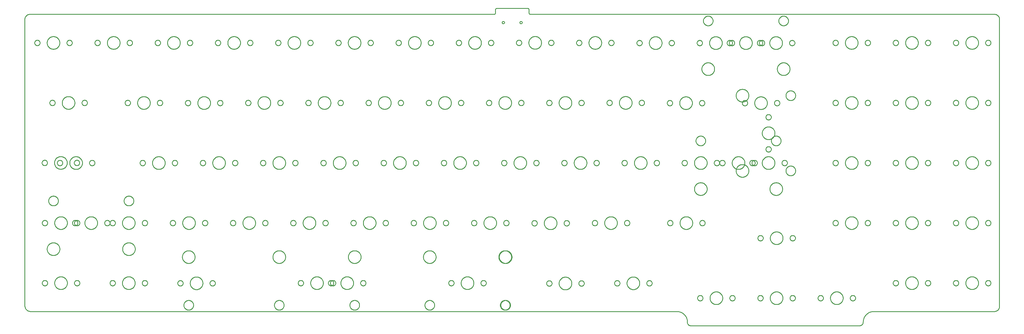
<source format=gbr>
G04 EAGLE Gerber RS-274X export*
G75*
%MOMM*%
%FSLAX34Y34*%
%LPD*%
%IN*%
%IPPOS*%
%AMOC8*
5,1,8,0,0,1.08239X$1,22.5*%
G01*
%ADD10C,0.254000*%


D10*
X5000Y-926500D02*
X5070Y-928112D01*
X5281Y-929713D01*
X5630Y-931288D01*
X6116Y-932827D01*
X6733Y-934318D01*
X7479Y-935750D01*
X8346Y-937111D01*
X9328Y-938392D01*
X10419Y-939581D01*
X11608Y-940672D01*
X12889Y-941654D01*
X14250Y-942521D01*
X15682Y-943267D01*
X17173Y-943884D01*
X18712Y-944370D01*
X20288Y-944719D01*
X21888Y-944930D01*
X23500Y-945000D01*
X2062000Y-945000D01*
X2064920Y-945127D01*
X2067817Y-945509D01*
X2070670Y-946142D01*
X2073458Y-947020D01*
X2076158Y-948139D01*
X2078750Y-949488D01*
X2081215Y-951058D01*
X2083533Y-952838D01*
X2085688Y-954812D01*
X2087663Y-956967D01*
X2089442Y-959285D01*
X2091012Y-961750D01*
X2092361Y-964342D01*
X2093480Y-967042D01*
X2094359Y-969830D01*
X2094991Y-972683D01*
X2095373Y-975580D01*
X2095500Y-978500D01*
X2095000Y-979000D01*
X2095042Y-979959D01*
X2095167Y-980910D01*
X2095375Y-981847D01*
X2095663Y-982762D01*
X2096031Y-983649D01*
X2096474Y-984500D01*
X2096989Y-985309D01*
X2097574Y-986071D01*
X2098222Y-986778D01*
X2098929Y-987427D01*
X2099691Y-988011D01*
X2100500Y-988526D01*
X2101351Y-988969D01*
X2102238Y-989337D01*
X2103153Y-989625D01*
X2104090Y-989833D01*
X2105041Y-989958D01*
X2106000Y-990000D01*
X2638500Y-990000D01*
X2639502Y-989956D01*
X2640497Y-989825D01*
X2641476Y-989608D01*
X2642433Y-989306D01*
X2643360Y-988923D01*
X2644250Y-988459D01*
X2645096Y-987920D01*
X2645892Y-987310D01*
X2646632Y-986632D01*
X2647310Y-985892D01*
X2647920Y-985096D01*
X2648459Y-984250D01*
X2648923Y-983360D01*
X2649306Y-982433D01*
X2649608Y-981476D01*
X2649825Y-980497D01*
X2649956Y-979502D01*
X2650000Y-978500D01*
X2650127Y-975580D01*
X2650509Y-972683D01*
X2651142Y-969830D01*
X2652020Y-967042D01*
X2653139Y-964342D01*
X2654488Y-961750D01*
X2656058Y-959285D01*
X2657838Y-956967D01*
X2659812Y-954812D01*
X2661967Y-952838D01*
X2664285Y-951058D01*
X2666750Y-949488D01*
X2669342Y-948139D01*
X2672042Y-947020D01*
X2674830Y-946142D01*
X2677683Y-945509D01*
X2680580Y-945127D01*
X2683500Y-945000D01*
X3064000Y-945000D01*
X3065395Y-944939D01*
X3066778Y-944757D01*
X3068141Y-944455D01*
X3069472Y-944035D01*
X3070762Y-943501D01*
X3072000Y-942856D01*
X3073177Y-942106D01*
X3074285Y-941257D01*
X3075314Y-940314D01*
X3076257Y-939285D01*
X3077106Y-938177D01*
X3077856Y-937000D01*
X3078501Y-935762D01*
X3079035Y-934472D01*
X3079455Y-933141D01*
X3079757Y-931778D01*
X3079939Y-930395D01*
X3080000Y-929000D01*
X3080000Y-20000D01*
X3079943Y-18693D01*
X3079772Y-17395D01*
X3079489Y-16118D01*
X3079095Y-14870D01*
X3078595Y-13661D01*
X3077990Y-12500D01*
X3077287Y-11396D01*
X3076491Y-10358D01*
X3075607Y-9393D01*
X3074642Y-8509D01*
X3073604Y-7713D01*
X3072500Y-7010D01*
X3071339Y-6405D01*
X3070130Y-5905D01*
X3068882Y-5511D01*
X3067605Y-5228D01*
X3066307Y-5057D01*
X3065000Y-5000D01*
X1600500Y-5000D01*
X1600064Y-4981D01*
X1599632Y-4924D01*
X1599206Y-4830D01*
X1598790Y-4698D01*
X1598387Y-4532D01*
X1598000Y-4330D01*
X1597632Y-4096D01*
X1597286Y-3830D01*
X1596964Y-3536D01*
X1596670Y-3214D01*
X1596404Y-2868D01*
X1596170Y-2500D01*
X1595968Y-2113D01*
X1595802Y-1710D01*
X1595670Y-1294D01*
X1595576Y-868D01*
X1595519Y-436D01*
X1595500Y0D01*
X1595500Y10000D01*
X1595485Y10349D01*
X1595439Y10695D01*
X1595364Y11035D01*
X1595259Y11368D01*
X1595125Y11690D01*
X1594964Y12000D01*
X1594777Y12294D01*
X1594564Y12571D01*
X1594328Y12828D01*
X1594071Y13064D01*
X1593794Y13277D01*
X1593500Y13464D01*
X1593190Y13625D01*
X1592868Y13759D01*
X1592535Y13864D01*
X1592195Y13939D01*
X1591849Y13985D01*
X1591500Y14000D01*
X1494000Y14000D01*
X1493651Y13985D01*
X1493305Y13939D01*
X1492965Y13864D01*
X1492632Y13759D01*
X1492310Y13625D01*
X1492000Y13464D01*
X1491706Y13277D01*
X1491429Y13064D01*
X1491172Y12828D01*
X1490936Y12571D01*
X1490723Y12294D01*
X1490536Y12000D01*
X1490375Y11690D01*
X1490241Y11368D01*
X1490136Y11035D01*
X1490061Y10695D01*
X1490015Y10349D01*
X1490000Y10000D01*
X1490000Y0D01*
X1489981Y-436D01*
X1489924Y-868D01*
X1489830Y-1294D01*
X1489698Y-1710D01*
X1489532Y-2113D01*
X1489330Y-2500D01*
X1489096Y-2868D01*
X1488830Y-3214D01*
X1488536Y-3536D01*
X1488214Y-3830D01*
X1487868Y-4096D01*
X1487500Y-4330D01*
X1487113Y-4532D01*
X1486710Y-4698D01*
X1486294Y-4830D01*
X1485868Y-4924D01*
X1485436Y-4981D01*
X1485000Y-5000D01*
X20000Y-5000D01*
X18693Y-5057D01*
X17395Y-5228D01*
X16118Y-5511D01*
X14870Y-5905D01*
X13661Y-6405D01*
X12500Y-7010D01*
X11396Y-7713D01*
X10358Y-8509D01*
X9393Y-9393D01*
X8509Y-10358D01*
X7713Y-11396D01*
X7010Y-12500D01*
X6405Y-13661D01*
X5905Y-14870D01*
X5511Y-16118D01*
X5228Y-17395D01*
X5057Y-18693D01*
X5000Y-20000D01*
X5000Y-926500D01*
X115200Y-95804D02*
X115127Y-97011D01*
X114981Y-98211D01*
X114763Y-99400D01*
X114474Y-100573D01*
X114115Y-101727D01*
X113686Y-102857D01*
X113190Y-103959D01*
X112628Y-105030D01*
X112003Y-106064D01*
X111316Y-107059D01*
X110571Y-108010D01*
X109769Y-108915D01*
X108915Y-109769D01*
X108010Y-110571D01*
X107059Y-111316D01*
X106064Y-112003D01*
X105030Y-112628D01*
X103959Y-113190D01*
X102857Y-113686D01*
X101727Y-114115D01*
X100573Y-114474D01*
X99400Y-114763D01*
X98211Y-114981D01*
X97011Y-115127D01*
X95804Y-115200D01*
X94596Y-115200D01*
X93389Y-115127D01*
X92189Y-114981D01*
X91000Y-114763D01*
X89827Y-114474D01*
X88673Y-114115D01*
X87543Y-113686D01*
X86441Y-113190D01*
X85370Y-112628D01*
X84336Y-112003D01*
X83341Y-111316D01*
X82390Y-110571D01*
X81485Y-109769D01*
X80631Y-108915D01*
X79829Y-108010D01*
X79084Y-107059D01*
X78397Y-106064D01*
X77772Y-105030D01*
X77210Y-103959D01*
X76714Y-102857D01*
X76285Y-101727D01*
X75926Y-100573D01*
X75637Y-99400D01*
X75419Y-98211D01*
X75273Y-97011D01*
X75200Y-95804D01*
X75200Y-94596D01*
X75273Y-93389D01*
X75419Y-92189D01*
X75637Y-91000D01*
X75926Y-89827D01*
X76285Y-88673D01*
X76714Y-87543D01*
X77210Y-86441D01*
X77772Y-85370D01*
X78397Y-84336D01*
X79084Y-83341D01*
X79829Y-82390D01*
X80631Y-81485D01*
X81485Y-80631D01*
X82390Y-79829D01*
X83341Y-79084D01*
X84336Y-78397D01*
X85370Y-77772D01*
X86441Y-77210D01*
X87543Y-76714D01*
X88673Y-76285D01*
X89827Y-75926D01*
X91000Y-75637D01*
X92189Y-75419D01*
X93389Y-75273D01*
X94596Y-75200D01*
X95804Y-75200D01*
X97011Y-75273D01*
X98211Y-75419D01*
X99400Y-75637D01*
X100573Y-75926D01*
X101727Y-76285D01*
X102857Y-76714D01*
X103959Y-77210D01*
X105030Y-77772D01*
X106064Y-78397D01*
X107059Y-79084D01*
X108010Y-79829D01*
X108915Y-80631D01*
X109769Y-81485D01*
X110571Y-82390D01*
X111316Y-83341D01*
X112003Y-84336D01*
X112628Y-85370D01*
X113190Y-86441D01*
X113686Y-87543D01*
X114115Y-88673D01*
X114474Y-89827D01*
X114763Y-91000D01*
X114981Y-92189D01*
X115127Y-93389D01*
X115200Y-94596D01*
X115200Y-95804D01*
X52900Y-95571D02*
X52835Y-96311D01*
X52706Y-97042D01*
X52514Y-97758D01*
X52260Y-98456D01*
X51947Y-99129D01*
X51576Y-99771D01*
X51150Y-100379D01*
X50673Y-100948D01*
X50148Y-101473D01*
X49579Y-101950D01*
X48971Y-102376D01*
X48329Y-102747D01*
X47656Y-103060D01*
X46958Y-103314D01*
X46242Y-103506D01*
X45511Y-103635D01*
X44771Y-103700D01*
X44029Y-103700D01*
X43289Y-103635D01*
X42559Y-103506D01*
X41842Y-103314D01*
X41144Y-103060D01*
X40471Y-102747D01*
X39829Y-102376D01*
X39221Y-101950D01*
X38652Y-101473D01*
X38127Y-100948D01*
X37650Y-100379D01*
X37224Y-99771D01*
X36853Y-99129D01*
X36540Y-98456D01*
X36286Y-97758D01*
X36094Y-97042D01*
X35965Y-96311D01*
X35900Y-95571D01*
X35900Y-94829D01*
X35965Y-94089D01*
X36094Y-93359D01*
X36286Y-92642D01*
X36540Y-91944D01*
X36853Y-91271D01*
X37224Y-90629D01*
X37650Y-90021D01*
X38127Y-89452D01*
X38652Y-88927D01*
X39221Y-88450D01*
X39829Y-88024D01*
X40471Y-87653D01*
X41144Y-87340D01*
X41842Y-87086D01*
X42559Y-86894D01*
X43289Y-86765D01*
X44029Y-86700D01*
X44771Y-86700D01*
X45511Y-86765D01*
X46242Y-86894D01*
X46958Y-87086D01*
X47656Y-87340D01*
X48329Y-87653D01*
X48971Y-88024D01*
X49579Y-88450D01*
X50148Y-88927D01*
X50673Y-89452D01*
X51150Y-90021D01*
X51576Y-90629D01*
X51947Y-91271D01*
X52260Y-91944D01*
X52514Y-92642D01*
X52706Y-93359D01*
X52835Y-94089D01*
X52900Y-94829D01*
X52900Y-95571D01*
X154500Y-95571D02*
X154435Y-96311D01*
X154306Y-97042D01*
X154114Y-97758D01*
X153860Y-98456D01*
X153547Y-99129D01*
X153176Y-99771D01*
X152750Y-100379D01*
X152273Y-100948D01*
X151748Y-101473D01*
X151179Y-101950D01*
X150571Y-102376D01*
X149929Y-102747D01*
X149256Y-103060D01*
X148558Y-103314D01*
X147842Y-103506D01*
X147111Y-103635D01*
X146371Y-103700D01*
X145629Y-103700D01*
X144889Y-103635D01*
X144159Y-103506D01*
X143442Y-103314D01*
X142744Y-103060D01*
X142071Y-102747D01*
X141429Y-102376D01*
X140821Y-101950D01*
X140252Y-101473D01*
X139727Y-100948D01*
X139250Y-100379D01*
X138824Y-99771D01*
X138453Y-99129D01*
X138140Y-98456D01*
X137886Y-97758D01*
X137694Y-97042D01*
X137565Y-96311D01*
X137500Y-95571D01*
X137500Y-94829D01*
X137565Y-94089D01*
X137694Y-93359D01*
X137886Y-92642D01*
X138140Y-91944D01*
X138453Y-91271D01*
X138824Y-90629D01*
X139250Y-90021D01*
X139727Y-89452D01*
X140252Y-88927D01*
X140821Y-88450D01*
X141429Y-88024D01*
X142071Y-87653D01*
X142744Y-87340D01*
X143442Y-87086D01*
X144159Y-86894D01*
X144889Y-86765D01*
X145629Y-86700D01*
X146371Y-86700D01*
X147111Y-86765D01*
X147842Y-86894D01*
X148558Y-87086D01*
X149256Y-87340D01*
X149929Y-87653D01*
X150571Y-88024D01*
X151179Y-88450D01*
X151748Y-88927D01*
X152273Y-89452D01*
X152750Y-90021D01*
X153176Y-90629D01*
X153547Y-91271D01*
X153860Y-91944D01*
X154114Y-92642D01*
X154306Y-93359D01*
X154435Y-94089D01*
X154500Y-94829D01*
X154500Y-95571D01*
X305200Y-95804D02*
X305127Y-97011D01*
X304981Y-98211D01*
X304763Y-99400D01*
X304474Y-100573D01*
X304115Y-101727D01*
X303686Y-102857D01*
X303190Y-103959D01*
X302628Y-105030D01*
X302003Y-106064D01*
X301316Y-107059D01*
X300571Y-108010D01*
X299769Y-108915D01*
X298915Y-109769D01*
X298010Y-110571D01*
X297059Y-111316D01*
X296064Y-112003D01*
X295030Y-112628D01*
X293959Y-113190D01*
X292857Y-113686D01*
X291727Y-114115D01*
X290573Y-114474D01*
X289400Y-114763D01*
X288211Y-114981D01*
X287011Y-115127D01*
X285804Y-115200D01*
X284596Y-115200D01*
X283389Y-115127D01*
X282189Y-114981D01*
X281000Y-114763D01*
X279827Y-114474D01*
X278673Y-114115D01*
X277543Y-113686D01*
X276441Y-113190D01*
X275370Y-112628D01*
X274336Y-112003D01*
X273341Y-111316D01*
X272390Y-110571D01*
X271485Y-109769D01*
X270631Y-108915D01*
X269829Y-108010D01*
X269084Y-107059D01*
X268397Y-106064D01*
X267772Y-105030D01*
X267210Y-103959D01*
X266714Y-102857D01*
X266285Y-101727D01*
X265926Y-100573D01*
X265637Y-99400D01*
X265419Y-98211D01*
X265273Y-97011D01*
X265200Y-95804D01*
X265200Y-94596D01*
X265273Y-93389D01*
X265419Y-92189D01*
X265637Y-91000D01*
X265926Y-89827D01*
X266285Y-88673D01*
X266714Y-87543D01*
X267210Y-86441D01*
X267772Y-85370D01*
X268397Y-84336D01*
X269084Y-83341D01*
X269829Y-82390D01*
X270631Y-81485D01*
X271485Y-80631D01*
X272390Y-79829D01*
X273341Y-79084D01*
X274336Y-78397D01*
X275370Y-77772D01*
X276441Y-77210D01*
X277543Y-76714D01*
X278673Y-76285D01*
X279827Y-75926D01*
X281000Y-75637D01*
X282189Y-75419D01*
X283389Y-75273D01*
X284596Y-75200D01*
X285804Y-75200D01*
X287011Y-75273D01*
X288211Y-75419D01*
X289400Y-75637D01*
X290573Y-75926D01*
X291727Y-76285D01*
X292857Y-76714D01*
X293959Y-77210D01*
X295030Y-77772D01*
X296064Y-78397D01*
X297059Y-79084D01*
X298010Y-79829D01*
X298915Y-80631D01*
X299769Y-81485D01*
X300571Y-82390D01*
X301316Y-83341D01*
X302003Y-84336D01*
X302628Y-85370D01*
X303190Y-86441D01*
X303686Y-87543D01*
X304115Y-88673D01*
X304474Y-89827D01*
X304763Y-91000D01*
X304981Y-92189D01*
X305127Y-93389D01*
X305200Y-94596D01*
X305200Y-95804D01*
X242900Y-95571D02*
X242835Y-96311D01*
X242706Y-97042D01*
X242514Y-97758D01*
X242260Y-98456D01*
X241947Y-99129D01*
X241576Y-99771D01*
X241150Y-100379D01*
X240673Y-100948D01*
X240148Y-101473D01*
X239579Y-101950D01*
X238971Y-102376D01*
X238329Y-102747D01*
X237656Y-103060D01*
X236958Y-103314D01*
X236242Y-103506D01*
X235511Y-103635D01*
X234771Y-103700D01*
X234029Y-103700D01*
X233289Y-103635D01*
X232559Y-103506D01*
X231842Y-103314D01*
X231144Y-103060D01*
X230471Y-102747D01*
X229829Y-102376D01*
X229221Y-101950D01*
X228652Y-101473D01*
X228127Y-100948D01*
X227650Y-100379D01*
X227224Y-99771D01*
X226853Y-99129D01*
X226540Y-98456D01*
X226286Y-97758D01*
X226094Y-97042D01*
X225965Y-96311D01*
X225900Y-95571D01*
X225900Y-94829D01*
X225965Y-94089D01*
X226094Y-93359D01*
X226286Y-92642D01*
X226540Y-91944D01*
X226853Y-91271D01*
X227224Y-90629D01*
X227650Y-90021D01*
X228127Y-89452D01*
X228652Y-88927D01*
X229221Y-88450D01*
X229829Y-88024D01*
X230471Y-87653D01*
X231144Y-87340D01*
X231842Y-87086D01*
X232559Y-86894D01*
X233289Y-86765D01*
X234029Y-86700D01*
X234771Y-86700D01*
X235511Y-86765D01*
X236242Y-86894D01*
X236958Y-87086D01*
X237656Y-87340D01*
X238329Y-87653D01*
X238971Y-88024D01*
X239579Y-88450D01*
X240148Y-88927D01*
X240673Y-89452D01*
X241150Y-90021D01*
X241576Y-90629D01*
X241947Y-91271D01*
X242260Y-91944D01*
X242514Y-92642D01*
X242706Y-93359D01*
X242835Y-94089D01*
X242900Y-94829D01*
X242900Y-95571D01*
X344500Y-95571D02*
X344435Y-96311D01*
X344306Y-97042D01*
X344114Y-97758D01*
X343860Y-98456D01*
X343547Y-99129D01*
X343176Y-99771D01*
X342750Y-100379D01*
X342273Y-100948D01*
X341748Y-101473D01*
X341179Y-101950D01*
X340571Y-102376D01*
X339929Y-102747D01*
X339256Y-103060D01*
X338558Y-103314D01*
X337842Y-103506D01*
X337111Y-103635D01*
X336371Y-103700D01*
X335629Y-103700D01*
X334889Y-103635D01*
X334159Y-103506D01*
X333442Y-103314D01*
X332744Y-103060D01*
X332071Y-102747D01*
X331429Y-102376D01*
X330821Y-101950D01*
X330252Y-101473D01*
X329727Y-100948D01*
X329250Y-100379D01*
X328824Y-99771D01*
X328453Y-99129D01*
X328140Y-98456D01*
X327886Y-97758D01*
X327694Y-97042D01*
X327565Y-96311D01*
X327500Y-95571D01*
X327500Y-94829D01*
X327565Y-94089D01*
X327694Y-93359D01*
X327886Y-92642D01*
X328140Y-91944D01*
X328453Y-91271D01*
X328824Y-90629D01*
X329250Y-90021D01*
X329727Y-89452D01*
X330252Y-88927D01*
X330821Y-88450D01*
X331429Y-88024D01*
X332071Y-87653D01*
X332744Y-87340D01*
X333442Y-87086D01*
X334159Y-86894D01*
X334889Y-86765D01*
X335629Y-86700D01*
X336371Y-86700D01*
X337111Y-86765D01*
X337842Y-86894D01*
X338558Y-87086D01*
X339256Y-87340D01*
X339929Y-87653D01*
X340571Y-88024D01*
X341179Y-88450D01*
X341748Y-88927D01*
X342273Y-89452D01*
X342750Y-90021D01*
X343176Y-90629D01*
X343547Y-91271D01*
X343860Y-91944D01*
X344114Y-92642D01*
X344306Y-93359D01*
X344435Y-94089D01*
X344500Y-94829D01*
X344500Y-95571D01*
X495200Y-95804D02*
X495127Y-97011D01*
X494981Y-98211D01*
X494763Y-99400D01*
X494474Y-100573D01*
X494115Y-101727D01*
X493686Y-102857D01*
X493190Y-103959D01*
X492628Y-105030D01*
X492003Y-106064D01*
X491316Y-107059D01*
X490571Y-108010D01*
X489769Y-108915D01*
X488915Y-109769D01*
X488010Y-110571D01*
X487059Y-111316D01*
X486064Y-112003D01*
X485030Y-112628D01*
X483959Y-113190D01*
X482857Y-113686D01*
X481727Y-114115D01*
X480573Y-114474D01*
X479400Y-114763D01*
X478211Y-114981D01*
X477011Y-115127D01*
X475804Y-115200D01*
X474596Y-115200D01*
X473389Y-115127D01*
X472189Y-114981D01*
X471000Y-114763D01*
X469827Y-114474D01*
X468673Y-114115D01*
X467543Y-113686D01*
X466441Y-113190D01*
X465370Y-112628D01*
X464336Y-112003D01*
X463341Y-111316D01*
X462390Y-110571D01*
X461485Y-109769D01*
X460631Y-108915D01*
X459829Y-108010D01*
X459084Y-107059D01*
X458397Y-106064D01*
X457772Y-105030D01*
X457210Y-103959D01*
X456714Y-102857D01*
X456285Y-101727D01*
X455926Y-100573D01*
X455637Y-99400D01*
X455419Y-98211D01*
X455273Y-97011D01*
X455200Y-95804D01*
X455200Y-94596D01*
X455273Y-93389D01*
X455419Y-92189D01*
X455637Y-91000D01*
X455926Y-89827D01*
X456285Y-88673D01*
X456714Y-87543D01*
X457210Y-86441D01*
X457772Y-85370D01*
X458397Y-84336D01*
X459084Y-83341D01*
X459829Y-82390D01*
X460631Y-81485D01*
X461485Y-80631D01*
X462390Y-79829D01*
X463341Y-79084D01*
X464336Y-78397D01*
X465370Y-77772D01*
X466441Y-77210D01*
X467543Y-76714D01*
X468673Y-76285D01*
X469827Y-75926D01*
X471000Y-75637D01*
X472189Y-75419D01*
X473389Y-75273D01*
X474596Y-75200D01*
X475804Y-75200D01*
X477011Y-75273D01*
X478211Y-75419D01*
X479400Y-75637D01*
X480573Y-75926D01*
X481727Y-76285D01*
X482857Y-76714D01*
X483959Y-77210D01*
X485030Y-77772D01*
X486064Y-78397D01*
X487059Y-79084D01*
X488010Y-79829D01*
X488915Y-80631D01*
X489769Y-81485D01*
X490571Y-82390D01*
X491316Y-83341D01*
X492003Y-84336D01*
X492628Y-85370D01*
X493190Y-86441D01*
X493686Y-87543D01*
X494115Y-88673D01*
X494474Y-89827D01*
X494763Y-91000D01*
X494981Y-92189D01*
X495127Y-93389D01*
X495200Y-94596D01*
X495200Y-95804D01*
X432900Y-95571D02*
X432835Y-96311D01*
X432706Y-97042D01*
X432514Y-97758D01*
X432260Y-98456D01*
X431947Y-99129D01*
X431576Y-99771D01*
X431150Y-100379D01*
X430673Y-100948D01*
X430148Y-101473D01*
X429579Y-101950D01*
X428971Y-102376D01*
X428329Y-102747D01*
X427656Y-103060D01*
X426958Y-103314D01*
X426242Y-103506D01*
X425511Y-103635D01*
X424771Y-103700D01*
X424029Y-103700D01*
X423289Y-103635D01*
X422559Y-103506D01*
X421842Y-103314D01*
X421144Y-103060D01*
X420471Y-102747D01*
X419829Y-102376D01*
X419221Y-101950D01*
X418652Y-101473D01*
X418127Y-100948D01*
X417650Y-100379D01*
X417224Y-99771D01*
X416853Y-99129D01*
X416540Y-98456D01*
X416286Y-97758D01*
X416094Y-97042D01*
X415965Y-96311D01*
X415900Y-95571D01*
X415900Y-94829D01*
X415965Y-94089D01*
X416094Y-93359D01*
X416286Y-92642D01*
X416540Y-91944D01*
X416853Y-91271D01*
X417224Y-90629D01*
X417650Y-90021D01*
X418127Y-89452D01*
X418652Y-88927D01*
X419221Y-88450D01*
X419829Y-88024D01*
X420471Y-87653D01*
X421144Y-87340D01*
X421842Y-87086D01*
X422559Y-86894D01*
X423289Y-86765D01*
X424029Y-86700D01*
X424771Y-86700D01*
X425511Y-86765D01*
X426242Y-86894D01*
X426958Y-87086D01*
X427656Y-87340D01*
X428329Y-87653D01*
X428971Y-88024D01*
X429579Y-88450D01*
X430148Y-88927D01*
X430673Y-89452D01*
X431150Y-90021D01*
X431576Y-90629D01*
X431947Y-91271D01*
X432260Y-91944D01*
X432514Y-92642D01*
X432706Y-93359D01*
X432835Y-94089D01*
X432900Y-94829D01*
X432900Y-95571D01*
X534500Y-95571D02*
X534435Y-96311D01*
X534306Y-97042D01*
X534114Y-97758D01*
X533860Y-98456D01*
X533547Y-99129D01*
X533176Y-99771D01*
X532750Y-100379D01*
X532273Y-100948D01*
X531748Y-101473D01*
X531179Y-101950D01*
X530571Y-102376D01*
X529929Y-102747D01*
X529256Y-103060D01*
X528558Y-103314D01*
X527842Y-103506D01*
X527111Y-103635D01*
X526371Y-103700D01*
X525629Y-103700D01*
X524889Y-103635D01*
X524159Y-103506D01*
X523442Y-103314D01*
X522744Y-103060D01*
X522071Y-102747D01*
X521429Y-102376D01*
X520821Y-101950D01*
X520252Y-101473D01*
X519727Y-100948D01*
X519250Y-100379D01*
X518824Y-99771D01*
X518453Y-99129D01*
X518140Y-98456D01*
X517886Y-97758D01*
X517694Y-97042D01*
X517565Y-96311D01*
X517500Y-95571D01*
X517500Y-94829D01*
X517565Y-94089D01*
X517694Y-93359D01*
X517886Y-92642D01*
X518140Y-91944D01*
X518453Y-91271D01*
X518824Y-90629D01*
X519250Y-90021D01*
X519727Y-89452D01*
X520252Y-88927D01*
X520821Y-88450D01*
X521429Y-88024D01*
X522071Y-87653D01*
X522744Y-87340D01*
X523442Y-87086D01*
X524159Y-86894D01*
X524889Y-86765D01*
X525629Y-86700D01*
X526371Y-86700D01*
X527111Y-86765D01*
X527842Y-86894D01*
X528558Y-87086D01*
X529256Y-87340D01*
X529929Y-87653D01*
X530571Y-88024D01*
X531179Y-88450D01*
X531748Y-88927D01*
X532273Y-89452D01*
X532750Y-90021D01*
X533176Y-90629D01*
X533547Y-91271D01*
X533860Y-91944D01*
X534114Y-92642D01*
X534306Y-93359D01*
X534435Y-94089D01*
X534500Y-94829D01*
X534500Y-95571D01*
X685200Y-95804D02*
X685127Y-97011D01*
X684981Y-98211D01*
X684763Y-99400D01*
X684474Y-100573D01*
X684115Y-101727D01*
X683686Y-102857D01*
X683190Y-103959D01*
X682628Y-105030D01*
X682003Y-106064D01*
X681316Y-107059D01*
X680571Y-108010D01*
X679769Y-108915D01*
X678915Y-109769D01*
X678010Y-110571D01*
X677059Y-111316D01*
X676064Y-112003D01*
X675030Y-112628D01*
X673959Y-113190D01*
X672857Y-113686D01*
X671727Y-114115D01*
X670573Y-114474D01*
X669400Y-114763D01*
X668211Y-114981D01*
X667011Y-115127D01*
X665804Y-115200D01*
X664596Y-115200D01*
X663389Y-115127D01*
X662189Y-114981D01*
X661000Y-114763D01*
X659827Y-114474D01*
X658673Y-114115D01*
X657543Y-113686D01*
X656441Y-113190D01*
X655370Y-112628D01*
X654336Y-112003D01*
X653341Y-111316D01*
X652390Y-110571D01*
X651485Y-109769D01*
X650631Y-108915D01*
X649829Y-108010D01*
X649084Y-107059D01*
X648397Y-106064D01*
X647772Y-105030D01*
X647210Y-103959D01*
X646714Y-102857D01*
X646285Y-101727D01*
X645926Y-100573D01*
X645637Y-99400D01*
X645419Y-98211D01*
X645273Y-97011D01*
X645200Y-95804D01*
X645200Y-94596D01*
X645273Y-93389D01*
X645419Y-92189D01*
X645637Y-91000D01*
X645926Y-89827D01*
X646285Y-88673D01*
X646714Y-87543D01*
X647210Y-86441D01*
X647772Y-85370D01*
X648397Y-84336D01*
X649084Y-83341D01*
X649829Y-82390D01*
X650631Y-81485D01*
X651485Y-80631D01*
X652390Y-79829D01*
X653341Y-79084D01*
X654336Y-78397D01*
X655370Y-77772D01*
X656441Y-77210D01*
X657543Y-76714D01*
X658673Y-76285D01*
X659827Y-75926D01*
X661000Y-75637D01*
X662189Y-75419D01*
X663389Y-75273D01*
X664596Y-75200D01*
X665804Y-75200D01*
X667011Y-75273D01*
X668211Y-75419D01*
X669400Y-75637D01*
X670573Y-75926D01*
X671727Y-76285D01*
X672857Y-76714D01*
X673959Y-77210D01*
X675030Y-77772D01*
X676064Y-78397D01*
X677059Y-79084D01*
X678010Y-79829D01*
X678915Y-80631D01*
X679769Y-81485D01*
X680571Y-82390D01*
X681316Y-83341D01*
X682003Y-84336D01*
X682628Y-85370D01*
X683190Y-86441D01*
X683686Y-87543D01*
X684115Y-88673D01*
X684474Y-89827D01*
X684763Y-91000D01*
X684981Y-92189D01*
X685127Y-93389D01*
X685200Y-94596D01*
X685200Y-95804D01*
X622900Y-95571D02*
X622835Y-96311D01*
X622706Y-97042D01*
X622514Y-97758D01*
X622260Y-98456D01*
X621947Y-99129D01*
X621576Y-99771D01*
X621150Y-100379D01*
X620673Y-100948D01*
X620148Y-101473D01*
X619579Y-101950D01*
X618971Y-102376D01*
X618329Y-102747D01*
X617656Y-103060D01*
X616958Y-103314D01*
X616242Y-103506D01*
X615511Y-103635D01*
X614771Y-103700D01*
X614029Y-103700D01*
X613289Y-103635D01*
X612559Y-103506D01*
X611842Y-103314D01*
X611144Y-103060D01*
X610471Y-102747D01*
X609829Y-102376D01*
X609221Y-101950D01*
X608652Y-101473D01*
X608127Y-100948D01*
X607650Y-100379D01*
X607224Y-99771D01*
X606853Y-99129D01*
X606540Y-98456D01*
X606286Y-97758D01*
X606094Y-97042D01*
X605965Y-96311D01*
X605900Y-95571D01*
X605900Y-94829D01*
X605965Y-94089D01*
X606094Y-93359D01*
X606286Y-92642D01*
X606540Y-91944D01*
X606853Y-91271D01*
X607224Y-90629D01*
X607650Y-90021D01*
X608127Y-89452D01*
X608652Y-88927D01*
X609221Y-88450D01*
X609829Y-88024D01*
X610471Y-87653D01*
X611144Y-87340D01*
X611842Y-87086D01*
X612559Y-86894D01*
X613289Y-86765D01*
X614029Y-86700D01*
X614771Y-86700D01*
X615511Y-86765D01*
X616242Y-86894D01*
X616958Y-87086D01*
X617656Y-87340D01*
X618329Y-87653D01*
X618971Y-88024D01*
X619579Y-88450D01*
X620148Y-88927D01*
X620673Y-89452D01*
X621150Y-90021D01*
X621576Y-90629D01*
X621947Y-91271D01*
X622260Y-91944D01*
X622514Y-92642D01*
X622706Y-93359D01*
X622835Y-94089D01*
X622900Y-94829D01*
X622900Y-95571D01*
X724500Y-95571D02*
X724435Y-96311D01*
X724306Y-97042D01*
X724114Y-97758D01*
X723860Y-98456D01*
X723547Y-99129D01*
X723176Y-99771D01*
X722750Y-100379D01*
X722273Y-100948D01*
X721748Y-101473D01*
X721179Y-101950D01*
X720571Y-102376D01*
X719929Y-102747D01*
X719256Y-103060D01*
X718558Y-103314D01*
X717842Y-103506D01*
X717111Y-103635D01*
X716371Y-103700D01*
X715629Y-103700D01*
X714889Y-103635D01*
X714159Y-103506D01*
X713442Y-103314D01*
X712744Y-103060D01*
X712071Y-102747D01*
X711429Y-102376D01*
X710821Y-101950D01*
X710252Y-101473D01*
X709727Y-100948D01*
X709250Y-100379D01*
X708824Y-99771D01*
X708453Y-99129D01*
X708140Y-98456D01*
X707886Y-97758D01*
X707694Y-97042D01*
X707565Y-96311D01*
X707500Y-95571D01*
X707500Y-94829D01*
X707565Y-94089D01*
X707694Y-93359D01*
X707886Y-92642D01*
X708140Y-91944D01*
X708453Y-91271D01*
X708824Y-90629D01*
X709250Y-90021D01*
X709727Y-89452D01*
X710252Y-88927D01*
X710821Y-88450D01*
X711429Y-88024D01*
X712071Y-87653D01*
X712744Y-87340D01*
X713442Y-87086D01*
X714159Y-86894D01*
X714889Y-86765D01*
X715629Y-86700D01*
X716371Y-86700D01*
X717111Y-86765D01*
X717842Y-86894D01*
X718558Y-87086D01*
X719256Y-87340D01*
X719929Y-87653D01*
X720571Y-88024D01*
X721179Y-88450D01*
X721748Y-88927D01*
X722273Y-89452D01*
X722750Y-90021D01*
X723176Y-90629D01*
X723547Y-91271D01*
X723860Y-91944D01*
X724114Y-92642D01*
X724306Y-93359D01*
X724435Y-94089D01*
X724500Y-94829D01*
X724500Y-95571D01*
X875200Y-95804D02*
X875127Y-97011D01*
X874981Y-98211D01*
X874763Y-99400D01*
X874474Y-100573D01*
X874115Y-101727D01*
X873686Y-102857D01*
X873190Y-103959D01*
X872628Y-105030D01*
X872003Y-106064D01*
X871316Y-107059D01*
X870571Y-108010D01*
X869769Y-108915D01*
X868915Y-109769D01*
X868010Y-110571D01*
X867059Y-111316D01*
X866064Y-112003D01*
X865030Y-112628D01*
X863959Y-113190D01*
X862857Y-113686D01*
X861727Y-114115D01*
X860573Y-114474D01*
X859400Y-114763D01*
X858211Y-114981D01*
X857011Y-115127D01*
X855804Y-115200D01*
X854596Y-115200D01*
X853389Y-115127D01*
X852189Y-114981D01*
X851000Y-114763D01*
X849827Y-114474D01*
X848673Y-114115D01*
X847543Y-113686D01*
X846441Y-113190D01*
X845370Y-112628D01*
X844336Y-112003D01*
X843341Y-111316D01*
X842390Y-110571D01*
X841485Y-109769D01*
X840631Y-108915D01*
X839829Y-108010D01*
X839084Y-107059D01*
X838397Y-106064D01*
X837772Y-105030D01*
X837210Y-103959D01*
X836714Y-102857D01*
X836285Y-101727D01*
X835926Y-100573D01*
X835637Y-99400D01*
X835419Y-98211D01*
X835273Y-97011D01*
X835200Y-95804D01*
X835200Y-94596D01*
X835273Y-93389D01*
X835419Y-92189D01*
X835637Y-91000D01*
X835926Y-89827D01*
X836285Y-88673D01*
X836714Y-87543D01*
X837210Y-86441D01*
X837772Y-85370D01*
X838397Y-84336D01*
X839084Y-83341D01*
X839829Y-82390D01*
X840631Y-81485D01*
X841485Y-80631D01*
X842390Y-79829D01*
X843341Y-79084D01*
X844336Y-78397D01*
X845370Y-77772D01*
X846441Y-77210D01*
X847543Y-76714D01*
X848673Y-76285D01*
X849827Y-75926D01*
X851000Y-75637D01*
X852189Y-75419D01*
X853389Y-75273D01*
X854596Y-75200D01*
X855804Y-75200D01*
X857011Y-75273D01*
X858211Y-75419D01*
X859400Y-75637D01*
X860573Y-75926D01*
X861727Y-76285D01*
X862857Y-76714D01*
X863959Y-77210D01*
X865030Y-77772D01*
X866064Y-78397D01*
X867059Y-79084D01*
X868010Y-79829D01*
X868915Y-80631D01*
X869769Y-81485D01*
X870571Y-82390D01*
X871316Y-83341D01*
X872003Y-84336D01*
X872628Y-85370D01*
X873190Y-86441D01*
X873686Y-87543D01*
X874115Y-88673D01*
X874474Y-89827D01*
X874763Y-91000D01*
X874981Y-92189D01*
X875127Y-93389D01*
X875200Y-94596D01*
X875200Y-95804D01*
X812900Y-95571D02*
X812835Y-96311D01*
X812706Y-97042D01*
X812514Y-97758D01*
X812260Y-98456D01*
X811947Y-99129D01*
X811576Y-99771D01*
X811150Y-100379D01*
X810673Y-100948D01*
X810148Y-101473D01*
X809579Y-101950D01*
X808971Y-102376D01*
X808329Y-102747D01*
X807656Y-103060D01*
X806958Y-103314D01*
X806242Y-103506D01*
X805511Y-103635D01*
X804771Y-103700D01*
X804029Y-103700D01*
X803289Y-103635D01*
X802559Y-103506D01*
X801842Y-103314D01*
X801144Y-103060D01*
X800471Y-102747D01*
X799829Y-102376D01*
X799221Y-101950D01*
X798652Y-101473D01*
X798127Y-100948D01*
X797650Y-100379D01*
X797224Y-99771D01*
X796853Y-99129D01*
X796540Y-98456D01*
X796286Y-97758D01*
X796094Y-97042D01*
X795965Y-96311D01*
X795900Y-95571D01*
X795900Y-94829D01*
X795965Y-94089D01*
X796094Y-93359D01*
X796286Y-92642D01*
X796540Y-91944D01*
X796853Y-91271D01*
X797224Y-90629D01*
X797650Y-90021D01*
X798127Y-89452D01*
X798652Y-88927D01*
X799221Y-88450D01*
X799829Y-88024D01*
X800471Y-87653D01*
X801144Y-87340D01*
X801842Y-87086D01*
X802559Y-86894D01*
X803289Y-86765D01*
X804029Y-86700D01*
X804771Y-86700D01*
X805511Y-86765D01*
X806242Y-86894D01*
X806958Y-87086D01*
X807656Y-87340D01*
X808329Y-87653D01*
X808971Y-88024D01*
X809579Y-88450D01*
X810148Y-88927D01*
X810673Y-89452D01*
X811150Y-90021D01*
X811576Y-90629D01*
X811947Y-91271D01*
X812260Y-91944D01*
X812514Y-92642D01*
X812706Y-93359D01*
X812835Y-94089D01*
X812900Y-94829D01*
X812900Y-95571D01*
X914500Y-95571D02*
X914435Y-96311D01*
X914306Y-97042D01*
X914114Y-97758D01*
X913860Y-98456D01*
X913547Y-99129D01*
X913176Y-99771D01*
X912750Y-100379D01*
X912273Y-100948D01*
X911748Y-101473D01*
X911179Y-101950D01*
X910571Y-102376D01*
X909929Y-102747D01*
X909256Y-103060D01*
X908558Y-103314D01*
X907842Y-103506D01*
X907111Y-103635D01*
X906371Y-103700D01*
X905629Y-103700D01*
X904889Y-103635D01*
X904159Y-103506D01*
X903442Y-103314D01*
X902744Y-103060D01*
X902071Y-102747D01*
X901429Y-102376D01*
X900821Y-101950D01*
X900252Y-101473D01*
X899727Y-100948D01*
X899250Y-100379D01*
X898824Y-99771D01*
X898453Y-99129D01*
X898140Y-98456D01*
X897886Y-97758D01*
X897694Y-97042D01*
X897565Y-96311D01*
X897500Y-95571D01*
X897500Y-94829D01*
X897565Y-94089D01*
X897694Y-93359D01*
X897886Y-92642D01*
X898140Y-91944D01*
X898453Y-91271D01*
X898824Y-90629D01*
X899250Y-90021D01*
X899727Y-89452D01*
X900252Y-88927D01*
X900821Y-88450D01*
X901429Y-88024D01*
X902071Y-87653D01*
X902744Y-87340D01*
X903442Y-87086D01*
X904159Y-86894D01*
X904889Y-86765D01*
X905629Y-86700D01*
X906371Y-86700D01*
X907111Y-86765D01*
X907842Y-86894D01*
X908558Y-87086D01*
X909256Y-87340D01*
X909929Y-87653D01*
X910571Y-88024D01*
X911179Y-88450D01*
X911748Y-88927D01*
X912273Y-89452D01*
X912750Y-90021D01*
X913176Y-90629D01*
X913547Y-91271D01*
X913860Y-91944D01*
X914114Y-92642D01*
X914306Y-93359D01*
X914435Y-94089D01*
X914500Y-94829D01*
X914500Y-95571D01*
X1065200Y-95804D02*
X1065127Y-97011D01*
X1064981Y-98211D01*
X1064763Y-99400D01*
X1064474Y-100573D01*
X1064115Y-101727D01*
X1063686Y-102857D01*
X1063190Y-103959D01*
X1062628Y-105030D01*
X1062003Y-106064D01*
X1061316Y-107059D01*
X1060571Y-108010D01*
X1059769Y-108915D01*
X1058915Y-109769D01*
X1058010Y-110571D01*
X1057059Y-111316D01*
X1056064Y-112003D01*
X1055030Y-112628D01*
X1053959Y-113190D01*
X1052857Y-113686D01*
X1051727Y-114115D01*
X1050573Y-114474D01*
X1049400Y-114763D01*
X1048211Y-114981D01*
X1047011Y-115127D01*
X1045804Y-115200D01*
X1044596Y-115200D01*
X1043389Y-115127D01*
X1042189Y-114981D01*
X1041000Y-114763D01*
X1039827Y-114474D01*
X1038673Y-114115D01*
X1037543Y-113686D01*
X1036441Y-113190D01*
X1035370Y-112628D01*
X1034336Y-112003D01*
X1033341Y-111316D01*
X1032390Y-110571D01*
X1031485Y-109769D01*
X1030631Y-108915D01*
X1029829Y-108010D01*
X1029084Y-107059D01*
X1028397Y-106064D01*
X1027772Y-105030D01*
X1027210Y-103959D01*
X1026714Y-102857D01*
X1026285Y-101727D01*
X1025926Y-100573D01*
X1025637Y-99400D01*
X1025419Y-98211D01*
X1025273Y-97011D01*
X1025200Y-95804D01*
X1025200Y-94596D01*
X1025273Y-93389D01*
X1025419Y-92189D01*
X1025637Y-91000D01*
X1025926Y-89827D01*
X1026285Y-88673D01*
X1026714Y-87543D01*
X1027210Y-86441D01*
X1027772Y-85370D01*
X1028397Y-84336D01*
X1029084Y-83341D01*
X1029829Y-82390D01*
X1030631Y-81485D01*
X1031485Y-80631D01*
X1032390Y-79829D01*
X1033341Y-79084D01*
X1034336Y-78397D01*
X1035370Y-77772D01*
X1036441Y-77210D01*
X1037543Y-76714D01*
X1038673Y-76285D01*
X1039827Y-75926D01*
X1041000Y-75637D01*
X1042189Y-75419D01*
X1043389Y-75273D01*
X1044596Y-75200D01*
X1045804Y-75200D01*
X1047011Y-75273D01*
X1048211Y-75419D01*
X1049400Y-75637D01*
X1050573Y-75926D01*
X1051727Y-76285D01*
X1052857Y-76714D01*
X1053959Y-77210D01*
X1055030Y-77772D01*
X1056064Y-78397D01*
X1057059Y-79084D01*
X1058010Y-79829D01*
X1058915Y-80631D01*
X1059769Y-81485D01*
X1060571Y-82390D01*
X1061316Y-83341D01*
X1062003Y-84336D01*
X1062628Y-85370D01*
X1063190Y-86441D01*
X1063686Y-87543D01*
X1064115Y-88673D01*
X1064474Y-89827D01*
X1064763Y-91000D01*
X1064981Y-92189D01*
X1065127Y-93389D01*
X1065200Y-94596D01*
X1065200Y-95804D01*
X1002900Y-95571D02*
X1002835Y-96311D01*
X1002706Y-97042D01*
X1002514Y-97758D01*
X1002260Y-98456D01*
X1001947Y-99129D01*
X1001576Y-99771D01*
X1001150Y-100379D01*
X1000673Y-100948D01*
X1000148Y-101473D01*
X999579Y-101950D01*
X998971Y-102376D01*
X998329Y-102747D01*
X997656Y-103060D01*
X996958Y-103314D01*
X996242Y-103506D01*
X995511Y-103635D01*
X994771Y-103700D01*
X994029Y-103700D01*
X993289Y-103635D01*
X992559Y-103506D01*
X991842Y-103314D01*
X991144Y-103060D01*
X990471Y-102747D01*
X989829Y-102376D01*
X989221Y-101950D01*
X988652Y-101473D01*
X988127Y-100948D01*
X987650Y-100379D01*
X987224Y-99771D01*
X986853Y-99129D01*
X986540Y-98456D01*
X986286Y-97758D01*
X986094Y-97042D01*
X985965Y-96311D01*
X985900Y-95571D01*
X985900Y-94829D01*
X985965Y-94089D01*
X986094Y-93359D01*
X986286Y-92642D01*
X986540Y-91944D01*
X986853Y-91271D01*
X987224Y-90629D01*
X987650Y-90021D01*
X988127Y-89452D01*
X988652Y-88927D01*
X989221Y-88450D01*
X989829Y-88024D01*
X990471Y-87653D01*
X991144Y-87340D01*
X991842Y-87086D01*
X992559Y-86894D01*
X993289Y-86765D01*
X994029Y-86700D01*
X994771Y-86700D01*
X995511Y-86765D01*
X996242Y-86894D01*
X996958Y-87086D01*
X997656Y-87340D01*
X998329Y-87653D01*
X998971Y-88024D01*
X999579Y-88450D01*
X1000148Y-88927D01*
X1000673Y-89452D01*
X1001150Y-90021D01*
X1001576Y-90629D01*
X1001947Y-91271D01*
X1002260Y-91944D01*
X1002514Y-92642D01*
X1002706Y-93359D01*
X1002835Y-94089D01*
X1002900Y-94829D01*
X1002900Y-95571D01*
X1104500Y-95571D02*
X1104435Y-96311D01*
X1104306Y-97042D01*
X1104114Y-97758D01*
X1103860Y-98456D01*
X1103547Y-99129D01*
X1103176Y-99771D01*
X1102750Y-100379D01*
X1102273Y-100948D01*
X1101748Y-101473D01*
X1101179Y-101950D01*
X1100571Y-102376D01*
X1099929Y-102747D01*
X1099256Y-103060D01*
X1098558Y-103314D01*
X1097842Y-103506D01*
X1097111Y-103635D01*
X1096371Y-103700D01*
X1095629Y-103700D01*
X1094889Y-103635D01*
X1094159Y-103506D01*
X1093442Y-103314D01*
X1092744Y-103060D01*
X1092071Y-102747D01*
X1091429Y-102376D01*
X1090821Y-101950D01*
X1090252Y-101473D01*
X1089727Y-100948D01*
X1089250Y-100379D01*
X1088824Y-99771D01*
X1088453Y-99129D01*
X1088140Y-98456D01*
X1087886Y-97758D01*
X1087694Y-97042D01*
X1087565Y-96311D01*
X1087500Y-95571D01*
X1087500Y-94829D01*
X1087565Y-94089D01*
X1087694Y-93359D01*
X1087886Y-92642D01*
X1088140Y-91944D01*
X1088453Y-91271D01*
X1088824Y-90629D01*
X1089250Y-90021D01*
X1089727Y-89452D01*
X1090252Y-88927D01*
X1090821Y-88450D01*
X1091429Y-88024D01*
X1092071Y-87653D01*
X1092744Y-87340D01*
X1093442Y-87086D01*
X1094159Y-86894D01*
X1094889Y-86765D01*
X1095629Y-86700D01*
X1096371Y-86700D01*
X1097111Y-86765D01*
X1097842Y-86894D01*
X1098558Y-87086D01*
X1099256Y-87340D01*
X1099929Y-87653D01*
X1100571Y-88024D01*
X1101179Y-88450D01*
X1101748Y-88927D01*
X1102273Y-89452D01*
X1102750Y-90021D01*
X1103176Y-90629D01*
X1103547Y-91271D01*
X1103860Y-91944D01*
X1104114Y-92642D01*
X1104306Y-93359D01*
X1104435Y-94089D01*
X1104500Y-94829D01*
X1104500Y-95571D01*
X1255200Y-95804D02*
X1255127Y-97011D01*
X1254981Y-98211D01*
X1254763Y-99400D01*
X1254474Y-100573D01*
X1254115Y-101727D01*
X1253686Y-102857D01*
X1253190Y-103959D01*
X1252628Y-105030D01*
X1252003Y-106064D01*
X1251316Y-107059D01*
X1250571Y-108010D01*
X1249769Y-108915D01*
X1248915Y-109769D01*
X1248010Y-110571D01*
X1247059Y-111316D01*
X1246064Y-112003D01*
X1245030Y-112628D01*
X1243959Y-113190D01*
X1242857Y-113686D01*
X1241727Y-114115D01*
X1240573Y-114474D01*
X1239400Y-114763D01*
X1238211Y-114981D01*
X1237011Y-115127D01*
X1235804Y-115200D01*
X1234596Y-115200D01*
X1233389Y-115127D01*
X1232189Y-114981D01*
X1231000Y-114763D01*
X1229827Y-114474D01*
X1228673Y-114115D01*
X1227543Y-113686D01*
X1226441Y-113190D01*
X1225370Y-112628D01*
X1224336Y-112003D01*
X1223341Y-111316D01*
X1222390Y-110571D01*
X1221485Y-109769D01*
X1220631Y-108915D01*
X1219829Y-108010D01*
X1219084Y-107059D01*
X1218397Y-106064D01*
X1217772Y-105030D01*
X1217210Y-103959D01*
X1216714Y-102857D01*
X1216285Y-101727D01*
X1215926Y-100573D01*
X1215637Y-99400D01*
X1215419Y-98211D01*
X1215273Y-97011D01*
X1215200Y-95804D01*
X1215200Y-94596D01*
X1215273Y-93389D01*
X1215419Y-92189D01*
X1215637Y-91000D01*
X1215926Y-89827D01*
X1216285Y-88673D01*
X1216714Y-87543D01*
X1217210Y-86441D01*
X1217772Y-85370D01*
X1218397Y-84336D01*
X1219084Y-83341D01*
X1219829Y-82390D01*
X1220631Y-81485D01*
X1221485Y-80631D01*
X1222390Y-79829D01*
X1223341Y-79084D01*
X1224336Y-78397D01*
X1225370Y-77772D01*
X1226441Y-77210D01*
X1227543Y-76714D01*
X1228673Y-76285D01*
X1229827Y-75926D01*
X1231000Y-75637D01*
X1232189Y-75419D01*
X1233389Y-75273D01*
X1234596Y-75200D01*
X1235804Y-75200D01*
X1237011Y-75273D01*
X1238211Y-75419D01*
X1239400Y-75637D01*
X1240573Y-75926D01*
X1241727Y-76285D01*
X1242857Y-76714D01*
X1243959Y-77210D01*
X1245030Y-77772D01*
X1246064Y-78397D01*
X1247059Y-79084D01*
X1248010Y-79829D01*
X1248915Y-80631D01*
X1249769Y-81485D01*
X1250571Y-82390D01*
X1251316Y-83341D01*
X1252003Y-84336D01*
X1252628Y-85370D01*
X1253190Y-86441D01*
X1253686Y-87543D01*
X1254115Y-88673D01*
X1254474Y-89827D01*
X1254763Y-91000D01*
X1254981Y-92189D01*
X1255127Y-93389D01*
X1255200Y-94596D01*
X1255200Y-95804D01*
X1192900Y-95571D02*
X1192835Y-96311D01*
X1192706Y-97042D01*
X1192514Y-97758D01*
X1192260Y-98456D01*
X1191947Y-99129D01*
X1191576Y-99771D01*
X1191150Y-100379D01*
X1190673Y-100948D01*
X1190148Y-101473D01*
X1189579Y-101950D01*
X1188971Y-102376D01*
X1188329Y-102747D01*
X1187656Y-103060D01*
X1186958Y-103314D01*
X1186242Y-103506D01*
X1185511Y-103635D01*
X1184771Y-103700D01*
X1184029Y-103700D01*
X1183289Y-103635D01*
X1182559Y-103506D01*
X1181842Y-103314D01*
X1181144Y-103060D01*
X1180471Y-102747D01*
X1179829Y-102376D01*
X1179221Y-101950D01*
X1178652Y-101473D01*
X1178127Y-100948D01*
X1177650Y-100379D01*
X1177224Y-99771D01*
X1176853Y-99129D01*
X1176540Y-98456D01*
X1176286Y-97758D01*
X1176094Y-97042D01*
X1175965Y-96311D01*
X1175900Y-95571D01*
X1175900Y-94829D01*
X1175965Y-94089D01*
X1176094Y-93359D01*
X1176286Y-92642D01*
X1176540Y-91944D01*
X1176853Y-91271D01*
X1177224Y-90629D01*
X1177650Y-90021D01*
X1178127Y-89452D01*
X1178652Y-88927D01*
X1179221Y-88450D01*
X1179829Y-88024D01*
X1180471Y-87653D01*
X1181144Y-87340D01*
X1181842Y-87086D01*
X1182559Y-86894D01*
X1183289Y-86765D01*
X1184029Y-86700D01*
X1184771Y-86700D01*
X1185511Y-86765D01*
X1186242Y-86894D01*
X1186958Y-87086D01*
X1187656Y-87340D01*
X1188329Y-87653D01*
X1188971Y-88024D01*
X1189579Y-88450D01*
X1190148Y-88927D01*
X1190673Y-89452D01*
X1191150Y-90021D01*
X1191576Y-90629D01*
X1191947Y-91271D01*
X1192260Y-91944D01*
X1192514Y-92642D01*
X1192706Y-93359D01*
X1192835Y-94089D01*
X1192900Y-94829D01*
X1192900Y-95571D01*
X1294500Y-95571D02*
X1294435Y-96311D01*
X1294306Y-97042D01*
X1294114Y-97758D01*
X1293860Y-98456D01*
X1293547Y-99129D01*
X1293176Y-99771D01*
X1292750Y-100379D01*
X1292273Y-100948D01*
X1291748Y-101473D01*
X1291179Y-101950D01*
X1290571Y-102376D01*
X1289929Y-102747D01*
X1289256Y-103060D01*
X1288558Y-103314D01*
X1287842Y-103506D01*
X1287111Y-103635D01*
X1286371Y-103700D01*
X1285629Y-103700D01*
X1284889Y-103635D01*
X1284159Y-103506D01*
X1283442Y-103314D01*
X1282744Y-103060D01*
X1282071Y-102747D01*
X1281429Y-102376D01*
X1280821Y-101950D01*
X1280252Y-101473D01*
X1279727Y-100948D01*
X1279250Y-100379D01*
X1278824Y-99771D01*
X1278453Y-99129D01*
X1278140Y-98456D01*
X1277886Y-97758D01*
X1277694Y-97042D01*
X1277565Y-96311D01*
X1277500Y-95571D01*
X1277500Y-94829D01*
X1277565Y-94089D01*
X1277694Y-93359D01*
X1277886Y-92642D01*
X1278140Y-91944D01*
X1278453Y-91271D01*
X1278824Y-90629D01*
X1279250Y-90021D01*
X1279727Y-89452D01*
X1280252Y-88927D01*
X1280821Y-88450D01*
X1281429Y-88024D01*
X1282071Y-87653D01*
X1282744Y-87340D01*
X1283442Y-87086D01*
X1284159Y-86894D01*
X1284889Y-86765D01*
X1285629Y-86700D01*
X1286371Y-86700D01*
X1287111Y-86765D01*
X1287842Y-86894D01*
X1288558Y-87086D01*
X1289256Y-87340D01*
X1289929Y-87653D01*
X1290571Y-88024D01*
X1291179Y-88450D01*
X1291748Y-88927D01*
X1292273Y-89452D01*
X1292750Y-90021D01*
X1293176Y-90629D01*
X1293547Y-91271D01*
X1293860Y-91944D01*
X1294114Y-92642D01*
X1294306Y-93359D01*
X1294435Y-94089D01*
X1294500Y-94829D01*
X1294500Y-95571D01*
X1445200Y-95804D02*
X1445127Y-97011D01*
X1444981Y-98211D01*
X1444763Y-99400D01*
X1444474Y-100573D01*
X1444115Y-101727D01*
X1443686Y-102857D01*
X1443190Y-103959D01*
X1442628Y-105030D01*
X1442003Y-106064D01*
X1441316Y-107059D01*
X1440571Y-108010D01*
X1439769Y-108915D01*
X1438915Y-109769D01*
X1438010Y-110571D01*
X1437059Y-111316D01*
X1436064Y-112003D01*
X1435030Y-112628D01*
X1433959Y-113190D01*
X1432857Y-113686D01*
X1431727Y-114115D01*
X1430573Y-114474D01*
X1429400Y-114763D01*
X1428211Y-114981D01*
X1427011Y-115127D01*
X1425804Y-115200D01*
X1424596Y-115200D01*
X1423389Y-115127D01*
X1422189Y-114981D01*
X1421000Y-114763D01*
X1419827Y-114474D01*
X1418673Y-114115D01*
X1417543Y-113686D01*
X1416441Y-113190D01*
X1415370Y-112628D01*
X1414336Y-112003D01*
X1413341Y-111316D01*
X1412390Y-110571D01*
X1411485Y-109769D01*
X1410631Y-108915D01*
X1409829Y-108010D01*
X1409084Y-107059D01*
X1408397Y-106064D01*
X1407772Y-105030D01*
X1407210Y-103959D01*
X1406714Y-102857D01*
X1406285Y-101727D01*
X1405926Y-100573D01*
X1405637Y-99400D01*
X1405419Y-98211D01*
X1405273Y-97011D01*
X1405200Y-95804D01*
X1405200Y-94596D01*
X1405273Y-93389D01*
X1405419Y-92189D01*
X1405637Y-91000D01*
X1405926Y-89827D01*
X1406285Y-88673D01*
X1406714Y-87543D01*
X1407210Y-86441D01*
X1407772Y-85370D01*
X1408397Y-84336D01*
X1409084Y-83341D01*
X1409829Y-82390D01*
X1410631Y-81485D01*
X1411485Y-80631D01*
X1412390Y-79829D01*
X1413341Y-79084D01*
X1414336Y-78397D01*
X1415370Y-77772D01*
X1416441Y-77210D01*
X1417543Y-76714D01*
X1418673Y-76285D01*
X1419827Y-75926D01*
X1421000Y-75637D01*
X1422189Y-75419D01*
X1423389Y-75273D01*
X1424596Y-75200D01*
X1425804Y-75200D01*
X1427011Y-75273D01*
X1428211Y-75419D01*
X1429400Y-75637D01*
X1430573Y-75926D01*
X1431727Y-76285D01*
X1432857Y-76714D01*
X1433959Y-77210D01*
X1435030Y-77772D01*
X1436064Y-78397D01*
X1437059Y-79084D01*
X1438010Y-79829D01*
X1438915Y-80631D01*
X1439769Y-81485D01*
X1440571Y-82390D01*
X1441316Y-83341D01*
X1442003Y-84336D01*
X1442628Y-85370D01*
X1443190Y-86441D01*
X1443686Y-87543D01*
X1444115Y-88673D01*
X1444474Y-89827D01*
X1444763Y-91000D01*
X1444981Y-92189D01*
X1445127Y-93389D01*
X1445200Y-94596D01*
X1445200Y-95804D01*
X1382900Y-95571D02*
X1382835Y-96311D01*
X1382706Y-97042D01*
X1382514Y-97758D01*
X1382260Y-98456D01*
X1381947Y-99129D01*
X1381576Y-99771D01*
X1381150Y-100379D01*
X1380673Y-100948D01*
X1380148Y-101473D01*
X1379579Y-101950D01*
X1378971Y-102376D01*
X1378329Y-102747D01*
X1377656Y-103060D01*
X1376958Y-103314D01*
X1376242Y-103506D01*
X1375511Y-103635D01*
X1374771Y-103700D01*
X1374029Y-103700D01*
X1373289Y-103635D01*
X1372559Y-103506D01*
X1371842Y-103314D01*
X1371144Y-103060D01*
X1370471Y-102747D01*
X1369829Y-102376D01*
X1369221Y-101950D01*
X1368652Y-101473D01*
X1368127Y-100948D01*
X1367650Y-100379D01*
X1367224Y-99771D01*
X1366853Y-99129D01*
X1366540Y-98456D01*
X1366286Y-97758D01*
X1366094Y-97042D01*
X1365965Y-96311D01*
X1365900Y-95571D01*
X1365900Y-94829D01*
X1365965Y-94089D01*
X1366094Y-93359D01*
X1366286Y-92642D01*
X1366540Y-91944D01*
X1366853Y-91271D01*
X1367224Y-90629D01*
X1367650Y-90021D01*
X1368127Y-89452D01*
X1368652Y-88927D01*
X1369221Y-88450D01*
X1369829Y-88024D01*
X1370471Y-87653D01*
X1371144Y-87340D01*
X1371842Y-87086D01*
X1372559Y-86894D01*
X1373289Y-86765D01*
X1374029Y-86700D01*
X1374771Y-86700D01*
X1375511Y-86765D01*
X1376242Y-86894D01*
X1376958Y-87086D01*
X1377656Y-87340D01*
X1378329Y-87653D01*
X1378971Y-88024D01*
X1379579Y-88450D01*
X1380148Y-88927D01*
X1380673Y-89452D01*
X1381150Y-90021D01*
X1381576Y-90629D01*
X1381947Y-91271D01*
X1382260Y-91944D01*
X1382514Y-92642D01*
X1382706Y-93359D01*
X1382835Y-94089D01*
X1382900Y-94829D01*
X1382900Y-95571D01*
X1484500Y-95571D02*
X1484435Y-96311D01*
X1484306Y-97042D01*
X1484114Y-97758D01*
X1483860Y-98456D01*
X1483547Y-99129D01*
X1483176Y-99771D01*
X1482750Y-100379D01*
X1482273Y-100948D01*
X1481748Y-101473D01*
X1481179Y-101950D01*
X1480571Y-102376D01*
X1479929Y-102747D01*
X1479256Y-103060D01*
X1478558Y-103314D01*
X1477842Y-103506D01*
X1477111Y-103635D01*
X1476371Y-103700D01*
X1475629Y-103700D01*
X1474889Y-103635D01*
X1474159Y-103506D01*
X1473442Y-103314D01*
X1472744Y-103060D01*
X1472071Y-102747D01*
X1471429Y-102376D01*
X1470821Y-101950D01*
X1470252Y-101473D01*
X1469727Y-100948D01*
X1469250Y-100379D01*
X1468824Y-99771D01*
X1468453Y-99129D01*
X1468140Y-98456D01*
X1467886Y-97758D01*
X1467694Y-97042D01*
X1467565Y-96311D01*
X1467500Y-95571D01*
X1467500Y-94829D01*
X1467565Y-94089D01*
X1467694Y-93359D01*
X1467886Y-92642D01*
X1468140Y-91944D01*
X1468453Y-91271D01*
X1468824Y-90629D01*
X1469250Y-90021D01*
X1469727Y-89452D01*
X1470252Y-88927D01*
X1470821Y-88450D01*
X1471429Y-88024D01*
X1472071Y-87653D01*
X1472744Y-87340D01*
X1473442Y-87086D01*
X1474159Y-86894D01*
X1474889Y-86765D01*
X1475629Y-86700D01*
X1476371Y-86700D01*
X1477111Y-86765D01*
X1477842Y-86894D01*
X1478558Y-87086D01*
X1479256Y-87340D01*
X1479929Y-87653D01*
X1480571Y-88024D01*
X1481179Y-88450D01*
X1481748Y-88927D01*
X1482273Y-89452D01*
X1482750Y-90021D01*
X1483176Y-90629D01*
X1483547Y-91271D01*
X1483860Y-91944D01*
X1484114Y-92642D01*
X1484306Y-93359D01*
X1484435Y-94089D01*
X1484500Y-94829D01*
X1484500Y-95571D01*
X1635000Y-95604D02*
X1634927Y-96811D01*
X1634781Y-98011D01*
X1634563Y-99200D01*
X1634274Y-100373D01*
X1633915Y-101527D01*
X1633486Y-102657D01*
X1632990Y-103759D01*
X1632428Y-104830D01*
X1631803Y-105864D01*
X1631116Y-106859D01*
X1630371Y-107810D01*
X1629569Y-108715D01*
X1628715Y-109569D01*
X1627810Y-110371D01*
X1626859Y-111116D01*
X1625864Y-111803D01*
X1624830Y-112428D01*
X1623759Y-112990D01*
X1622657Y-113486D01*
X1621527Y-113915D01*
X1620373Y-114274D01*
X1619200Y-114563D01*
X1618011Y-114781D01*
X1616811Y-114927D01*
X1615604Y-115000D01*
X1614396Y-115000D01*
X1613189Y-114927D01*
X1611989Y-114781D01*
X1610800Y-114563D01*
X1609627Y-114274D01*
X1608473Y-113915D01*
X1607343Y-113486D01*
X1606241Y-112990D01*
X1605170Y-112428D01*
X1604136Y-111803D01*
X1603141Y-111116D01*
X1602190Y-110371D01*
X1601285Y-109569D01*
X1600431Y-108715D01*
X1599629Y-107810D01*
X1598884Y-106859D01*
X1598197Y-105864D01*
X1597572Y-104830D01*
X1597010Y-103759D01*
X1596514Y-102657D01*
X1596085Y-101527D01*
X1595726Y-100373D01*
X1595437Y-99200D01*
X1595219Y-98011D01*
X1595073Y-96811D01*
X1595000Y-95604D01*
X1595000Y-94396D01*
X1595073Y-93189D01*
X1595219Y-91989D01*
X1595437Y-90800D01*
X1595726Y-89627D01*
X1596085Y-88473D01*
X1596514Y-87343D01*
X1597010Y-86241D01*
X1597572Y-85170D01*
X1598197Y-84136D01*
X1598884Y-83141D01*
X1599629Y-82190D01*
X1600431Y-81285D01*
X1601285Y-80431D01*
X1602190Y-79629D01*
X1603141Y-78884D01*
X1604136Y-78197D01*
X1605170Y-77572D01*
X1606241Y-77010D01*
X1607343Y-76514D01*
X1608473Y-76085D01*
X1609627Y-75726D01*
X1610800Y-75437D01*
X1611989Y-75219D01*
X1613189Y-75073D01*
X1614396Y-75000D01*
X1615604Y-75000D01*
X1616811Y-75073D01*
X1618011Y-75219D01*
X1619200Y-75437D01*
X1620373Y-75726D01*
X1621527Y-76085D01*
X1622657Y-76514D01*
X1623759Y-77010D01*
X1624830Y-77572D01*
X1625864Y-78197D01*
X1626859Y-78884D01*
X1627810Y-79629D01*
X1628715Y-80431D01*
X1629569Y-81285D01*
X1630371Y-82190D01*
X1631116Y-83141D01*
X1631803Y-84136D01*
X1632428Y-85170D01*
X1632990Y-86241D01*
X1633486Y-87343D01*
X1633915Y-88473D01*
X1634274Y-89627D01*
X1634563Y-90800D01*
X1634781Y-91989D01*
X1634927Y-93189D01*
X1635000Y-94396D01*
X1635000Y-95604D01*
X1572700Y-95371D02*
X1572635Y-96111D01*
X1572506Y-96842D01*
X1572314Y-97558D01*
X1572060Y-98256D01*
X1571747Y-98929D01*
X1571376Y-99571D01*
X1570950Y-100179D01*
X1570473Y-100748D01*
X1569948Y-101273D01*
X1569379Y-101750D01*
X1568771Y-102176D01*
X1568129Y-102547D01*
X1567456Y-102860D01*
X1566758Y-103114D01*
X1566042Y-103306D01*
X1565311Y-103435D01*
X1564571Y-103500D01*
X1563829Y-103500D01*
X1563089Y-103435D01*
X1562359Y-103306D01*
X1561642Y-103114D01*
X1560944Y-102860D01*
X1560271Y-102547D01*
X1559629Y-102176D01*
X1559021Y-101750D01*
X1558452Y-101273D01*
X1557927Y-100748D01*
X1557450Y-100179D01*
X1557024Y-99571D01*
X1556653Y-98929D01*
X1556340Y-98256D01*
X1556086Y-97558D01*
X1555894Y-96842D01*
X1555765Y-96111D01*
X1555700Y-95371D01*
X1555700Y-94629D01*
X1555765Y-93889D01*
X1555894Y-93159D01*
X1556086Y-92442D01*
X1556340Y-91744D01*
X1556653Y-91071D01*
X1557024Y-90429D01*
X1557450Y-89821D01*
X1557927Y-89252D01*
X1558452Y-88727D01*
X1559021Y-88250D01*
X1559629Y-87824D01*
X1560271Y-87453D01*
X1560944Y-87140D01*
X1561642Y-86886D01*
X1562359Y-86694D01*
X1563089Y-86565D01*
X1563829Y-86500D01*
X1564571Y-86500D01*
X1565311Y-86565D01*
X1566042Y-86694D01*
X1566758Y-86886D01*
X1567456Y-87140D01*
X1568129Y-87453D01*
X1568771Y-87824D01*
X1569379Y-88250D01*
X1569948Y-88727D01*
X1570473Y-89252D01*
X1570950Y-89821D01*
X1571376Y-90429D01*
X1571747Y-91071D01*
X1572060Y-91744D01*
X1572314Y-92442D01*
X1572506Y-93159D01*
X1572635Y-93889D01*
X1572700Y-94629D01*
X1572700Y-95371D01*
X1674300Y-95371D02*
X1674235Y-96111D01*
X1674106Y-96842D01*
X1673914Y-97558D01*
X1673660Y-98256D01*
X1673347Y-98929D01*
X1672976Y-99571D01*
X1672550Y-100179D01*
X1672073Y-100748D01*
X1671548Y-101273D01*
X1670979Y-101750D01*
X1670371Y-102176D01*
X1669729Y-102547D01*
X1669056Y-102860D01*
X1668358Y-103114D01*
X1667642Y-103306D01*
X1666911Y-103435D01*
X1666171Y-103500D01*
X1665429Y-103500D01*
X1664689Y-103435D01*
X1663959Y-103306D01*
X1663242Y-103114D01*
X1662544Y-102860D01*
X1661871Y-102547D01*
X1661229Y-102176D01*
X1660621Y-101750D01*
X1660052Y-101273D01*
X1659527Y-100748D01*
X1659050Y-100179D01*
X1658624Y-99571D01*
X1658253Y-98929D01*
X1657940Y-98256D01*
X1657686Y-97558D01*
X1657494Y-96842D01*
X1657365Y-96111D01*
X1657300Y-95371D01*
X1657300Y-94629D01*
X1657365Y-93889D01*
X1657494Y-93159D01*
X1657686Y-92442D01*
X1657940Y-91744D01*
X1658253Y-91071D01*
X1658624Y-90429D01*
X1659050Y-89821D01*
X1659527Y-89252D01*
X1660052Y-88727D01*
X1660621Y-88250D01*
X1661229Y-87824D01*
X1661871Y-87453D01*
X1662544Y-87140D01*
X1663242Y-86886D01*
X1663959Y-86694D01*
X1664689Y-86565D01*
X1665429Y-86500D01*
X1666171Y-86500D01*
X1666911Y-86565D01*
X1667642Y-86694D01*
X1668358Y-86886D01*
X1669056Y-87140D01*
X1669729Y-87453D01*
X1670371Y-87824D01*
X1670979Y-88250D01*
X1671548Y-88727D01*
X1672073Y-89252D01*
X1672550Y-89821D01*
X1672976Y-90429D01*
X1673347Y-91071D01*
X1673660Y-91744D01*
X1673914Y-92442D01*
X1674106Y-93159D01*
X1674235Y-93889D01*
X1674300Y-94629D01*
X1674300Y-95371D01*
X1824700Y-95804D02*
X1824627Y-97011D01*
X1824481Y-98211D01*
X1824263Y-99400D01*
X1823974Y-100573D01*
X1823615Y-101727D01*
X1823186Y-102857D01*
X1822690Y-103959D01*
X1822128Y-105030D01*
X1821503Y-106064D01*
X1820816Y-107059D01*
X1820071Y-108010D01*
X1819269Y-108915D01*
X1818415Y-109769D01*
X1817510Y-110571D01*
X1816559Y-111316D01*
X1815564Y-112003D01*
X1814530Y-112628D01*
X1813459Y-113190D01*
X1812357Y-113686D01*
X1811227Y-114115D01*
X1810073Y-114474D01*
X1808900Y-114763D01*
X1807711Y-114981D01*
X1806511Y-115127D01*
X1805304Y-115200D01*
X1804096Y-115200D01*
X1802889Y-115127D01*
X1801689Y-114981D01*
X1800500Y-114763D01*
X1799327Y-114474D01*
X1798173Y-114115D01*
X1797043Y-113686D01*
X1795941Y-113190D01*
X1794870Y-112628D01*
X1793836Y-112003D01*
X1792841Y-111316D01*
X1791890Y-110571D01*
X1790985Y-109769D01*
X1790131Y-108915D01*
X1789329Y-108010D01*
X1788584Y-107059D01*
X1787897Y-106064D01*
X1787272Y-105030D01*
X1786710Y-103959D01*
X1786214Y-102857D01*
X1785785Y-101727D01*
X1785426Y-100573D01*
X1785137Y-99400D01*
X1784919Y-98211D01*
X1784773Y-97011D01*
X1784700Y-95804D01*
X1784700Y-94596D01*
X1784773Y-93389D01*
X1784919Y-92189D01*
X1785137Y-91000D01*
X1785426Y-89827D01*
X1785785Y-88673D01*
X1786214Y-87543D01*
X1786710Y-86441D01*
X1787272Y-85370D01*
X1787897Y-84336D01*
X1788584Y-83341D01*
X1789329Y-82390D01*
X1790131Y-81485D01*
X1790985Y-80631D01*
X1791890Y-79829D01*
X1792841Y-79084D01*
X1793836Y-78397D01*
X1794870Y-77772D01*
X1795941Y-77210D01*
X1797043Y-76714D01*
X1798173Y-76285D01*
X1799327Y-75926D01*
X1800500Y-75637D01*
X1801689Y-75419D01*
X1802889Y-75273D01*
X1804096Y-75200D01*
X1805304Y-75200D01*
X1806511Y-75273D01*
X1807711Y-75419D01*
X1808900Y-75637D01*
X1810073Y-75926D01*
X1811227Y-76285D01*
X1812357Y-76714D01*
X1813459Y-77210D01*
X1814530Y-77772D01*
X1815564Y-78397D01*
X1816559Y-79084D01*
X1817510Y-79829D01*
X1818415Y-80631D01*
X1819269Y-81485D01*
X1820071Y-82390D01*
X1820816Y-83341D01*
X1821503Y-84336D01*
X1822128Y-85370D01*
X1822690Y-86441D01*
X1823186Y-87543D01*
X1823615Y-88673D01*
X1823974Y-89827D01*
X1824263Y-91000D01*
X1824481Y-92189D01*
X1824627Y-93389D01*
X1824700Y-94596D01*
X1824700Y-95804D01*
X1762400Y-95571D02*
X1762335Y-96311D01*
X1762206Y-97042D01*
X1762014Y-97758D01*
X1761760Y-98456D01*
X1761447Y-99129D01*
X1761076Y-99771D01*
X1760650Y-100379D01*
X1760173Y-100948D01*
X1759648Y-101473D01*
X1759079Y-101950D01*
X1758471Y-102376D01*
X1757829Y-102747D01*
X1757156Y-103060D01*
X1756458Y-103314D01*
X1755742Y-103506D01*
X1755011Y-103635D01*
X1754271Y-103700D01*
X1753529Y-103700D01*
X1752789Y-103635D01*
X1752059Y-103506D01*
X1751342Y-103314D01*
X1750644Y-103060D01*
X1749971Y-102747D01*
X1749329Y-102376D01*
X1748721Y-101950D01*
X1748152Y-101473D01*
X1747627Y-100948D01*
X1747150Y-100379D01*
X1746724Y-99771D01*
X1746353Y-99129D01*
X1746040Y-98456D01*
X1745786Y-97758D01*
X1745594Y-97042D01*
X1745465Y-96311D01*
X1745400Y-95571D01*
X1745400Y-94829D01*
X1745465Y-94089D01*
X1745594Y-93359D01*
X1745786Y-92642D01*
X1746040Y-91944D01*
X1746353Y-91271D01*
X1746724Y-90629D01*
X1747150Y-90021D01*
X1747627Y-89452D01*
X1748152Y-88927D01*
X1748721Y-88450D01*
X1749329Y-88024D01*
X1749971Y-87653D01*
X1750644Y-87340D01*
X1751342Y-87086D01*
X1752059Y-86894D01*
X1752789Y-86765D01*
X1753529Y-86700D01*
X1754271Y-86700D01*
X1755011Y-86765D01*
X1755742Y-86894D01*
X1756458Y-87086D01*
X1757156Y-87340D01*
X1757829Y-87653D01*
X1758471Y-88024D01*
X1759079Y-88450D01*
X1759648Y-88927D01*
X1760173Y-89452D01*
X1760650Y-90021D01*
X1761076Y-90629D01*
X1761447Y-91271D01*
X1761760Y-91944D01*
X1762014Y-92642D01*
X1762206Y-93359D01*
X1762335Y-94089D01*
X1762400Y-94829D01*
X1762400Y-95571D01*
X1864000Y-95571D02*
X1863935Y-96311D01*
X1863806Y-97042D01*
X1863614Y-97758D01*
X1863360Y-98456D01*
X1863047Y-99129D01*
X1862676Y-99771D01*
X1862250Y-100379D01*
X1861773Y-100948D01*
X1861248Y-101473D01*
X1860679Y-101950D01*
X1860071Y-102376D01*
X1859429Y-102747D01*
X1858756Y-103060D01*
X1858058Y-103314D01*
X1857342Y-103506D01*
X1856611Y-103635D01*
X1855871Y-103700D01*
X1855129Y-103700D01*
X1854389Y-103635D01*
X1853659Y-103506D01*
X1852942Y-103314D01*
X1852244Y-103060D01*
X1851571Y-102747D01*
X1850929Y-102376D01*
X1850321Y-101950D01*
X1849752Y-101473D01*
X1849227Y-100948D01*
X1848750Y-100379D01*
X1848324Y-99771D01*
X1847953Y-99129D01*
X1847640Y-98456D01*
X1847386Y-97758D01*
X1847194Y-97042D01*
X1847065Y-96311D01*
X1847000Y-95571D01*
X1847000Y-94829D01*
X1847065Y-94089D01*
X1847194Y-93359D01*
X1847386Y-92642D01*
X1847640Y-91944D01*
X1847953Y-91271D01*
X1848324Y-90629D01*
X1848750Y-90021D01*
X1849227Y-89452D01*
X1849752Y-88927D01*
X1850321Y-88450D01*
X1850929Y-88024D01*
X1851571Y-87653D01*
X1852244Y-87340D01*
X1852942Y-87086D01*
X1853659Y-86894D01*
X1854389Y-86765D01*
X1855129Y-86700D01*
X1855871Y-86700D01*
X1856611Y-86765D01*
X1857342Y-86894D01*
X1858058Y-87086D01*
X1858756Y-87340D01*
X1859429Y-87653D01*
X1860071Y-88024D01*
X1860679Y-88450D01*
X1861248Y-88927D01*
X1861773Y-89452D01*
X1862250Y-90021D01*
X1862676Y-90629D01*
X1863047Y-91271D01*
X1863360Y-91944D01*
X1863614Y-92642D01*
X1863806Y-93359D01*
X1863935Y-94089D01*
X1864000Y-94829D01*
X1864000Y-95571D01*
X2015200Y-96304D02*
X2015127Y-97511D01*
X2014981Y-98711D01*
X2014763Y-99900D01*
X2014474Y-101073D01*
X2014115Y-102227D01*
X2013686Y-103357D01*
X2013190Y-104459D01*
X2012628Y-105530D01*
X2012003Y-106564D01*
X2011316Y-107559D01*
X2010571Y-108510D01*
X2009769Y-109415D01*
X2008915Y-110269D01*
X2008010Y-111071D01*
X2007059Y-111816D01*
X2006064Y-112503D01*
X2005030Y-113128D01*
X2003959Y-113690D01*
X2002857Y-114186D01*
X2001727Y-114615D01*
X2000573Y-114974D01*
X1999400Y-115263D01*
X1998211Y-115481D01*
X1997011Y-115627D01*
X1995804Y-115700D01*
X1994596Y-115700D01*
X1993389Y-115627D01*
X1992189Y-115481D01*
X1991000Y-115263D01*
X1989827Y-114974D01*
X1988673Y-114615D01*
X1987543Y-114186D01*
X1986441Y-113690D01*
X1985370Y-113128D01*
X1984336Y-112503D01*
X1983341Y-111816D01*
X1982390Y-111071D01*
X1981485Y-110269D01*
X1980631Y-109415D01*
X1979829Y-108510D01*
X1979084Y-107559D01*
X1978397Y-106564D01*
X1977772Y-105530D01*
X1977210Y-104459D01*
X1976714Y-103357D01*
X1976285Y-102227D01*
X1975926Y-101073D01*
X1975637Y-99900D01*
X1975419Y-98711D01*
X1975273Y-97511D01*
X1975200Y-96304D01*
X1975200Y-95096D01*
X1975273Y-93889D01*
X1975419Y-92689D01*
X1975637Y-91500D01*
X1975926Y-90327D01*
X1976285Y-89173D01*
X1976714Y-88043D01*
X1977210Y-86941D01*
X1977772Y-85870D01*
X1978397Y-84836D01*
X1979084Y-83841D01*
X1979829Y-82890D01*
X1980631Y-81985D01*
X1981485Y-81131D01*
X1982390Y-80329D01*
X1983341Y-79584D01*
X1984336Y-78897D01*
X1985370Y-78272D01*
X1986441Y-77710D01*
X1987543Y-77214D01*
X1988673Y-76785D01*
X1989827Y-76426D01*
X1991000Y-76137D01*
X1992189Y-75919D01*
X1993389Y-75773D01*
X1994596Y-75700D01*
X1995804Y-75700D01*
X1997011Y-75773D01*
X1998211Y-75919D01*
X1999400Y-76137D01*
X2000573Y-76426D01*
X2001727Y-76785D01*
X2002857Y-77214D01*
X2003959Y-77710D01*
X2005030Y-78272D01*
X2006064Y-78897D01*
X2007059Y-79584D01*
X2008010Y-80329D01*
X2008915Y-81131D01*
X2009769Y-81985D01*
X2010571Y-82890D01*
X2011316Y-83841D01*
X2012003Y-84836D01*
X2012628Y-85870D01*
X2013190Y-86941D01*
X2013686Y-88043D01*
X2014115Y-89173D01*
X2014474Y-90327D01*
X2014763Y-91500D01*
X2014981Y-92689D01*
X2015127Y-93889D01*
X2015200Y-95096D01*
X2015200Y-96304D01*
X1952900Y-96071D02*
X1952835Y-96811D01*
X1952706Y-97542D01*
X1952514Y-98258D01*
X1952260Y-98956D01*
X1951947Y-99629D01*
X1951576Y-100271D01*
X1951150Y-100879D01*
X1950673Y-101448D01*
X1950148Y-101973D01*
X1949579Y-102450D01*
X1948971Y-102876D01*
X1948329Y-103247D01*
X1947656Y-103560D01*
X1946958Y-103814D01*
X1946242Y-104006D01*
X1945511Y-104135D01*
X1944771Y-104200D01*
X1944029Y-104200D01*
X1943289Y-104135D01*
X1942559Y-104006D01*
X1941842Y-103814D01*
X1941144Y-103560D01*
X1940471Y-103247D01*
X1939829Y-102876D01*
X1939221Y-102450D01*
X1938652Y-101973D01*
X1938127Y-101448D01*
X1937650Y-100879D01*
X1937224Y-100271D01*
X1936853Y-99629D01*
X1936540Y-98956D01*
X1936286Y-98258D01*
X1936094Y-97542D01*
X1935965Y-96811D01*
X1935900Y-96071D01*
X1935900Y-95329D01*
X1935965Y-94589D01*
X1936094Y-93859D01*
X1936286Y-93142D01*
X1936540Y-92444D01*
X1936853Y-91771D01*
X1937224Y-91129D01*
X1937650Y-90521D01*
X1938127Y-89952D01*
X1938652Y-89427D01*
X1939221Y-88950D01*
X1939829Y-88524D01*
X1940471Y-88153D01*
X1941144Y-87840D01*
X1941842Y-87586D01*
X1942559Y-87394D01*
X1943289Y-87265D01*
X1944029Y-87200D01*
X1944771Y-87200D01*
X1945511Y-87265D01*
X1946242Y-87394D01*
X1946958Y-87586D01*
X1947656Y-87840D01*
X1948329Y-88153D01*
X1948971Y-88524D01*
X1949579Y-88950D01*
X1950148Y-89427D01*
X1950673Y-89952D01*
X1951150Y-90521D01*
X1951576Y-91129D01*
X1951947Y-91771D01*
X1952260Y-92444D01*
X1952514Y-93142D01*
X1952706Y-93859D01*
X1952835Y-94589D01*
X1952900Y-95329D01*
X1952900Y-96071D01*
X2054500Y-96071D02*
X2054435Y-96811D01*
X2054306Y-97542D01*
X2054114Y-98258D01*
X2053860Y-98956D01*
X2053547Y-99629D01*
X2053176Y-100271D01*
X2052750Y-100879D01*
X2052273Y-101448D01*
X2051748Y-101973D01*
X2051179Y-102450D01*
X2050571Y-102876D01*
X2049929Y-103247D01*
X2049256Y-103560D01*
X2048558Y-103814D01*
X2047842Y-104006D01*
X2047111Y-104135D01*
X2046371Y-104200D01*
X2045629Y-104200D01*
X2044889Y-104135D01*
X2044159Y-104006D01*
X2043442Y-103814D01*
X2042744Y-103560D01*
X2042071Y-103247D01*
X2041429Y-102876D01*
X2040821Y-102450D01*
X2040252Y-101973D01*
X2039727Y-101448D01*
X2039250Y-100879D01*
X2038824Y-100271D01*
X2038453Y-99629D01*
X2038140Y-98956D01*
X2037886Y-98258D01*
X2037694Y-97542D01*
X2037565Y-96811D01*
X2037500Y-96071D01*
X2037500Y-95329D01*
X2037565Y-94589D01*
X2037694Y-93859D01*
X2037886Y-93142D01*
X2038140Y-92444D01*
X2038453Y-91771D01*
X2038824Y-91129D01*
X2039250Y-90521D01*
X2039727Y-89952D01*
X2040252Y-89427D01*
X2040821Y-88950D01*
X2041429Y-88524D01*
X2042071Y-88153D01*
X2042744Y-87840D01*
X2043442Y-87586D01*
X2044159Y-87394D01*
X2044889Y-87265D01*
X2045629Y-87200D01*
X2046371Y-87200D01*
X2047111Y-87265D01*
X2047842Y-87394D01*
X2048558Y-87586D01*
X2049256Y-87840D01*
X2049929Y-88153D01*
X2050571Y-88524D01*
X2051179Y-88950D01*
X2051748Y-89427D01*
X2052273Y-89952D01*
X2052750Y-90521D01*
X2053176Y-91129D01*
X2053547Y-91771D01*
X2053860Y-92444D01*
X2054114Y-93142D01*
X2054306Y-93859D01*
X2054435Y-94589D01*
X2054500Y-95329D01*
X2054500Y-96071D01*
X2205200Y-96304D02*
X2205127Y-97511D01*
X2204981Y-98711D01*
X2204763Y-99900D01*
X2204474Y-101073D01*
X2204115Y-102227D01*
X2203686Y-103357D01*
X2203190Y-104459D01*
X2202628Y-105530D01*
X2202003Y-106564D01*
X2201316Y-107559D01*
X2200571Y-108510D01*
X2199769Y-109415D01*
X2198915Y-110269D01*
X2198010Y-111071D01*
X2197059Y-111816D01*
X2196064Y-112503D01*
X2195030Y-113128D01*
X2193959Y-113690D01*
X2192857Y-114186D01*
X2191727Y-114615D01*
X2190573Y-114974D01*
X2189400Y-115263D01*
X2188211Y-115481D01*
X2187011Y-115627D01*
X2185804Y-115700D01*
X2184596Y-115700D01*
X2183389Y-115627D01*
X2182189Y-115481D01*
X2181000Y-115263D01*
X2179827Y-114974D01*
X2178673Y-114615D01*
X2177543Y-114186D01*
X2176441Y-113690D01*
X2175370Y-113128D01*
X2174336Y-112503D01*
X2173341Y-111816D01*
X2172390Y-111071D01*
X2171485Y-110269D01*
X2170631Y-109415D01*
X2169829Y-108510D01*
X2169084Y-107559D01*
X2168397Y-106564D01*
X2167772Y-105530D01*
X2167210Y-104459D01*
X2166714Y-103357D01*
X2166285Y-102227D01*
X2165926Y-101073D01*
X2165637Y-99900D01*
X2165419Y-98711D01*
X2165273Y-97511D01*
X2165200Y-96304D01*
X2165200Y-95096D01*
X2165273Y-93889D01*
X2165419Y-92689D01*
X2165637Y-91500D01*
X2165926Y-90327D01*
X2166285Y-89173D01*
X2166714Y-88043D01*
X2167210Y-86941D01*
X2167772Y-85870D01*
X2168397Y-84836D01*
X2169084Y-83841D01*
X2169829Y-82890D01*
X2170631Y-81985D01*
X2171485Y-81131D01*
X2172390Y-80329D01*
X2173341Y-79584D01*
X2174336Y-78897D01*
X2175370Y-78272D01*
X2176441Y-77710D01*
X2177543Y-77214D01*
X2178673Y-76785D01*
X2179827Y-76426D01*
X2181000Y-76137D01*
X2182189Y-75919D01*
X2183389Y-75773D01*
X2184596Y-75700D01*
X2185804Y-75700D01*
X2187011Y-75773D01*
X2188211Y-75919D01*
X2189400Y-76137D01*
X2190573Y-76426D01*
X2191727Y-76785D01*
X2192857Y-77214D01*
X2193959Y-77710D01*
X2195030Y-78272D01*
X2196064Y-78897D01*
X2197059Y-79584D01*
X2198010Y-80329D01*
X2198915Y-81131D01*
X2199769Y-81985D01*
X2200571Y-82890D01*
X2201316Y-83841D01*
X2202003Y-84836D01*
X2202628Y-85870D01*
X2203190Y-86941D01*
X2203686Y-88043D01*
X2204115Y-89173D01*
X2204474Y-90327D01*
X2204763Y-91500D01*
X2204981Y-92689D01*
X2205127Y-93889D01*
X2205200Y-95096D01*
X2205200Y-96304D01*
X2142900Y-96071D02*
X2142835Y-96811D01*
X2142706Y-97542D01*
X2142514Y-98258D01*
X2142260Y-98956D01*
X2141947Y-99629D01*
X2141576Y-100271D01*
X2141150Y-100879D01*
X2140673Y-101448D01*
X2140148Y-101973D01*
X2139579Y-102450D01*
X2138971Y-102876D01*
X2138329Y-103247D01*
X2137656Y-103560D01*
X2136958Y-103814D01*
X2136242Y-104006D01*
X2135511Y-104135D01*
X2134771Y-104200D01*
X2134029Y-104200D01*
X2133289Y-104135D01*
X2132559Y-104006D01*
X2131842Y-103814D01*
X2131144Y-103560D01*
X2130471Y-103247D01*
X2129829Y-102876D01*
X2129221Y-102450D01*
X2128652Y-101973D01*
X2128127Y-101448D01*
X2127650Y-100879D01*
X2127224Y-100271D01*
X2126853Y-99629D01*
X2126540Y-98956D01*
X2126286Y-98258D01*
X2126094Y-97542D01*
X2125965Y-96811D01*
X2125900Y-96071D01*
X2125900Y-95329D01*
X2125965Y-94589D01*
X2126094Y-93859D01*
X2126286Y-93142D01*
X2126540Y-92444D01*
X2126853Y-91771D01*
X2127224Y-91129D01*
X2127650Y-90521D01*
X2128127Y-89952D01*
X2128652Y-89427D01*
X2129221Y-88950D01*
X2129829Y-88524D01*
X2130471Y-88153D01*
X2131144Y-87840D01*
X2131842Y-87586D01*
X2132559Y-87394D01*
X2133289Y-87265D01*
X2134029Y-87200D01*
X2134771Y-87200D01*
X2135511Y-87265D01*
X2136242Y-87394D01*
X2136958Y-87586D01*
X2137656Y-87840D01*
X2138329Y-88153D01*
X2138971Y-88524D01*
X2139579Y-88950D01*
X2140148Y-89427D01*
X2140673Y-89952D01*
X2141150Y-90521D01*
X2141576Y-91129D01*
X2141947Y-91771D01*
X2142260Y-92444D01*
X2142514Y-93142D01*
X2142706Y-93859D01*
X2142835Y-94589D01*
X2142900Y-95329D01*
X2142900Y-96071D01*
X2244500Y-96071D02*
X2244435Y-96811D01*
X2244306Y-97542D01*
X2244114Y-98258D01*
X2243860Y-98956D01*
X2243547Y-99629D01*
X2243176Y-100271D01*
X2242750Y-100879D01*
X2242273Y-101448D01*
X2241748Y-101973D01*
X2241179Y-102450D01*
X2240571Y-102876D01*
X2239929Y-103247D01*
X2239256Y-103560D01*
X2238558Y-103814D01*
X2237842Y-104006D01*
X2237111Y-104135D01*
X2236371Y-104200D01*
X2235629Y-104200D01*
X2234889Y-104135D01*
X2234159Y-104006D01*
X2233442Y-103814D01*
X2232744Y-103560D01*
X2232071Y-103247D01*
X2231429Y-102876D01*
X2230821Y-102450D01*
X2230252Y-101973D01*
X2229727Y-101448D01*
X2229250Y-100879D01*
X2228824Y-100271D01*
X2228453Y-99629D01*
X2228140Y-98956D01*
X2227886Y-98258D01*
X2227694Y-97542D01*
X2227565Y-96811D01*
X2227500Y-96071D01*
X2227500Y-95329D01*
X2227565Y-94589D01*
X2227694Y-93859D01*
X2227886Y-93142D01*
X2228140Y-92444D01*
X2228453Y-91771D01*
X2228824Y-91129D01*
X2229250Y-90521D01*
X2229727Y-89952D01*
X2230252Y-89427D01*
X2230821Y-88950D01*
X2231429Y-88524D01*
X2232071Y-88153D01*
X2232744Y-87840D01*
X2233442Y-87586D01*
X2234159Y-87394D01*
X2234889Y-87265D01*
X2235629Y-87200D01*
X2236371Y-87200D01*
X2237111Y-87265D01*
X2237842Y-87394D01*
X2238558Y-87586D01*
X2239256Y-87840D01*
X2239929Y-88153D01*
X2240571Y-88524D01*
X2241179Y-88950D01*
X2241748Y-89427D01*
X2242273Y-89952D01*
X2242750Y-90521D01*
X2243176Y-91129D01*
X2243547Y-91771D01*
X2243860Y-92444D01*
X2244114Y-93142D01*
X2244306Y-93859D01*
X2244435Y-94589D01*
X2244500Y-95329D01*
X2244500Y-96071D01*
X2300000Y-96304D02*
X2299927Y-97511D01*
X2299781Y-98711D01*
X2299563Y-99900D01*
X2299274Y-101073D01*
X2298915Y-102227D01*
X2298486Y-103357D01*
X2297990Y-104459D01*
X2297428Y-105530D01*
X2296803Y-106564D01*
X2296116Y-107559D01*
X2295371Y-108510D01*
X2294569Y-109415D01*
X2293715Y-110269D01*
X2292810Y-111071D01*
X2291859Y-111816D01*
X2290864Y-112503D01*
X2289830Y-113128D01*
X2288759Y-113690D01*
X2287657Y-114186D01*
X2286527Y-114615D01*
X2285373Y-114974D01*
X2284200Y-115263D01*
X2283011Y-115481D01*
X2281811Y-115627D01*
X2280604Y-115700D01*
X2279396Y-115700D01*
X2278189Y-115627D01*
X2276989Y-115481D01*
X2275800Y-115263D01*
X2274627Y-114974D01*
X2273473Y-114615D01*
X2272343Y-114186D01*
X2271241Y-113690D01*
X2270170Y-113128D01*
X2269136Y-112503D01*
X2268141Y-111816D01*
X2267190Y-111071D01*
X2266285Y-110269D01*
X2265431Y-109415D01*
X2264629Y-108510D01*
X2263884Y-107559D01*
X2263197Y-106564D01*
X2262572Y-105530D01*
X2262010Y-104459D01*
X2261514Y-103357D01*
X2261085Y-102227D01*
X2260726Y-101073D01*
X2260437Y-99900D01*
X2260219Y-98711D01*
X2260073Y-97511D01*
X2260000Y-96304D01*
X2260000Y-95096D01*
X2260073Y-93889D01*
X2260219Y-92689D01*
X2260437Y-91500D01*
X2260726Y-90327D01*
X2261085Y-89173D01*
X2261514Y-88043D01*
X2262010Y-86941D01*
X2262572Y-85870D01*
X2263197Y-84836D01*
X2263884Y-83841D01*
X2264629Y-82890D01*
X2265431Y-81985D01*
X2266285Y-81131D01*
X2267190Y-80329D01*
X2268141Y-79584D01*
X2269136Y-78897D01*
X2270170Y-78272D01*
X2271241Y-77710D01*
X2272343Y-77214D01*
X2273473Y-76785D01*
X2274627Y-76426D01*
X2275800Y-76137D01*
X2276989Y-75919D01*
X2278189Y-75773D01*
X2279396Y-75700D01*
X2280604Y-75700D01*
X2281811Y-75773D01*
X2283011Y-75919D01*
X2284200Y-76137D01*
X2285373Y-76426D01*
X2286527Y-76785D01*
X2287657Y-77214D01*
X2288759Y-77710D01*
X2289830Y-78272D01*
X2290864Y-78897D01*
X2291859Y-79584D01*
X2292810Y-80329D01*
X2293715Y-81131D01*
X2294569Y-81985D01*
X2295371Y-82890D01*
X2296116Y-83841D01*
X2296803Y-84836D01*
X2297428Y-85870D01*
X2297990Y-86941D01*
X2298486Y-88043D01*
X2298915Y-89173D01*
X2299274Y-90327D01*
X2299563Y-91500D01*
X2299781Y-92689D01*
X2299927Y-93889D01*
X2300000Y-95096D01*
X2300000Y-96304D01*
X2237700Y-96071D02*
X2237635Y-96811D01*
X2237506Y-97542D01*
X2237314Y-98258D01*
X2237060Y-98956D01*
X2236747Y-99629D01*
X2236376Y-100271D01*
X2235950Y-100879D01*
X2235473Y-101448D01*
X2234948Y-101973D01*
X2234379Y-102450D01*
X2233771Y-102876D01*
X2233129Y-103247D01*
X2232456Y-103560D01*
X2231758Y-103814D01*
X2231042Y-104006D01*
X2230311Y-104135D01*
X2229571Y-104200D01*
X2228829Y-104200D01*
X2228089Y-104135D01*
X2227359Y-104006D01*
X2226642Y-103814D01*
X2225944Y-103560D01*
X2225271Y-103247D01*
X2224629Y-102876D01*
X2224021Y-102450D01*
X2223452Y-101973D01*
X2222927Y-101448D01*
X2222450Y-100879D01*
X2222024Y-100271D01*
X2221653Y-99629D01*
X2221340Y-98956D01*
X2221086Y-98258D01*
X2220894Y-97542D01*
X2220765Y-96811D01*
X2220700Y-96071D01*
X2220700Y-95329D01*
X2220765Y-94589D01*
X2220894Y-93859D01*
X2221086Y-93142D01*
X2221340Y-92444D01*
X2221653Y-91771D01*
X2222024Y-91129D01*
X2222450Y-90521D01*
X2222927Y-89952D01*
X2223452Y-89427D01*
X2224021Y-88950D01*
X2224629Y-88524D01*
X2225271Y-88153D01*
X2225944Y-87840D01*
X2226642Y-87586D01*
X2227359Y-87394D01*
X2228089Y-87265D01*
X2228829Y-87200D01*
X2229571Y-87200D01*
X2230311Y-87265D01*
X2231042Y-87394D01*
X2231758Y-87586D01*
X2232456Y-87840D01*
X2233129Y-88153D01*
X2233771Y-88524D01*
X2234379Y-88950D01*
X2234948Y-89427D01*
X2235473Y-89952D01*
X2235950Y-90521D01*
X2236376Y-91129D01*
X2236747Y-91771D01*
X2237060Y-92444D01*
X2237314Y-93142D01*
X2237506Y-93859D01*
X2237635Y-94589D01*
X2237700Y-95329D01*
X2237700Y-96071D01*
X2339300Y-96071D02*
X2339235Y-96811D01*
X2339106Y-97542D01*
X2338914Y-98258D01*
X2338660Y-98956D01*
X2338347Y-99629D01*
X2337976Y-100271D01*
X2337550Y-100879D01*
X2337073Y-101448D01*
X2336548Y-101973D01*
X2335979Y-102450D01*
X2335371Y-102876D01*
X2334729Y-103247D01*
X2334056Y-103560D01*
X2333358Y-103814D01*
X2332642Y-104006D01*
X2331911Y-104135D01*
X2331171Y-104200D01*
X2330429Y-104200D01*
X2329689Y-104135D01*
X2328959Y-104006D01*
X2328242Y-103814D01*
X2327544Y-103560D01*
X2326871Y-103247D01*
X2326229Y-102876D01*
X2325621Y-102450D01*
X2325052Y-101973D01*
X2324527Y-101448D01*
X2324050Y-100879D01*
X2323624Y-100271D01*
X2323253Y-99629D01*
X2322940Y-98956D01*
X2322686Y-98258D01*
X2322494Y-97542D01*
X2322365Y-96811D01*
X2322300Y-96071D01*
X2322300Y-95329D01*
X2322365Y-94589D01*
X2322494Y-93859D01*
X2322686Y-93142D01*
X2322940Y-92444D01*
X2323253Y-91771D01*
X2323624Y-91129D01*
X2324050Y-90521D01*
X2324527Y-89952D01*
X2325052Y-89427D01*
X2325621Y-88950D01*
X2326229Y-88524D01*
X2326871Y-88153D01*
X2327544Y-87840D01*
X2328242Y-87586D01*
X2328959Y-87394D01*
X2329689Y-87265D01*
X2330429Y-87200D01*
X2331171Y-87200D01*
X2331911Y-87265D01*
X2332642Y-87394D01*
X2333358Y-87586D01*
X2334056Y-87840D01*
X2334729Y-88153D01*
X2335371Y-88524D01*
X2335979Y-88950D01*
X2336548Y-89427D01*
X2337073Y-89952D01*
X2337550Y-90521D01*
X2337976Y-91129D01*
X2338347Y-91771D01*
X2338660Y-92444D01*
X2338914Y-93142D01*
X2339106Y-93859D01*
X2339235Y-94589D01*
X2339300Y-95329D01*
X2339300Y-96071D01*
X2176250Y-26245D02*
X2176172Y-27331D01*
X2176017Y-28409D01*
X2175786Y-29474D01*
X2175479Y-30519D01*
X2175098Y-31540D01*
X2174646Y-32531D01*
X2174124Y-33487D01*
X2173535Y-34403D01*
X2172882Y-35275D01*
X2172169Y-36098D01*
X2171398Y-36869D01*
X2170575Y-37582D01*
X2169703Y-38235D01*
X2168787Y-38824D01*
X2167831Y-39346D01*
X2166840Y-39798D01*
X2165819Y-40179D01*
X2164774Y-40486D01*
X2163709Y-40717D01*
X2162631Y-40872D01*
X2161545Y-40950D01*
X2160455Y-40950D01*
X2159369Y-40872D01*
X2158291Y-40717D01*
X2157226Y-40486D01*
X2156181Y-40179D01*
X2155160Y-39798D01*
X2154170Y-39346D01*
X2153213Y-38824D01*
X2152297Y-38235D01*
X2151425Y-37582D01*
X2150602Y-36869D01*
X2149832Y-36098D01*
X2149118Y-35275D01*
X2148465Y-34403D01*
X2147876Y-33487D01*
X2147354Y-32531D01*
X2146902Y-31540D01*
X2146521Y-30519D01*
X2146214Y-29474D01*
X2145983Y-28409D01*
X2145828Y-27331D01*
X2145750Y-26245D01*
X2145750Y-25155D01*
X2145828Y-24069D01*
X2145983Y-22991D01*
X2146214Y-21926D01*
X2146521Y-20881D01*
X2146902Y-19860D01*
X2147354Y-18870D01*
X2147876Y-17913D01*
X2148465Y-16997D01*
X2149118Y-16125D01*
X2149832Y-15302D01*
X2150602Y-14532D01*
X2151425Y-13818D01*
X2152297Y-13165D01*
X2153213Y-12576D01*
X2154170Y-12054D01*
X2155160Y-11602D01*
X2156181Y-11221D01*
X2157226Y-10914D01*
X2158291Y-10683D01*
X2159369Y-10528D01*
X2160455Y-10450D01*
X2161545Y-10450D01*
X2162631Y-10528D01*
X2163709Y-10683D01*
X2164774Y-10914D01*
X2165819Y-11221D01*
X2166840Y-11602D01*
X2167831Y-12054D01*
X2168787Y-12576D01*
X2169703Y-13165D01*
X2170575Y-13818D01*
X2171398Y-14532D01*
X2172169Y-15302D01*
X2172882Y-16125D01*
X2173535Y-16997D01*
X2174124Y-17913D01*
X2174646Y-18870D01*
X2175098Y-19860D01*
X2175479Y-20881D01*
X2175786Y-21926D01*
X2176017Y-22991D01*
X2176172Y-24069D01*
X2176250Y-25155D01*
X2176250Y-26245D01*
X2414250Y-26245D02*
X2414172Y-27331D01*
X2414017Y-28409D01*
X2413786Y-29474D01*
X2413479Y-30519D01*
X2413098Y-31540D01*
X2412646Y-32531D01*
X2412124Y-33487D01*
X2411535Y-34403D01*
X2410882Y-35275D01*
X2410169Y-36098D01*
X2409398Y-36869D01*
X2408575Y-37582D01*
X2407703Y-38235D01*
X2406787Y-38824D01*
X2405831Y-39346D01*
X2404840Y-39798D01*
X2403819Y-40179D01*
X2402774Y-40486D01*
X2401709Y-40717D01*
X2400631Y-40872D01*
X2399545Y-40950D01*
X2398455Y-40950D01*
X2397369Y-40872D01*
X2396291Y-40717D01*
X2395226Y-40486D01*
X2394181Y-40179D01*
X2393160Y-39798D01*
X2392170Y-39346D01*
X2391213Y-38824D01*
X2390297Y-38235D01*
X2389425Y-37582D01*
X2388602Y-36869D01*
X2387832Y-36098D01*
X2387118Y-35275D01*
X2386465Y-34403D01*
X2385876Y-33487D01*
X2385354Y-32531D01*
X2384902Y-31540D01*
X2384521Y-30519D01*
X2384214Y-29474D01*
X2383983Y-28409D01*
X2383828Y-27331D01*
X2383750Y-26245D01*
X2383750Y-25155D01*
X2383828Y-24069D01*
X2383983Y-22991D01*
X2384214Y-21926D01*
X2384521Y-20881D01*
X2384902Y-19860D01*
X2385354Y-18870D01*
X2385876Y-17913D01*
X2386465Y-16997D01*
X2387118Y-16125D01*
X2387832Y-15302D01*
X2388602Y-14532D01*
X2389425Y-13818D01*
X2390297Y-13165D01*
X2391213Y-12576D01*
X2392170Y-12054D01*
X2393160Y-11602D01*
X2394181Y-11221D01*
X2395226Y-10914D01*
X2396291Y-10683D01*
X2397369Y-10528D01*
X2398455Y-10450D01*
X2399545Y-10450D01*
X2400631Y-10528D01*
X2401709Y-10683D01*
X2402774Y-10914D01*
X2403819Y-11221D01*
X2404840Y-11602D01*
X2405831Y-12054D01*
X2406787Y-12576D01*
X2407703Y-13165D01*
X2408575Y-13818D01*
X2409398Y-14532D01*
X2410169Y-15302D01*
X2410882Y-16125D01*
X2411535Y-16997D01*
X2412124Y-17913D01*
X2412646Y-18870D01*
X2413098Y-19860D01*
X2413479Y-20881D01*
X2413786Y-21926D01*
X2414017Y-22991D01*
X2414172Y-24069D01*
X2414250Y-25155D01*
X2414250Y-26245D01*
X2181000Y-178704D02*
X2180927Y-179911D01*
X2180781Y-181111D01*
X2180563Y-182300D01*
X2180274Y-183473D01*
X2179915Y-184627D01*
X2179486Y-185757D01*
X2178990Y-186859D01*
X2178428Y-187930D01*
X2177803Y-188964D01*
X2177116Y-189959D01*
X2176371Y-190910D01*
X2175569Y-191815D01*
X2174715Y-192669D01*
X2173810Y-193471D01*
X2172859Y-194216D01*
X2171864Y-194903D01*
X2170830Y-195528D01*
X2169759Y-196090D01*
X2168657Y-196586D01*
X2167527Y-197015D01*
X2166373Y-197374D01*
X2165200Y-197663D01*
X2164011Y-197881D01*
X2162811Y-198027D01*
X2161604Y-198100D01*
X2160396Y-198100D01*
X2159189Y-198027D01*
X2157989Y-197881D01*
X2156800Y-197663D01*
X2155627Y-197374D01*
X2154473Y-197015D01*
X2153343Y-196586D01*
X2152241Y-196090D01*
X2151170Y-195528D01*
X2150136Y-194903D01*
X2149141Y-194216D01*
X2148190Y-193471D01*
X2147285Y-192669D01*
X2146431Y-191815D01*
X2145629Y-190910D01*
X2144884Y-189959D01*
X2144197Y-188964D01*
X2143572Y-187930D01*
X2143010Y-186859D01*
X2142514Y-185757D01*
X2142085Y-184627D01*
X2141726Y-183473D01*
X2141437Y-182300D01*
X2141219Y-181111D01*
X2141073Y-179911D01*
X2141000Y-178704D01*
X2141000Y-177496D01*
X2141073Y-176289D01*
X2141219Y-175089D01*
X2141437Y-173900D01*
X2141726Y-172727D01*
X2142085Y-171573D01*
X2142514Y-170443D01*
X2143010Y-169341D01*
X2143572Y-168270D01*
X2144197Y-167236D01*
X2144884Y-166241D01*
X2145629Y-165290D01*
X2146431Y-164385D01*
X2147285Y-163531D01*
X2148190Y-162729D01*
X2149141Y-161984D01*
X2150136Y-161297D01*
X2151170Y-160672D01*
X2152241Y-160110D01*
X2153343Y-159614D01*
X2154473Y-159185D01*
X2155627Y-158826D01*
X2156800Y-158537D01*
X2157989Y-158319D01*
X2159189Y-158173D01*
X2160396Y-158100D01*
X2161604Y-158100D01*
X2162811Y-158173D01*
X2164011Y-158319D01*
X2165200Y-158537D01*
X2166373Y-158826D01*
X2167527Y-159185D01*
X2168657Y-159614D01*
X2169759Y-160110D01*
X2170830Y-160672D01*
X2171864Y-161297D01*
X2172859Y-161984D01*
X2173810Y-162729D01*
X2174715Y-163531D01*
X2175569Y-164385D01*
X2176371Y-165290D01*
X2177116Y-166241D01*
X2177803Y-167236D01*
X2178428Y-168270D01*
X2178990Y-169341D01*
X2179486Y-170443D01*
X2179915Y-171573D01*
X2180274Y-172727D01*
X2180563Y-173900D01*
X2180781Y-175089D01*
X2180927Y-176289D01*
X2181000Y-177496D01*
X2181000Y-178704D01*
X2419000Y-178704D02*
X2418927Y-179911D01*
X2418781Y-181111D01*
X2418563Y-182300D01*
X2418274Y-183473D01*
X2417915Y-184627D01*
X2417486Y-185757D01*
X2416990Y-186859D01*
X2416428Y-187930D01*
X2415803Y-188964D01*
X2415116Y-189959D01*
X2414371Y-190910D01*
X2413569Y-191815D01*
X2412715Y-192669D01*
X2411810Y-193471D01*
X2410859Y-194216D01*
X2409864Y-194903D01*
X2408830Y-195528D01*
X2407759Y-196090D01*
X2406657Y-196586D01*
X2405527Y-197015D01*
X2404373Y-197374D01*
X2403200Y-197663D01*
X2402011Y-197881D01*
X2400811Y-198027D01*
X2399604Y-198100D01*
X2398396Y-198100D01*
X2397189Y-198027D01*
X2395989Y-197881D01*
X2394800Y-197663D01*
X2393627Y-197374D01*
X2392473Y-197015D01*
X2391343Y-196586D01*
X2390241Y-196090D01*
X2389170Y-195528D01*
X2388136Y-194903D01*
X2387141Y-194216D01*
X2386190Y-193471D01*
X2385285Y-192669D01*
X2384431Y-191815D01*
X2383629Y-190910D01*
X2382884Y-189959D01*
X2382197Y-188964D01*
X2381572Y-187930D01*
X2381010Y-186859D01*
X2380514Y-185757D01*
X2380085Y-184627D01*
X2379726Y-183473D01*
X2379437Y-182300D01*
X2379219Y-181111D01*
X2379073Y-179911D01*
X2379000Y-178704D01*
X2379000Y-177496D01*
X2379073Y-176289D01*
X2379219Y-175089D01*
X2379437Y-173900D01*
X2379726Y-172727D01*
X2380085Y-171573D01*
X2380514Y-170443D01*
X2381010Y-169341D01*
X2381572Y-168270D01*
X2382197Y-167236D01*
X2382884Y-166241D01*
X2383629Y-165290D01*
X2384431Y-164385D01*
X2385285Y-163531D01*
X2386190Y-162729D01*
X2387141Y-161984D01*
X2388136Y-161297D01*
X2389170Y-160672D01*
X2390241Y-160110D01*
X2391343Y-159614D01*
X2392473Y-159185D01*
X2393627Y-158826D01*
X2394800Y-158537D01*
X2395989Y-158319D01*
X2397189Y-158173D01*
X2398396Y-158100D01*
X2399604Y-158100D01*
X2400811Y-158173D01*
X2402011Y-158319D01*
X2403200Y-158537D01*
X2404373Y-158826D01*
X2405527Y-159185D01*
X2406657Y-159614D01*
X2407759Y-160110D01*
X2408830Y-160672D01*
X2409864Y-161297D01*
X2410859Y-161984D01*
X2411810Y-162729D01*
X2412715Y-163531D01*
X2413569Y-164385D01*
X2414371Y-165290D01*
X2415116Y-166241D01*
X2415803Y-167236D01*
X2416428Y-168270D01*
X2416990Y-169341D01*
X2417486Y-170443D01*
X2417915Y-171573D01*
X2418274Y-172727D01*
X2418563Y-173900D01*
X2418781Y-175089D01*
X2418927Y-176289D01*
X2419000Y-177496D01*
X2419000Y-178704D01*
X2395200Y-96304D02*
X2395127Y-97511D01*
X2394981Y-98711D01*
X2394763Y-99900D01*
X2394474Y-101073D01*
X2394115Y-102227D01*
X2393686Y-103357D01*
X2393190Y-104459D01*
X2392628Y-105530D01*
X2392003Y-106564D01*
X2391316Y-107559D01*
X2390571Y-108510D01*
X2389769Y-109415D01*
X2388915Y-110269D01*
X2388010Y-111071D01*
X2387059Y-111816D01*
X2386064Y-112503D01*
X2385030Y-113128D01*
X2383959Y-113690D01*
X2382857Y-114186D01*
X2381727Y-114615D01*
X2380573Y-114974D01*
X2379400Y-115263D01*
X2378211Y-115481D01*
X2377011Y-115627D01*
X2375804Y-115700D01*
X2374596Y-115700D01*
X2373389Y-115627D01*
X2372189Y-115481D01*
X2371000Y-115263D01*
X2369827Y-114974D01*
X2368673Y-114615D01*
X2367543Y-114186D01*
X2366441Y-113690D01*
X2365370Y-113128D01*
X2364336Y-112503D01*
X2363341Y-111816D01*
X2362390Y-111071D01*
X2361485Y-110269D01*
X2360631Y-109415D01*
X2359829Y-108510D01*
X2359084Y-107559D01*
X2358397Y-106564D01*
X2357772Y-105530D01*
X2357210Y-104459D01*
X2356714Y-103357D01*
X2356285Y-102227D01*
X2355926Y-101073D01*
X2355637Y-99900D01*
X2355419Y-98711D01*
X2355273Y-97511D01*
X2355200Y-96304D01*
X2355200Y-95096D01*
X2355273Y-93889D01*
X2355419Y-92689D01*
X2355637Y-91500D01*
X2355926Y-90327D01*
X2356285Y-89173D01*
X2356714Y-88043D01*
X2357210Y-86941D01*
X2357772Y-85870D01*
X2358397Y-84836D01*
X2359084Y-83841D01*
X2359829Y-82890D01*
X2360631Y-81985D01*
X2361485Y-81131D01*
X2362390Y-80329D01*
X2363341Y-79584D01*
X2364336Y-78897D01*
X2365370Y-78272D01*
X2366441Y-77710D01*
X2367543Y-77214D01*
X2368673Y-76785D01*
X2369827Y-76426D01*
X2371000Y-76137D01*
X2372189Y-75919D01*
X2373389Y-75773D01*
X2374596Y-75700D01*
X2375804Y-75700D01*
X2377011Y-75773D01*
X2378211Y-75919D01*
X2379400Y-76137D01*
X2380573Y-76426D01*
X2381727Y-76785D01*
X2382857Y-77214D01*
X2383959Y-77710D01*
X2385030Y-78272D01*
X2386064Y-78897D01*
X2387059Y-79584D01*
X2388010Y-80329D01*
X2388915Y-81131D01*
X2389769Y-81985D01*
X2390571Y-82890D01*
X2391316Y-83841D01*
X2392003Y-84836D01*
X2392628Y-85870D01*
X2393190Y-86941D01*
X2393686Y-88043D01*
X2394115Y-89173D01*
X2394474Y-90327D01*
X2394763Y-91500D01*
X2394981Y-92689D01*
X2395127Y-93889D01*
X2395200Y-95096D01*
X2395200Y-96304D01*
X2332900Y-96071D02*
X2332835Y-96811D01*
X2332706Y-97542D01*
X2332514Y-98258D01*
X2332260Y-98956D01*
X2331947Y-99629D01*
X2331576Y-100271D01*
X2331150Y-100879D01*
X2330673Y-101448D01*
X2330148Y-101973D01*
X2329579Y-102450D01*
X2328971Y-102876D01*
X2328329Y-103247D01*
X2327656Y-103560D01*
X2326958Y-103814D01*
X2326242Y-104006D01*
X2325511Y-104135D01*
X2324771Y-104200D01*
X2324029Y-104200D01*
X2323289Y-104135D01*
X2322559Y-104006D01*
X2321842Y-103814D01*
X2321144Y-103560D01*
X2320471Y-103247D01*
X2319829Y-102876D01*
X2319221Y-102450D01*
X2318652Y-101973D01*
X2318127Y-101448D01*
X2317650Y-100879D01*
X2317224Y-100271D01*
X2316853Y-99629D01*
X2316540Y-98956D01*
X2316286Y-98258D01*
X2316094Y-97542D01*
X2315965Y-96811D01*
X2315900Y-96071D01*
X2315900Y-95329D01*
X2315965Y-94589D01*
X2316094Y-93859D01*
X2316286Y-93142D01*
X2316540Y-92444D01*
X2316853Y-91771D01*
X2317224Y-91129D01*
X2317650Y-90521D01*
X2318127Y-89952D01*
X2318652Y-89427D01*
X2319221Y-88950D01*
X2319829Y-88524D01*
X2320471Y-88153D01*
X2321144Y-87840D01*
X2321842Y-87586D01*
X2322559Y-87394D01*
X2323289Y-87265D01*
X2324029Y-87200D01*
X2324771Y-87200D01*
X2325511Y-87265D01*
X2326242Y-87394D01*
X2326958Y-87586D01*
X2327656Y-87840D01*
X2328329Y-88153D01*
X2328971Y-88524D01*
X2329579Y-88950D01*
X2330148Y-89427D01*
X2330673Y-89952D01*
X2331150Y-90521D01*
X2331576Y-91129D01*
X2331947Y-91771D01*
X2332260Y-92444D01*
X2332514Y-93142D01*
X2332706Y-93859D01*
X2332835Y-94589D01*
X2332900Y-95329D01*
X2332900Y-96071D01*
X2434500Y-96071D02*
X2434435Y-96811D01*
X2434306Y-97542D01*
X2434114Y-98258D01*
X2433860Y-98956D01*
X2433547Y-99629D01*
X2433176Y-100271D01*
X2432750Y-100879D01*
X2432273Y-101448D01*
X2431748Y-101973D01*
X2431179Y-102450D01*
X2430571Y-102876D01*
X2429929Y-103247D01*
X2429256Y-103560D01*
X2428558Y-103814D01*
X2427842Y-104006D01*
X2427111Y-104135D01*
X2426371Y-104200D01*
X2425629Y-104200D01*
X2424889Y-104135D01*
X2424159Y-104006D01*
X2423442Y-103814D01*
X2422744Y-103560D01*
X2422071Y-103247D01*
X2421429Y-102876D01*
X2420821Y-102450D01*
X2420252Y-101973D01*
X2419727Y-101448D01*
X2419250Y-100879D01*
X2418824Y-100271D01*
X2418453Y-99629D01*
X2418140Y-98956D01*
X2417886Y-98258D01*
X2417694Y-97542D01*
X2417565Y-96811D01*
X2417500Y-96071D01*
X2417500Y-95329D01*
X2417565Y-94589D01*
X2417694Y-93859D01*
X2417886Y-93142D01*
X2418140Y-92444D01*
X2418453Y-91771D01*
X2418824Y-91129D01*
X2419250Y-90521D01*
X2419727Y-89952D01*
X2420252Y-89427D01*
X2420821Y-88950D01*
X2421429Y-88524D01*
X2422071Y-88153D01*
X2422744Y-87840D01*
X2423442Y-87586D01*
X2424159Y-87394D01*
X2424889Y-87265D01*
X2425629Y-87200D01*
X2426371Y-87200D01*
X2427111Y-87265D01*
X2427842Y-87394D01*
X2428558Y-87586D01*
X2429256Y-87840D01*
X2429929Y-88153D01*
X2430571Y-88524D01*
X2431179Y-88950D01*
X2431748Y-89427D01*
X2432273Y-89952D01*
X2432750Y-90521D01*
X2433176Y-91129D01*
X2433547Y-91771D01*
X2433860Y-92444D01*
X2434114Y-93142D01*
X2434306Y-93859D01*
X2434435Y-94589D01*
X2434500Y-95329D01*
X2434500Y-96071D01*
X2633800Y-95804D02*
X2633727Y-97011D01*
X2633581Y-98211D01*
X2633363Y-99400D01*
X2633074Y-100573D01*
X2632715Y-101727D01*
X2632286Y-102857D01*
X2631790Y-103959D01*
X2631228Y-105030D01*
X2630603Y-106064D01*
X2629916Y-107059D01*
X2629171Y-108010D01*
X2628369Y-108915D01*
X2627515Y-109769D01*
X2626610Y-110571D01*
X2625659Y-111316D01*
X2624664Y-112003D01*
X2623630Y-112628D01*
X2622559Y-113190D01*
X2621457Y-113686D01*
X2620327Y-114115D01*
X2619173Y-114474D01*
X2618000Y-114763D01*
X2616811Y-114981D01*
X2615611Y-115127D01*
X2614404Y-115200D01*
X2613196Y-115200D01*
X2611989Y-115127D01*
X2610789Y-114981D01*
X2609600Y-114763D01*
X2608427Y-114474D01*
X2607273Y-114115D01*
X2606143Y-113686D01*
X2605041Y-113190D01*
X2603970Y-112628D01*
X2602936Y-112003D01*
X2601941Y-111316D01*
X2600990Y-110571D01*
X2600085Y-109769D01*
X2599231Y-108915D01*
X2598429Y-108010D01*
X2597684Y-107059D01*
X2596997Y-106064D01*
X2596372Y-105030D01*
X2595810Y-103959D01*
X2595314Y-102857D01*
X2594885Y-101727D01*
X2594526Y-100573D01*
X2594237Y-99400D01*
X2594019Y-98211D01*
X2593873Y-97011D01*
X2593800Y-95804D01*
X2593800Y-94596D01*
X2593873Y-93389D01*
X2594019Y-92189D01*
X2594237Y-91000D01*
X2594526Y-89827D01*
X2594885Y-88673D01*
X2595314Y-87543D01*
X2595810Y-86441D01*
X2596372Y-85370D01*
X2596997Y-84336D01*
X2597684Y-83341D01*
X2598429Y-82390D01*
X2599231Y-81485D01*
X2600085Y-80631D01*
X2600990Y-79829D01*
X2601941Y-79084D01*
X2602936Y-78397D01*
X2603970Y-77772D01*
X2605041Y-77210D01*
X2606143Y-76714D01*
X2607273Y-76285D01*
X2608427Y-75926D01*
X2609600Y-75637D01*
X2610789Y-75419D01*
X2611989Y-75273D01*
X2613196Y-75200D01*
X2614404Y-75200D01*
X2615611Y-75273D01*
X2616811Y-75419D01*
X2618000Y-75637D01*
X2619173Y-75926D01*
X2620327Y-76285D01*
X2621457Y-76714D01*
X2622559Y-77210D01*
X2623630Y-77772D01*
X2624664Y-78397D01*
X2625659Y-79084D01*
X2626610Y-79829D01*
X2627515Y-80631D01*
X2628369Y-81485D01*
X2629171Y-82390D01*
X2629916Y-83341D01*
X2630603Y-84336D01*
X2631228Y-85370D01*
X2631790Y-86441D01*
X2632286Y-87543D01*
X2632715Y-88673D01*
X2633074Y-89827D01*
X2633363Y-91000D01*
X2633581Y-92189D01*
X2633727Y-93389D01*
X2633800Y-94596D01*
X2633800Y-95804D01*
X2571500Y-95571D02*
X2571435Y-96311D01*
X2571306Y-97042D01*
X2571114Y-97758D01*
X2570860Y-98456D01*
X2570547Y-99129D01*
X2570176Y-99771D01*
X2569750Y-100379D01*
X2569273Y-100948D01*
X2568748Y-101473D01*
X2568179Y-101950D01*
X2567571Y-102376D01*
X2566929Y-102747D01*
X2566256Y-103060D01*
X2565558Y-103314D01*
X2564842Y-103506D01*
X2564111Y-103635D01*
X2563371Y-103700D01*
X2562629Y-103700D01*
X2561889Y-103635D01*
X2561159Y-103506D01*
X2560442Y-103314D01*
X2559744Y-103060D01*
X2559071Y-102747D01*
X2558429Y-102376D01*
X2557821Y-101950D01*
X2557252Y-101473D01*
X2556727Y-100948D01*
X2556250Y-100379D01*
X2555824Y-99771D01*
X2555453Y-99129D01*
X2555140Y-98456D01*
X2554886Y-97758D01*
X2554694Y-97042D01*
X2554565Y-96311D01*
X2554500Y-95571D01*
X2554500Y-94829D01*
X2554565Y-94089D01*
X2554694Y-93359D01*
X2554886Y-92642D01*
X2555140Y-91944D01*
X2555453Y-91271D01*
X2555824Y-90629D01*
X2556250Y-90021D01*
X2556727Y-89452D01*
X2557252Y-88927D01*
X2557821Y-88450D01*
X2558429Y-88024D01*
X2559071Y-87653D01*
X2559744Y-87340D01*
X2560442Y-87086D01*
X2561159Y-86894D01*
X2561889Y-86765D01*
X2562629Y-86700D01*
X2563371Y-86700D01*
X2564111Y-86765D01*
X2564842Y-86894D01*
X2565558Y-87086D01*
X2566256Y-87340D01*
X2566929Y-87653D01*
X2567571Y-88024D01*
X2568179Y-88450D01*
X2568748Y-88927D01*
X2569273Y-89452D01*
X2569750Y-90021D01*
X2570176Y-90629D01*
X2570547Y-91271D01*
X2570860Y-91944D01*
X2571114Y-92642D01*
X2571306Y-93359D01*
X2571435Y-94089D01*
X2571500Y-94829D01*
X2571500Y-95571D01*
X2673100Y-95571D02*
X2673035Y-96311D01*
X2672906Y-97042D01*
X2672714Y-97758D01*
X2672460Y-98456D01*
X2672147Y-99129D01*
X2671776Y-99771D01*
X2671350Y-100379D01*
X2670873Y-100948D01*
X2670348Y-101473D01*
X2669779Y-101950D01*
X2669171Y-102376D01*
X2668529Y-102747D01*
X2667856Y-103060D01*
X2667158Y-103314D01*
X2666442Y-103506D01*
X2665711Y-103635D01*
X2664971Y-103700D01*
X2664229Y-103700D01*
X2663489Y-103635D01*
X2662759Y-103506D01*
X2662042Y-103314D01*
X2661344Y-103060D01*
X2660671Y-102747D01*
X2660029Y-102376D01*
X2659421Y-101950D01*
X2658852Y-101473D01*
X2658327Y-100948D01*
X2657850Y-100379D01*
X2657424Y-99771D01*
X2657053Y-99129D01*
X2656740Y-98456D01*
X2656486Y-97758D01*
X2656294Y-97042D01*
X2656165Y-96311D01*
X2656100Y-95571D01*
X2656100Y-94829D01*
X2656165Y-94089D01*
X2656294Y-93359D01*
X2656486Y-92642D01*
X2656740Y-91944D01*
X2657053Y-91271D01*
X2657424Y-90629D01*
X2657850Y-90021D01*
X2658327Y-89452D01*
X2658852Y-88927D01*
X2659421Y-88450D01*
X2660029Y-88024D01*
X2660671Y-87653D01*
X2661344Y-87340D01*
X2662042Y-87086D01*
X2662759Y-86894D01*
X2663489Y-86765D01*
X2664229Y-86700D01*
X2664971Y-86700D01*
X2665711Y-86765D01*
X2666442Y-86894D01*
X2667158Y-87086D01*
X2667856Y-87340D01*
X2668529Y-87653D01*
X2669171Y-88024D01*
X2669779Y-88450D01*
X2670348Y-88927D01*
X2670873Y-89452D01*
X2671350Y-90021D01*
X2671776Y-90629D01*
X2672147Y-91271D01*
X2672460Y-91944D01*
X2672714Y-92642D01*
X2672906Y-93359D01*
X2673035Y-94089D01*
X2673100Y-94829D01*
X2673100Y-95571D01*
X2823800Y-95804D02*
X2823727Y-97011D01*
X2823581Y-98211D01*
X2823363Y-99400D01*
X2823074Y-100573D01*
X2822715Y-101727D01*
X2822286Y-102857D01*
X2821790Y-103959D01*
X2821228Y-105030D01*
X2820603Y-106064D01*
X2819916Y-107059D01*
X2819171Y-108010D01*
X2818369Y-108915D01*
X2817515Y-109769D01*
X2816610Y-110571D01*
X2815659Y-111316D01*
X2814664Y-112003D01*
X2813630Y-112628D01*
X2812559Y-113190D01*
X2811457Y-113686D01*
X2810327Y-114115D01*
X2809173Y-114474D01*
X2808000Y-114763D01*
X2806811Y-114981D01*
X2805611Y-115127D01*
X2804404Y-115200D01*
X2803196Y-115200D01*
X2801989Y-115127D01*
X2800789Y-114981D01*
X2799600Y-114763D01*
X2798427Y-114474D01*
X2797273Y-114115D01*
X2796143Y-113686D01*
X2795041Y-113190D01*
X2793970Y-112628D01*
X2792936Y-112003D01*
X2791941Y-111316D01*
X2790990Y-110571D01*
X2790085Y-109769D01*
X2789231Y-108915D01*
X2788429Y-108010D01*
X2787684Y-107059D01*
X2786997Y-106064D01*
X2786372Y-105030D01*
X2785810Y-103959D01*
X2785314Y-102857D01*
X2784885Y-101727D01*
X2784526Y-100573D01*
X2784237Y-99400D01*
X2784019Y-98211D01*
X2783873Y-97011D01*
X2783800Y-95804D01*
X2783800Y-94596D01*
X2783873Y-93389D01*
X2784019Y-92189D01*
X2784237Y-91000D01*
X2784526Y-89827D01*
X2784885Y-88673D01*
X2785314Y-87543D01*
X2785810Y-86441D01*
X2786372Y-85370D01*
X2786997Y-84336D01*
X2787684Y-83341D01*
X2788429Y-82390D01*
X2789231Y-81485D01*
X2790085Y-80631D01*
X2790990Y-79829D01*
X2791941Y-79084D01*
X2792936Y-78397D01*
X2793970Y-77772D01*
X2795041Y-77210D01*
X2796143Y-76714D01*
X2797273Y-76285D01*
X2798427Y-75926D01*
X2799600Y-75637D01*
X2800789Y-75419D01*
X2801989Y-75273D01*
X2803196Y-75200D01*
X2804404Y-75200D01*
X2805611Y-75273D01*
X2806811Y-75419D01*
X2808000Y-75637D01*
X2809173Y-75926D01*
X2810327Y-76285D01*
X2811457Y-76714D01*
X2812559Y-77210D01*
X2813630Y-77772D01*
X2814664Y-78397D01*
X2815659Y-79084D01*
X2816610Y-79829D01*
X2817515Y-80631D01*
X2818369Y-81485D01*
X2819171Y-82390D01*
X2819916Y-83341D01*
X2820603Y-84336D01*
X2821228Y-85370D01*
X2821790Y-86441D01*
X2822286Y-87543D01*
X2822715Y-88673D01*
X2823074Y-89827D01*
X2823363Y-91000D01*
X2823581Y-92189D01*
X2823727Y-93389D01*
X2823800Y-94596D01*
X2823800Y-95804D01*
X2761500Y-95571D02*
X2761435Y-96311D01*
X2761306Y-97042D01*
X2761114Y-97758D01*
X2760860Y-98456D01*
X2760547Y-99129D01*
X2760176Y-99771D01*
X2759750Y-100379D01*
X2759273Y-100948D01*
X2758748Y-101473D01*
X2758179Y-101950D01*
X2757571Y-102376D01*
X2756929Y-102747D01*
X2756256Y-103060D01*
X2755558Y-103314D01*
X2754842Y-103506D01*
X2754111Y-103635D01*
X2753371Y-103700D01*
X2752629Y-103700D01*
X2751889Y-103635D01*
X2751159Y-103506D01*
X2750442Y-103314D01*
X2749744Y-103060D01*
X2749071Y-102747D01*
X2748429Y-102376D01*
X2747821Y-101950D01*
X2747252Y-101473D01*
X2746727Y-100948D01*
X2746250Y-100379D01*
X2745824Y-99771D01*
X2745453Y-99129D01*
X2745140Y-98456D01*
X2744886Y-97758D01*
X2744694Y-97042D01*
X2744565Y-96311D01*
X2744500Y-95571D01*
X2744500Y-94829D01*
X2744565Y-94089D01*
X2744694Y-93359D01*
X2744886Y-92642D01*
X2745140Y-91944D01*
X2745453Y-91271D01*
X2745824Y-90629D01*
X2746250Y-90021D01*
X2746727Y-89452D01*
X2747252Y-88927D01*
X2747821Y-88450D01*
X2748429Y-88024D01*
X2749071Y-87653D01*
X2749744Y-87340D01*
X2750442Y-87086D01*
X2751159Y-86894D01*
X2751889Y-86765D01*
X2752629Y-86700D01*
X2753371Y-86700D01*
X2754111Y-86765D01*
X2754842Y-86894D01*
X2755558Y-87086D01*
X2756256Y-87340D01*
X2756929Y-87653D01*
X2757571Y-88024D01*
X2758179Y-88450D01*
X2758748Y-88927D01*
X2759273Y-89452D01*
X2759750Y-90021D01*
X2760176Y-90629D01*
X2760547Y-91271D01*
X2760860Y-91944D01*
X2761114Y-92642D01*
X2761306Y-93359D01*
X2761435Y-94089D01*
X2761500Y-94829D01*
X2761500Y-95571D01*
X2863100Y-95571D02*
X2863035Y-96311D01*
X2862906Y-97042D01*
X2862714Y-97758D01*
X2862460Y-98456D01*
X2862147Y-99129D01*
X2861776Y-99771D01*
X2861350Y-100379D01*
X2860873Y-100948D01*
X2860348Y-101473D01*
X2859779Y-101950D01*
X2859171Y-102376D01*
X2858529Y-102747D01*
X2857856Y-103060D01*
X2857158Y-103314D01*
X2856442Y-103506D01*
X2855711Y-103635D01*
X2854971Y-103700D01*
X2854229Y-103700D01*
X2853489Y-103635D01*
X2852759Y-103506D01*
X2852042Y-103314D01*
X2851344Y-103060D01*
X2850671Y-102747D01*
X2850029Y-102376D01*
X2849421Y-101950D01*
X2848852Y-101473D01*
X2848327Y-100948D01*
X2847850Y-100379D01*
X2847424Y-99771D01*
X2847053Y-99129D01*
X2846740Y-98456D01*
X2846486Y-97758D01*
X2846294Y-97042D01*
X2846165Y-96311D01*
X2846100Y-95571D01*
X2846100Y-94829D01*
X2846165Y-94089D01*
X2846294Y-93359D01*
X2846486Y-92642D01*
X2846740Y-91944D01*
X2847053Y-91271D01*
X2847424Y-90629D01*
X2847850Y-90021D01*
X2848327Y-89452D01*
X2848852Y-88927D01*
X2849421Y-88450D01*
X2850029Y-88024D01*
X2850671Y-87653D01*
X2851344Y-87340D01*
X2852042Y-87086D01*
X2852759Y-86894D01*
X2853489Y-86765D01*
X2854229Y-86700D01*
X2854971Y-86700D01*
X2855711Y-86765D01*
X2856442Y-86894D01*
X2857158Y-87086D01*
X2857856Y-87340D01*
X2858529Y-87653D01*
X2859171Y-88024D01*
X2859779Y-88450D01*
X2860348Y-88927D01*
X2860873Y-89452D01*
X2861350Y-90021D01*
X2861776Y-90629D01*
X2862147Y-91271D01*
X2862460Y-91944D01*
X2862714Y-92642D01*
X2862906Y-93359D01*
X2863035Y-94089D01*
X2863100Y-94829D01*
X2863100Y-95571D01*
X3013800Y-95804D02*
X3013727Y-97011D01*
X3013581Y-98211D01*
X3013363Y-99400D01*
X3013074Y-100573D01*
X3012715Y-101727D01*
X3012286Y-102857D01*
X3011790Y-103959D01*
X3011228Y-105030D01*
X3010603Y-106064D01*
X3009916Y-107059D01*
X3009171Y-108010D01*
X3008369Y-108915D01*
X3007515Y-109769D01*
X3006610Y-110571D01*
X3005659Y-111316D01*
X3004664Y-112003D01*
X3003630Y-112628D01*
X3002559Y-113190D01*
X3001457Y-113686D01*
X3000327Y-114115D01*
X2999173Y-114474D01*
X2998000Y-114763D01*
X2996811Y-114981D01*
X2995611Y-115127D01*
X2994404Y-115200D01*
X2993196Y-115200D01*
X2991989Y-115127D01*
X2990789Y-114981D01*
X2989600Y-114763D01*
X2988427Y-114474D01*
X2987273Y-114115D01*
X2986143Y-113686D01*
X2985041Y-113190D01*
X2983970Y-112628D01*
X2982936Y-112003D01*
X2981941Y-111316D01*
X2980990Y-110571D01*
X2980085Y-109769D01*
X2979231Y-108915D01*
X2978429Y-108010D01*
X2977684Y-107059D01*
X2976997Y-106064D01*
X2976372Y-105030D01*
X2975810Y-103959D01*
X2975314Y-102857D01*
X2974885Y-101727D01*
X2974526Y-100573D01*
X2974237Y-99400D01*
X2974019Y-98211D01*
X2973873Y-97011D01*
X2973800Y-95804D01*
X2973800Y-94596D01*
X2973873Y-93389D01*
X2974019Y-92189D01*
X2974237Y-91000D01*
X2974526Y-89827D01*
X2974885Y-88673D01*
X2975314Y-87543D01*
X2975810Y-86441D01*
X2976372Y-85370D01*
X2976997Y-84336D01*
X2977684Y-83341D01*
X2978429Y-82390D01*
X2979231Y-81485D01*
X2980085Y-80631D01*
X2980990Y-79829D01*
X2981941Y-79084D01*
X2982936Y-78397D01*
X2983970Y-77772D01*
X2985041Y-77210D01*
X2986143Y-76714D01*
X2987273Y-76285D01*
X2988427Y-75926D01*
X2989600Y-75637D01*
X2990789Y-75419D01*
X2991989Y-75273D01*
X2993196Y-75200D01*
X2994404Y-75200D01*
X2995611Y-75273D01*
X2996811Y-75419D01*
X2998000Y-75637D01*
X2999173Y-75926D01*
X3000327Y-76285D01*
X3001457Y-76714D01*
X3002559Y-77210D01*
X3003630Y-77772D01*
X3004664Y-78397D01*
X3005659Y-79084D01*
X3006610Y-79829D01*
X3007515Y-80631D01*
X3008369Y-81485D01*
X3009171Y-82390D01*
X3009916Y-83341D01*
X3010603Y-84336D01*
X3011228Y-85370D01*
X3011790Y-86441D01*
X3012286Y-87543D01*
X3012715Y-88673D01*
X3013074Y-89827D01*
X3013363Y-91000D01*
X3013581Y-92189D01*
X3013727Y-93389D01*
X3013800Y-94596D01*
X3013800Y-95804D01*
X2951500Y-95571D02*
X2951435Y-96311D01*
X2951306Y-97042D01*
X2951114Y-97758D01*
X2950860Y-98456D01*
X2950547Y-99129D01*
X2950176Y-99771D01*
X2949750Y-100379D01*
X2949273Y-100948D01*
X2948748Y-101473D01*
X2948179Y-101950D01*
X2947571Y-102376D01*
X2946929Y-102747D01*
X2946256Y-103060D01*
X2945558Y-103314D01*
X2944842Y-103506D01*
X2944111Y-103635D01*
X2943371Y-103700D01*
X2942629Y-103700D01*
X2941889Y-103635D01*
X2941159Y-103506D01*
X2940442Y-103314D01*
X2939744Y-103060D01*
X2939071Y-102747D01*
X2938429Y-102376D01*
X2937821Y-101950D01*
X2937252Y-101473D01*
X2936727Y-100948D01*
X2936250Y-100379D01*
X2935824Y-99771D01*
X2935453Y-99129D01*
X2935140Y-98456D01*
X2934886Y-97758D01*
X2934694Y-97042D01*
X2934565Y-96311D01*
X2934500Y-95571D01*
X2934500Y-94829D01*
X2934565Y-94089D01*
X2934694Y-93359D01*
X2934886Y-92642D01*
X2935140Y-91944D01*
X2935453Y-91271D01*
X2935824Y-90629D01*
X2936250Y-90021D01*
X2936727Y-89452D01*
X2937252Y-88927D01*
X2937821Y-88450D01*
X2938429Y-88024D01*
X2939071Y-87653D01*
X2939744Y-87340D01*
X2940442Y-87086D01*
X2941159Y-86894D01*
X2941889Y-86765D01*
X2942629Y-86700D01*
X2943371Y-86700D01*
X2944111Y-86765D01*
X2944842Y-86894D01*
X2945558Y-87086D01*
X2946256Y-87340D01*
X2946929Y-87653D01*
X2947571Y-88024D01*
X2948179Y-88450D01*
X2948748Y-88927D01*
X2949273Y-89452D01*
X2949750Y-90021D01*
X2950176Y-90629D01*
X2950547Y-91271D01*
X2950860Y-91944D01*
X2951114Y-92642D01*
X2951306Y-93359D01*
X2951435Y-94089D01*
X2951500Y-94829D01*
X2951500Y-95571D01*
X3053100Y-95571D02*
X3053035Y-96311D01*
X3052906Y-97042D01*
X3052714Y-97758D01*
X3052460Y-98456D01*
X3052147Y-99129D01*
X3051776Y-99771D01*
X3051350Y-100379D01*
X3050873Y-100948D01*
X3050348Y-101473D01*
X3049779Y-101950D01*
X3049171Y-102376D01*
X3048529Y-102747D01*
X3047856Y-103060D01*
X3047158Y-103314D01*
X3046442Y-103506D01*
X3045711Y-103635D01*
X3044971Y-103700D01*
X3044229Y-103700D01*
X3043489Y-103635D01*
X3042759Y-103506D01*
X3042042Y-103314D01*
X3041344Y-103060D01*
X3040671Y-102747D01*
X3040029Y-102376D01*
X3039421Y-101950D01*
X3038852Y-101473D01*
X3038327Y-100948D01*
X3037850Y-100379D01*
X3037424Y-99771D01*
X3037053Y-99129D01*
X3036740Y-98456D01*
X3036486Y-97758D01*
X3036294Y-97042D01*
X3036165Y-96311D01*
X3036100Y-95571D01*
X3036100Y-94829D01*
X3036165Y-94089D01*
X3036294Y-93359D01*
X3036486Y-92642D01*
X3036740Y-91944D01*
X3037053Y-91271D01*
X3037424Y-90629D01*
X3037850Y-90021D01*
X3038327Y-89452D01*
X3038852Y-88927D01*
X3039421Y-88450D01*
X3040029Y-88024D01*
X3040671Y-87653D01*
X3041344Y-87340D01*
X3042042Y-87086D01*
X3042759Y-86894D01*
X3043489Y-86765D01*
X3044229Y-86700D01*
X3044971Y-86700D01*
X3045711Y-86765D01*
X3046442Y-86894D01*
X3047158Y-87086D01*
X3047856Y-87340D01*
X3048529Y-87653D01*
X3049171Y-88024D01*
X3049779Y-88450D01*
X3050348Y-88927D01*
X3050873Y-89452D01*
X3051350Y-90021D01*
X3051776Y-90629D01*
X3052147Y-91271D01*
X3052460Y-91944D01*
X3052714Y-92642D01*
X3052906Y-93359D01*
X3053035Y-94089D01*
X3053100Y-94829D01*
X3053100Y-95571D01*
X162800Y-285704D02*
X162727Y-286911D01*
X162581Y-288111D01*
X162363Y-289300D01*
X162074Y-290473D01*
X161715Y-291627D01*
X161286Y-292757D01*
X160790Y-293859D01*
X160228Y-294930D01*
X159603Y-295964D01*
X158916Y-296959D01*
X158171Y-297910D01*
X157369Y-298815D01*
X156515Y-299669D01*
X155610Y-300471D01*
X154659Y-301216D01*
X153664Y-301903D01*
X152630Y-302528D01*
X151559Y-303090D01*
X150457Y-303586D01*
X149327Y-304015D01*
X148173Y-304374D01*
X147000Y-304663D01*
X145811Y-304881D01*
X144611Y-305027D01*
X143404Y-305100D01*
X142196Y-305100D01*
X140989Y-305027D01*
X139789Y-304881D01*
X138600Y-304663D01*
X137427Y-304374D01*
X136273Y-304015D01*
X135143Y-303586D01*
X134041Y-303090D01*
X132970Y-302528D01*
X131936Y-301903D01*
X130941Y-301216D01*
X129990Y-300471D01*
X129085Y-299669D01*
X128231Y-298815D01*
X127429Y-297910D01*
X126684Y-296959D01*
X125997Y-295964D01*
X125372Y-294930D01*
X124810Y-293859D01*
X124314Y-292757D01*
X123885Y-291627D01*
X123526Y-290473D01*
X123237Y-289300D01*
X123019Y-288111D01*
X122873Y-286911D01*
X122800Y-285704D01*
X122800Y-284496D01*
X122873Y-283289D01*
X123019Y-282089D01*
X123237Y-280900D01*
X123526Y-279727D01*
X123885Y-278573D01*
X124314Y-277443D01*
X124810Y-276341D01*
X125372Y-275270D01*
X125997Y-274236D01*
X126684Y-273241D01*
X127429Y-272290D01*
X128231Y-271385D01*
X129085Y-270531D01*
X129990Y-269729D01*
X130941Y-268984D01*
X131936Y-268297D01*
X132970Y-267672D01*
X134041Y-267110D01*
X135143Y-266614D01*
X136273Y-266185D01*
X137427Y-265826D01*
X138600Y-265537D01*
X139789Y-265319D01*
X140989Y-265173D01*
X142196Y-265100D01*
X143404Y-265100D01*
X144611Y-265173D01*
X145811Y-265319D01*
X147000Y-265537D01*
X148173Y-265826D01*
X149327Y-266185D01*
X150457Y-266614D01*
X151559Y-267110D01*
X152630Y-267672D01*
X153664Y-268297D01*
X154659Y-268984D01*
X155610Y-269729D01*
X156515Y-270531D01*
X157369Y-271385D01*
X158171Y-272290D01*
X158916Y-273241D01*
X159603Y-274236D01*
X160228Y-275270D01*
X160790Y-276341D01*
X161286Y-277443D01*
X161715Y-278573D01*
X162074Y-279727D01*
X162363Y-280900D01*
X162581Y-282089D01*
X162727Y-283289D01*
X162800Y-284496D01*
X162800Y-285704D01*
X100500Y-285471D02*
X100435Y-286211D01*
X100306Y-286942D01*
X100114Y-287658D01*
X99860Y-288356D01*
X99547Y-289029D01*
X99176Y-289671D01*
X98750Y-290279D01*
X98273Y-290848D01*
X97748Y-291373D01*
X97179Y-291850D01*
X96571Y-292276D01*
X95929Y-292647D01*
X95256Y-292960D01*
X94558Y-293214D01*
X93842Y-293406D01*
X93111Y-293535D01*
X92371Y-293600D01*
X91629Y-293600D01*
X90889Y-293535D01*
X90159Y-293406D01*
X89442Y-293214D01*
X88744Y-292960D01*
X88071Y-292647D01*
X87429Y-292276D01*
X86821Y-291850D01*
X86252Y-291373D01*
X85727Y-290848D01*
X85250Y-290279D01*
X84824Y-289671D01*
X84453Y-289029D01*
X84140Y-288356D01*
X83886Y-287658D01*
X83694Y-286942D01*
X83565Y-286211D01*
X83500Y-285471D01*
X83500Y-284729D01*
X83565Y-283989D01*
X83694Y-283259D01*
X83886Y-282542D01*
X84140Y-281844D01*
X84453Y-281171D01*
X84824Y-280529D01*
X85250Y-279921D01*
X85727Y-279352D01*
X86252Y-278827D01*
X86821Y-278350D01*
X87429Y-277924D01*
X88071Y-277553D01*
X88744Y-277240D01*
X89442Y-276986D01*
X90159Y-276794D01*
X90889Y-276665D01*
X91629Y-276600D01*
X92371Y-276600D01*
X93111Y-276665D01*
X93842Y-276794D01*
X94558Y-276986D01*
X95256Y-277240D01*
X95929Y-277553D01*
X96571Y-277924D01*
X97179Y-278350D01*
X97748Y-278827D01*
X98273Y-279352D01*
X98750Y-279921D01*
X99176Y-280529D01*
X99547Y-281171D01*
X99860Y-281844D01*
X100114Y-282542D01*
X100306Y-283259D01*
X100435Y-283989D01*
X100500Y-284729D01*
X100500Y-285471D01*
X202100Y-285471D02*
X202035Y-286211D01*
X201906Y-286942D01*
X201714Y-287658D01*
X201460Y-288356D01*
X201147Y-289029D01*
X200776Y-289671D01*
X200350Y-290279D01*
X199873Y-290848D01*
X199348Y-291373D01*
X198779Y-291850D01*
X198171Y-292276D01*
X197529Y-292647D01*
X196856Y-292960D01*
X196158Y-293214D01*
X195442Y-293406D01*
X194711Y-293535D01*
X193971Y-293600D01*
X193229Y-293600D01*
X192489Y-293535D01*
X191759Y-293406D01*
X191042Y-293214D01*
X190344Y-292960D01*
X189671Y-292647D01*
X189029Y-292276D01*
X188421Y-291850D01*
X187852Y-291373D01*
X187327Y-290848D01*
X186850Y-290279D01*
X186424Y-289671D01*
X186053Y-289029D01*
X185740Y-288356D01*
X185486Y-287658D01*
X185294Y-286942D01*
X185165Y-286211D01*
X185100Y-285471D01*
X185100Y-284729D01*
X185165Y-283989D01*
X185294Y-283259D01*
X185486Y-282542D01*
X185740Y-281844D01*
X186053Y-281171D01*
X186424Y-280529D01*
X186850Y-279921D01*
X187327Y-279352D01*
X187852Y-278827D01*
X188421Y-278350D01*
X189029Y-277924D01*
X189671Y-277553D01*
X190344Y-277240D01*
X191042Y-276986D01*
X191759Y-276794D01*
X192489Y-276665D01*
X193229Y-276600D01*
X193971Y-276600D01*
X194711Y-276665D01*
X195442Y-276794D01*
X196158Y-276986D01*
X196856Y-277240D01*
X197529Y-277553D01*
X198171Y-277924D01*
X198779Y-278350D01*
X199348Y-278827D01*
X199873Y-279352D01*
X200350Y-279921D01*
X200776Y-280529D01*
X201147Y-281171D01*
X201460Y-281844D01*
X201714Y-282542D01*
X201906Y-283259D01*
X202035Y-283989D01*
X202100Y-284729D01*
X202100Y-285471D01*
X400500Y-285804D02*
X400427Y-287011D01*
X400281Y-288211D01*
X400063Y-289400D01*
X399774Y-290573D01*
X399415Y-291727D01*
X398986Y-292857D01*
X398490Y-293959D01*
X397928Y-295030D01*
X397303Y-296064D01*
X396616Y-297059D01*
X395871Y-298010D01*
X395069Y-298915D01*
X394215Y-299769D01*
X393310Y-300571D01*
X392359Y-301316D01*
X391364Y-302003D01*
X390330Y-302628D01*
X389259Y-303190D01*
X388157Y-303686D01*
X387027Y-304115D01*
X385873Y-304474D01*
X384700Y-304763D01*
X383511Y-304981D01*
X382311Y-305127D01*
X381104Y-305200D01*
X379896Y-305200D01*
X378689Y-305127D01*
X377489Y-304981D01*
X376300Y-304763D01*
X375127Y-304474D01*
X373973Y-304115D01*
X372843Y-303686D01*
X371741Y-303190D01*
X370670Y-302628D01*
X369636Y-302003D01*
X368641Y-301316D01*
X367690Y-300571D01*
X366785Y-299769D01*
X365931Y-298915D01*
X365129Y-298010D01*
X364384Y-297059D01*
X363697Y-296064D01*
X363072Y-295030D01*
X362510Y-293959D01*
X362014Y-292857D01*
X361585Y-291727D01*
X361226Y-290573D01*
X360937Y-289400D01*
X360719Y-288211D01*
X360573Y-287011D01*
X360500Y-285804D01*
X360500Y-284596D01*
X360573Y-283389D01*
X360719Y-282189D01*
X360937Y-281000D01*
X361226Y-279827D01*
X361585Y-278673D01*
X362014Y-277543D01*
X362510Y-276441D01*
X363072Y-275370D01*
X363697Y-274336D01*
X364384Y-273341D01*
X365129Y-272390D01*
X365931Y-271485D01*
X366785Y-270631D01*
X367690Y-269829D01*
X368641Y-269084D01*
X369636Y-268397D01*
X370670Y-267772D01*
X371741Y-267210D01*
X372843Y-266714D01*
X373973Y-266285D01*
X375127Y-265926D01*
X376300Y-265637D01*
X377489Y-265419D01*
X378689Y-265273D01*
X379896Y-265200D01*
X381104Y-265200D01*
X382311Y-265273D01*
X383511Y-265419D01*
X384700Y-265637D01*
X385873Y-265926D01*
X387027Y-266285D01*
X388157Y-266714D01*
X389259Y-267210D01*
X390330Y-267772D01*
X391364Y-268397D01*
X392359Y-269084D01*
X393310Y-269829D01*
X394215Y-270631D01*
X395069Y-271485D01*
X395871Y-272390D01*
X396616Y-273341D01*
X397303Y-274336D01*
X397928Y-275370D01*
X398490Y-276441D01*
X398986Y-277543D01*
X399415Y-278673D01*
X399774Y-279827D01*
X400063Y-281000D01*
X400281Y-282189D01*
X400427Y-283389D01*
X400500Y-284596D01*
X400500Y-285804D01*
X338200Y-285571D02*
X338135Y-286311D01*
X338006Y-287042D01*
X337814Y-287758D01*
X337560Y-288456D01*
X337247Y-289129D01*
X336876Y-289771D01*
X336450Y-290379D01*
X335973Y-290948D01*
X335448Y-291473D01*
X334879Y-291950D01*
X334271Y-292376D01*
X333629Y-292747D01*
X332956Y-293060D01*
X332258Y-293314D01*
X331542Y-293506D01*
X330811Y-293635D01*
X330071Y-293700D01*
X329329Y-293700D01*
X328589Y-293635D01*
X327859Y-293506D01*
X327142Y-293314D01*
X326444Y-293060D01*
X325771Y-292747D01*
X325129Y-292376D01*
X324521Y-291950D01*
X323952Y-291473D01*
X323427Y-290948D01*
X322950Y-290379D01*
X322524Y-289771D01*
X322153Y-289129D01*
X321840Y-288456D01*
X321586Y-287758D01*
X321394Y-287042D01*
X321265Y-286311D01*
X321200Y-285571D01*
X321200Y-284829D01*
X321265Y-284089D01*
X321394Y-283359D01*
X321586Y-282642D01*
X321840Y-281944D01*
X322153Y-281271D01*
X322524Y-280629D01*
X322950Y-280021D01*
X323427Y-279452D01*
X323952Y-278927D01*
X324521Y-278450D01*
X325129Y-278024D01*
X325771Y-277653D01*
X326444Y-277340D01*
X327142Y-277086D01*
X327859Y-276894D01*
X328589Y-276765D01*
X329329Y-276700D01*
X330071Y-276700D01*
X330811Y-276765D01*
X331542Y-276894D01*
X332258Y-277086D01*
X332956Y-277340D01*
X333629Y-277653D01*
X334271Y-278024D01*
X334879Y-278450D01*
X335448Y-278927D01*
X335973Y-279452D01*
X336450Y-280021D01*
X336876Y-280629D01*
X337247Y-281271D01*
X337560Y-281944D01*
X337814Y-282642D01*
X338006Y-283359D01*
X338135Y-284089D01*
X338200Y-284829D01*
X338200Y-285571D01*
X439800Y-285571D02*
X439735Y-286311D01*
X439606Y-287042D01*
X439414Y-287758D01*
X439160Y-288456D01*
X438847Y-289129D01*
X438476Y-289771D01*
X438050Y-290379D01*
X437573Y-290948D01*
X437048Y-291473D01*
X436479Y-291950D01*
X435871Y-292376D01*
X435229Y-292747D01*
X434556Y-293060D01*
X433858Y-293314D01*
X433142Y-293506D01*
X432411Y-293635D01*
X431671Y-293700D01*
X430929Y-293700D01*
X430189Y-293635D01*
X429459Y-293506D01*
X428742Y-293314D01*
X428044Y-293060D01*
X427371Y-292747D01*
X426729Y-292376D01*
X426121Y-291950D01*
X425552Y-291473D01*
X425027Y-290948D01*
X424550Y-290379D01*
X424124Y-289771D01*
X423753Y-289129D01*
X423440Y-288456D01*
X423186Y-287758D01*
X422994Y-287042D01*
X422865Y-286311D01*
X422800Y-285571D01*
X422800Y-284829D01*
X422865Y-284089D01*
X422994Y-283359D01*
X423186Y-282642D01*
X423440Y-281944D01*
X423753Y-281271D01*
X424124Y-280629D01*
X424550Y-280021D01*
X425027Y-279452D01*
X425552Y-278927D01*
X426121Y-278450D01*
X426729Y-278024D01*
X427371Y-277653D01*
X428044Y-277340D01*
X428742Y-277086D01*
X429459Y-276894D01*
X430189Y-276765D01*
X430929Y-276700D01*
X431671Y-276700D01*
X432411Y-276765D01*
X433142Y-276894D01*
X433858Y-277086D01*
X434556Y-277340D01*
X435229Y-277653D01*
X435871Y-278024D01*
X436479Y-278450D01*
X437048Y-278927D01*
X437573Y-279452D01*
X438050Y-280021D01*
X438476Y-280629D01*
X438847Y-281271D01*
X439160Y-281944D01*
X439414Y-282642D01*
X439606Y-283359D01*
X439735Y-284089D01*
X439800Y-284829D01*
X439800Y-285571D01*
X590600Y-286004D02*
X590527Y-287211D01*
X590381Y-288411D01*
X590163Y-289600D01*
X589874Y-290773D01*
X589515Y-291927D01*
X589086Y-293057D01*
X588590Y-294159D01*
X588028Y-295230D01*
X587403Y-296264D01*
X586716Y-297259D01*
X585971Y-298210D01*
X585169Y-299115D01*
X584315Y-299969D01*
X583410Y-300771D01*
X582459Y-301516D01*
X581464Y-302203D01*
X580430Y-302828D01*
X579359Y-303390D01*
X578257Y-303886D01*
X577127Y-304315D01*
X575973Y-304674D01*
X574800Y-304963D01*
X573611Y-305181D01*
X572411Y-305327D01*
X571204Y-305400D01*
X569996Y-305400D01*
X568789Y-305327D01*
X567589Y-305181D01*
X566400Y-304963D01*
X565227Y-304674D01*
X564073Y-304315D01*
X562943Y-303886D01*
X561841Y-303390D01*
X560770Y-302828D01*
X559736Y-302203D01*
X558741Y-301516D01*
X557790Y-300771D01*
X556885Y-299969D01*
X556031Y-299115D01*
X555229Y-298210D01*
X554484Y-297259D01*
X553797Y-296264D01*
X553172Y-295230D01*
X552610Y-294159D01*
X552114Y-293057D01*
X551685Y-291927D01*
X551326Y-290773D01*
X551037Y-289600D01*
X550819Y-288411D01*
X550673Y-287211D01*
X550600Y-286004D01*
X550600Y-284796D01*
X550673Y-283589D01*
X550819Y-282389D01*
X551037Y-281200D01*
X551326Y-280027D01*
X551685Y-278873D01*
X552114Y-277743D01*
X552610Y-276641D01*
X553172Y-275570D01*
X553797Y-274536D01*
X554484Y-273541D01*
X555229Y-272590D01*
X556031Y-271685D01*
X556885Y-270831D01*
X557790Y-270029D01*
X558741Y-269284D01*
X559736Y-268597D01*
X560770Y-267972D01*
X561841Y-267410D01*
X562943Y-266914D01*
X564073Y-266485D01*
X565227Y-266126D01*
X566400Y-265837D01*
X567589Y-265619D01*
X568789Y-265473D01*
X569996Y-265400D01*
X571204Y-265400D01*
X572411Y-265473D01*
X573611Y-265619D01*
X574800Y-265837D01*
X575973Y-266126D01*
X577127Y-266485D01*
X578257Y-266914D01*
X579359Y-267410D01*
X580430Y-267972D01*
X581464Y-268597D01*
X582459Y-269284D01*
X583410Y-270029D01*
X584315Y-270831D01*
X585169Y-271685D01*
X585971Y-272590D01*
X586716Y-273541D01*
X587403Y-274536D01*
X588028Y-275570D01*
X588590Y-276641D01*
X589086Y-277743D01*
X589515Y-278873D01*
X589874Y-280027D01*
X590163Y-281200D01*
X590381Y-282389D01*
X590527Y-283589D01*
X590600Y-284796D01*
X590600Y-286004D01*
X528300Y-285771D02*
X528235Y-286511D01*
X528106Y-287242D01*
X527914Y-287958D01*
X527660Y-288656D01*
X527347Y-289329D01*
X526976Y-289971D01*
X526550Y-290579D01*
X526073Y-291148D01*
X525548Y-291673D01*
X524979Y-292150D01*
X524371Y-292576D01*
X523729Y-292947D01*
X523056Y-293260D01*
X522358Y-293514D01*
X521642Y-293706D01*
X520911Y-293835D01*
X520171Y-293900D01*
X519429Y-293900D01*
X518689Y-293835D01*
X517959Y-293706D01*
X517242Y-293514D01*
X516544Y-293260D01*
X515871Y-292947D01*
X515229Y-292576D01*
X514621Y-292150D01*
X514052Y-291673D01*
X513527Y-291148D01*
X513050Y-290579D01*
X512624Y-289971D01*
X512253Y-289329D01*
X511940Y-288656D01*
X511686Y-287958D01*
X511494Y-287242D01*
X511365Y-286511D01*
X511300Y-285771D01*
X511300Y-285029D01*
X511365Y-284289D01*
X511494Y-283559D01*
X511686Y-282842D01*
X511940Y-282144D01*
X512253Y-281471D01*
X512624Y-280829D01*
X513050Y-280221D01*
X513527Y-279652D01*
X514052Y-279127D01*
X514621Y-278650D01*
X515229Y-278224D01*
X515871Y-277853D01*
X516544Y-277540D01*
X517242Y-277286D01*
X517959Y-277094D01*
X518689Y-276965D01*
X519429Y-276900D01*
X520171Y-276900D01*
X520911Y-276965D01*
X521642Y-277094D01*
X522358Y-277286D01*
X523056Y-277540D01*
X523729Y-277853D01*
X524371Y-278224D01*
X524979Y-278650D01*
X525548Y-279127D01*
X526073Y-279652D01*
X526550Y-280221D01*
X526976Y-280829D01*
X527347Y-281471D01*
X527660Y-282144D01*
X527914Y-282842D01*
X528106Y-283559D01*
X528235Y-284289D01*
X528300Y-285029D01*
X528300Y-285771D01*
X629900Y-285771D02*
X629835Y-286511D01*
X629706Y-287242D01*
X629514Y-287958D01*
X629260Y-288656D01*
X628947Y-289329D01*
X628576Y-289971D01*
X628150Y-290579D01*
X627673Y-291148D01*
X627148Y-291673D01*
X626579Y-292150D01*
X625971Y-292576D01*
X625329Y-292947D01*
X624656Y-293260D01*
X623958Y-293514D01*
X623242Y-293706D01*
X622511Y-293835D01*
X621771Y-293900D01*
X621029Y-293900D01*
X620289Y-293835D01*
X619559Y-293706D01*
X618842Y-293514D01*
X618144Y-293260D01*
X617471Y-292947D01*
X616829Y-292576D01*
X616221Y-292150D01*
X615652Y-291673D01*
X615127Y-291148D01*
X614650Y-290579D01*
X614224Y-289971D01*
X613853Y-289329D01*
X613540Y-288656D01*
X613286Y-287958D01*
X613094Y-287242D01*
X612965Y-286511D01*
X612900Y-285771D01*
X612900Y-285029D01*
X612965Y-284289D01*
X613094Y-283559D01*
X613286Y-282842D01*
X613540Y-282144D01*
X613853Y-281471D01*
X614224Y-280829D01*
X614650Y-280221D01*
X615127Y-279652D01*
X615652Y-279127D01*
X616221Y-278650D01*
X616829Y-278224D01*
X617471Y-277853D01*
X618144Y-277540D01*
X618842Y-277286D01*
X619559Y-277094D01*
X620289Y-276965D01*
X621029Y-276900D01*
X621771Y-276900D01*
X622511Y-276965D01*
X623242Y-277094D01*
X623958Y-277286D01*
X624656Y-277540D01*
X625329Y-277853D01*
X625971Y-278224D01*
X626579Y-278650D01*
X627148Y-279127D01*
X627673Y-279652D01*
X628150Y-280221D01*
X628576Y-280829D01*
X628947Y-281471D01*
X629260Y-282144D01*
X629514Y-282842D01*
X629706Y-283559D01*
X629835Y-284289D01*
X629900Y-285029D01*
X629900Y-285771D01*
X780500Y-285804D02*
X780427Y-287011D01*
X780281Y-288211D01*
X780063Y-289400D01*
X779774Y-290573D01*
X779415Y-291727D01*
X778986Y-292857D01*
X778490Y-293959D01*
X777928Y-295030D01*
X777303Y-296064D01*
X776616Y-297059D01*
X775871Y-298010D01*
X775069Y-298915D01*
X774215Y-299769D01*
X773310Y-300571D01*
X772359Y-301316D01*
X771364Y-302003D01*
X770330Y-302628D01*
X769259Y-303190D01*
X768157Y-303686D01*
X767027Y-304115D01*
X765873Y-304474D01*
X764700Y-304763D01*
X763511Y-304981D01*
X762311Y-305127D01*
X761104Y-305200D01*
X759896Y-305200D01*
X758689Y-305127D01*
X757489Y-304981D01*
X756300Y-304763D01*
X755127Y-304474D01*
X753973Y-304115D01*
X752843Y-303686D01*
X751741Y-303190D01*
X750670Y-302628D01*
X749636Y-302003D01*
X748641Y-301316D01*
X747690Y-300571D01*
X746785Y-299769D01*
X745931Y-298915D01*
X745129Y-298010D01*
X744384Y-297059D01*
X743697Y-296064D01*
X743072Y-295030D01*
X742510Y-293959D01*
X742014Y-292857D01*
X741585Y-291727D01*
X741226Y-290573D01*
X740937Y-289400D01*
X740719Y-288211D01*
X740573Y-287011D01*
X740500Y-285804D01*
X740500Y-284596D01*
X740573Y-283389D01*
X740719Y-282189D01*
X740937Y-281000D01*
X741226Y-279827D01*
X741585Y-278673D01*
X742014Y-277543D01*
X742510Y-276441D01*
X743072Y-275370D01*
X743697Y-274336D01*
X744384Y-273341D01*
X745129Y-272390D01*
X745931Y-271485D01*
X746785Y-270631D01*
X747690Y-269829D01*
X748641Y-269084D01*
X749636Y-268397D01*
X750670Y-267772D01*
X751741Y-267210D01*
X752843Y-266714D01*
X753973Y-266285D01*
X755127Y-265926D01*
X756300Y-265637D01*
X757489Y-265419D01*
X758689Y-265273D01*
X759896Y-265200D01*
X761104Y-265200D01*
X762311Y-265273D01*
X763511Y-265419D01*
X764700Y-265637D01*
X765873Y-265926D01*
X767027Y-266285D01*
X768157Y-266714D01*
X769259Y-267210D01*
X770330Y-267772D01*
X771364Y-268397D01*
X772359Y-269084D01*
X773310Y-269829D01*
X774215Y-270631D01*
X775069Y-271485D01*
X775871Y-272390D01*
X776616Y-273341D01*
X777303Y-274336D01*
X777928Y-275370D01*
X778490Y-276441D01*
X778986Y-277543D01*
X779415Y-278673D01*
X779774Y-279827D01*
X780063Y-281000D01*
X780281Y-282189D01*
X780427Y-283389D01*
X780500Y-284596D01*
X780500Y-285804D01*
X718200Y-285571D02*
X718135Y-286311D01*
X718006Y-287042D01*
X717814Y-287758D01*
X717560Y-288456D01*
X717247Y-289129D01*
X716876Y-289771D01*
X716450Y-290379D01*
X715973Y-290948D01*
X715448Y-291473D01*
X714879Y-291950D01*
X714271Y-292376D01*
X713629Y-292747D01*
X712956Y-293060D01*
X712258Y-293314D01*
X711542Y-293506D01*
X710811Y-293635D01*
X710071Y-293700D01*
X709329Y-293700D01*
X708589Y-293635D01*
X707859Y-293506D01*
X707142Y-293314D01*
X706444Y-293060D01*
X705771Y-292747D01*
X705129Y-292376D01*
X704521Y-291950D01*
X703952Y-291473D01*
X703427Y-290948D01*
X702950Y-290379D01*
X702524Y-289771D01*
X702153Y-289129D01*
X701840Y-288456D01*
X701586Y-287758D01*
X701394Y-287042D01*
X701265Y-286311D01*
X701200Y-285571D01*
X701200Y-284829D01*
X701265Y-284089D01*
X701394Y-283359D01*
X701586Y-282642D01*
X701840Y-281944D01*
X702153Y-281271D01*
X702524Y-280629D01*
X702950Y-280021D01*
X703427Y-279452D01*
X703952Y-278927D01*
X704521Y-278450D01*
X705129Y-278024D01*
X705771Y-277653D01*
X706444Y-277340D01*
X707142Y-277086D01*
X707859Y-276894D01*
X708589Y-276765D01*
X709329Y-276700D01*
X710071Y-276700D01*
X710811Y-276765D01*
X711542Y-276894D01*
X712258Y-277086D01*
X712956Y-277340D01*
X713629Y-277653D01*
X714271Y-278024D01*
X714879Y-278450D01*
X715448Y-278927D01*
X715973Y-279452D01*
X716450Y-280021D01*
X716876Y-280629D01*
X717247Y-281271D01*
X717560Y-281944D01*
X717814Y-282642D01*
X718006Y-283359D01*
X718135Y-284089D01*
X718200Y-284829D01*
X718200Y-285571D01*
X819800Y-285571D02*
X819735Y-286311D01*
X819606Y-287042D01*
X819414Y-287758D01*
X819160Y-288456D01*
X818847Y-289129D01*
X818476Y-289771D01*
X818050Y-290379D01*
X817573Y-290948D01*
X817048Y-291473D01*
X816479Y-291950D01*
X815871Y-292376D01*
X815229Y-292747D01*
X814556Y-293060D01*
X813858Y-293314D01*
X813142Y-293506D01*
X812411Y-293635D01*
X811671Y-293700D01*
X810929Y-293700D01*
X810189Y-293635D01*
X809459Y-293506D01*
X808742Y-293314D01*
X808044Y-293060D01*
X807371Y-292747D01*
X806729Y-292376D01*
X806121Y-291950D01*
X805552Y-291473D01*
X805027Y-290948D01*
X804550Y-290379D01*
X804124Y-289771D01*
X803753Y-289129D01*
X803440Y-288456D01*
X803186Y-287758D01*
X802994Y-287042D01*
X802865Y-286311D01*
X802800Y-285571D01*
X802800Y-284829D01*
X802865Y-284089D01*
X802994Y-283359D01*
X803186Y-282642D01*
X803440Y-281944D01*
X803753Y-281271D01*
X804124Y-280629D01*
X804550Y-280021D01*
X805027Y-279452D01*
X805552Y-278927D01*
X806121Y-278450D01*
X806729Y-278024D01*
X807371Y-277653D01*
X808044Y-277340D01*
X808742Y-277086D01*
X809459Y-276894D01*
X810189Y-276765D01*
X810929Y-276700D01*
X811671Y-276700D01*
X812411Y-276765D01*
X813142Y-276894D01*
X813858Y-277086D01*
X814556Y-277340D01*
X815229Y-277653D01*
X815871Y-278024D01*
X816479Y-278450D01*
X817048Y-278927D01*
X817573Y-279452D01*
X818050Y-280021D01*
X818476Y-280629D01*
X818847Y-281271D01*
X819160Y-281944D01*
X819414Y-282642D01*
X819606Y-283359D01*
X819735Y-284089D01*
X819800Y-284829D01*
X819800Y-285571D01*
X970500Y-285804D02*
X970427Y-287011D01*
X970281Y-288211D01*
X970063Y-289400D01*
X969774Y-290573D01*
X969415Y-291727D01*
X968986Y-292857D01*
X968490Y-293959D01*
X967928Y-295030D01*
X967303Y-296064D01*
X966616Y-297059D01*
X965871Y-298010D01*
X965069Y-298915D01*
X964215Y-299769D01*
X963310Y-300571D01*
X962359Y-301316D01*
X961364Y-302003D01*
X960330Y-302628D01*
X959259Y-303190D01*
X958157Y-303686D01*
X957027Y-304115D01*
X955873Y-304474D01*
X954700Y-304763D01*
X953511Y-304981D01*
X952311Y-305127D01*
X951104Y-305200D01*
X949896Y-305200D01*
X948689Y-305127D01*
X947489Y-304981D01*
X946300Y-304763D01*
X945127Y-304474D01*
X943973Y-304115D01*
X942843Y-303686D01*
X941741Y-303190D01*
X940670Y-302628D01*
X939636Y-302003D01*
X938641Y-301316D01*
X937690Y-300571D01*
X936785Y-299769D01*
X935931Y-298915D01*
X935129Y-298010D01*
X934384Y-297059D01*
X933697Y-296064D01*
X933072Y-295030D01*
X932510Y-293959D01*
X932014Y-292857D01*
X931585Y-291727D01*
X931226Y-290573D01*
X930937Y-289400D01*
X930719Y-288211D01*
X930573Y-287011D01*
X930500Y-285804D01*
X930500Y-284596D01*
X930573Y-283389D01*
X930719Y-282189D01*
X930937Y-281000D01*
X931226Y-279827D01*
X931585Y-278673D01*
X932014Y-277543D01*
X932510Y-276441D01*
X933072Y-275370D01*
X933697Y-274336D01*
X934384Y-273341D01*
X935129Y-272390D01*
X935931Y-271485D01*
X936785Y-270631D01*
X937690Y-269829D01*
X938641Y-269084D01*
X939636Y-268397D01*
X940670Y-267772D01*
X941741Y-267210D01*
X942843Y-266714D01*
X943973Y-266285D01*
X945127Y-265926D01*
X946300Y-265637D01*
X947489Y-265419D01*
X948689Y-265273D01*
X949896Y-265200D01*
X951104Y-265200D01*
X952311Y-265273D01*
X953511Y-265419D01*
X954700Y-265637D01*
X955873Y-265926D01*
X957027Y-266285D01*
X958157Y-266714D01*
X959259Y-267210D01*
X960330Y-267772D01*
X961364Y-268397D01*
X962359Y-269084D01*
X963310Y-269829D01*
X964215Y-270631D01*
X965069Y-271485D01*
X965871Y-272390D01*
X966616Y-273341D01*
X967303Y-274336D01*
X967928Y-275370D01*
X968490Y-276441D01*
X968986Y-277543D01*
X969415Y-278673D01*
X969774Y-279827D01*
X970063Y-281000D01*
X970281Y-282189D01*
X970427Y-283389D01*
X970500Y-284596D01*
X970500Y-285804D01*
X908200Y-285571D02*
X908135Y-286311D01*
X908006Y-287042D01*
X907814Y-287758D01*
X907560Y-288456D01*
X907247Y-289129D01*
X906876Y-289771D01*
X906450Y-290379D01*
X905973Y-290948D01*
X905448Y-291473D01*
X904879Y-291950D01*
X904271Y-292376D01*
X903629Y-292747D01*
X902956Y-293060D01*
X902258Y-293314D01*
X901542Y-293506D01*
X900811Y-293635D01*
X900071Y-293700D01*
X899329Y-293700D01*
X898589Y-293635D01*
X897859Y-293506D01*
X897142Y-293314D01*
X896444Y-293060D01*
X895771Y-292747D01*
X895129Y-292376D01*
X894521Y-291950D01*
X893952Y-291473D01*
X893427Y-290948D01*
X892950Y-290379D01*
X892524Y-289771D01*
X892153Y-289129D01*
X891840Y-288456D01*
X891586Y-287758D01*
X891394Y-287042D01*
X891265Y-286311D01*
X891200Y-285571D01*
X891200Y-284829D01*
X891265Y-284089D01*
X891394Y-283359D01*
X891586Y-282642D01*
X891840Y-281944D01*
X892153Y-281271D01*
X892524Y-280629D01*
X892950Y-280021D01*
X893427Y-279452D01*
X893952Y-278927D01*
X894521Y-278450D01*
X895129Y-278024D01*
X895771Y-277653D01*
X896444Y-277340D01*
X897142Y-277086D01*
X897859Y-276894D01*
X898589Y-276765D01*
X899329Y-276700D01*
X900071Y-276700D01*
X900811Y-276765D01*
X901542Y-276894D01*
X902258Y-277086D01*
X902956Y-277340D01*
X903629Y-277653D01*
X904271Y-278024D01*
X904879Y-278450D01*
X905448Y-278927D01*
X905973Y-279452D01*
X906450Y-280021D01*
X906876Y-280629D01*
X907247Y-281271D01*
X907560Y-281944D01*
X907814Y-282642D01*
X908006Y-283359D01*
X908135Y-284089D01*
X908200Y-284829D01*
X908200Y-285571D01*
X1009800Y-285571D02*
X1009735Y-286311D01*
X1009606Y-287042D01*
X1009414Y-287758D01*
X1009160Y-288456D01*
X1008847Y-289129D01*
X1008476Y-289771D01*
X1008050Y-290379D01*
X1007573Y-290948D01*
X1007048Y-291473D01*
X1006479Y-291950D01*
X1005871Y-292376D01*
X1005229Y-292747D01*
X1004556Y-293060D01*
X1003858Y-293314D01*
X1003142Y-293506D01*
X1002411Y-293635D01*
X1001671Y-293700D01*
X1000929Y-293700D01*
X1000189Y-293635D01*
X999459Y-293506D01*
X998742Y-293314D01*
X998044Y-293060D01*
X997371Y-292747D01*
X996729Y-292376D01*
X996121Y-291950D01*
X995552Y-291473D01*
X995027Y-290948D01*
X994550Y-290379D01*
X994124Y-289771D01*
X993753Y-289129D01*
X993440Y-288456D01*
X993186Y-287758D01*
X992994Y-287042D01*
X992865Y-286311D01*
X992800Y-285571D01*
X992800Y-284829D01*
X992865Y-284089D01*
X992994Y-283359D01*
X993186Y-282642D01*
X993440Y-281944D01*
X993753Y-281271D01*
X994124Y-280629D01*
X994550Y-280021D01*
X995027Y-279452D01*
X995552Y-278927D01*
X996121Y-278450D01*
X996729Y-278024D01*
X997371Y-277653D01*
X998044Y-277340D01*
X998742Y-277086D01*
X999459Y-276894D01*
X1000189Y-276765D01*
X1000929Y-276700D01*
X1001671Y-276700D01*
X1002411Y-276765D01*
X1003142Y-276894D01*
X1003858Y-277086D01*
X1004556Y-277340D01*
X1005229Y-277653D01*
X1005871Y-278024D01*
X1006479Y-278450D01*
X1007048Y-278927D01*
X1007573Y-279452D01*
X1008050Y-280021D01*
X1008476Y-280629D01*
X1008847Y-281271D01*
X1009160Y-281944D01*
X1009414Y-282642D01*
X1009606Y-283359D01*
X1009735Y-284089D01*
X1009800Y-284829D01*
X1009800Y-285571D01*
X1160500Y-285804D02*
X1160427Y-287011D01*
X1160281Y-288211D01*
X1160063Y-289400D01*
X1159774Y-290573D01*
X1159415Y-291727D01*
X1158986Y-292857D01*
X1158490Y-293959D01*
X1157928Y-295030D01*
X1157303Y-296064D01*
X1156616Y-297059D01*
X1155871Y-298010D01*
X1155069Y-298915D01*
X1154215Y-299769D01*
X1153310Y-300571D01*
X1152359Y-301316D01*
X1151364Y-302003D01*
X1150330Y-302628D01*
X1149259Y-303190D01*
X1148157Y-303686D01*
X1147027Y-304115D01*
X1145873Y-304474D01*
X1144700Y-304763D01*
X1143511Y-304981D01*
X1142311Y-305127D01*
X1141104Y-305200D01*
X1139896Y-305200D01*
X1138689Y-305127D01*
X1137489Y-304981D01*
X1136300Y-304763D01*
X1135127Y-304474D01*
X1133973Y-304115D01*
X1132843Y-303686D01*
X1131741Y-303190D01*
X1130670Y-302628D01*
X1129636Y-302003D01*
X1128641Y-301316D01*
X1127690Y-300571D01*
X1126785Y-299769D01*
X1125931Y-298915D01*
X1125129Y-298010D01*
X1124384Y-297059D01*
X1123697Y-296064D01*
X1123072Y-295030D01*
X1122510Y-293959D01*
X1122014Y-292857D01*
X1121585Y-291727D01*
X1121226Y-290573D01*
X1120937Y-289400D01*
X1120719Y-288211D01*
X1120573Y-287011D01*
X1120500Y-285804D01*
X1120500Y-284596D01*
X1120573Y-283389D01*
X1120719Y-282189D01*
X1120937Y-281000D01*
X1121226Y-279827D01*
X1121585Y-278673D01*
X1122014Y-277543D01*
X1122510Y-276441D01*
X1123072Y-275370D01*
X1123697Y-274336D01*
X1124384Y-273341D01*
X1125129Y-272390D01*
X1125931Y-271485D01*
X1126785Y-270631D01*
X1127690Y-269829D01*
X1128641Y-269084D01*
X1129636Y-268397D01*
X1130670Y-267772D01*
X1131741Y-267210D01*
X1132843Y-266714D01*
X1133973Y-266285D01*
X1135127Y-265926D01*
X1136300Y-265637D01*
X1137489Y-265419D01*
X1138689Y-265273D01*
X1139896Y-265200D01*
X1141104Y-265200D01*
X1142311Y-265273D01*
X1143511Y-265419D01*
X1144700Y-265637D01*
X1145873Y-265926D01*
X1147027Y-266285D01*
X1148157Y-266714D01*
X1149259Y-267210D01*
X1150330Y-267772D01*
X1151364Y-268397D01*
X1152359Y-269084D01*
X1153310Y-269829D01*
X1154215Y-270631D01*
X1155069Y-271485D01*
X1155871Y-272390D01*
X1156616Y-273341D01*
X1157303Y-274336D01*
X1157928Y-275370D01*
X1158490Y-276441D01*
X1158986Y-277543D01*
X1159415Y-278673D01*
X1159774Y-279827D01*
X1160063Y-281000D01*
X1160281Y-282189D01*
X1160427Y-283389D01*
X1160500Y-284596D01*
X1160500Y-285804D01*
X1098200Y-285571D02*
X1098135Y-286311D01*
X1098006Y-287042D01*
X1097814Y-287758D01*
X1097560Y-288456D01*
X1097247Y-289129D01*
X1096876Y-289771D01*
X1096450Y-290379D01*
X1095973Y-290948D01*
X1095448Y-291473D01*
X1094879Y-291950D01*
X1094271Y-292376D01*
X1093629Y-292747D01*
X1092956Y-293060D01*
X1092258Y-293314D01*
X1091542Y-293506D01*
X1090811Y-293635D01*
X1090071Y-293700D01*
X1089329Y-293700D01*
X1088589Y-293635D01*
X1087859Y-293506D01*
X1087142Y-293314D01*
X1086444Y-293060D01*
X1085771Y-292747D01*
X1085129Y-292376D01*
X1084521Y-291950D01*
X1083952Y-291473D01*
X1083427Y-290948D01*
X1082950Y-290379D01*
X1082524Y-289771D01*
X1082153Y-289129D01*
X1081840Y-288456D01*
X1081586Y-287758D01*
X1081394Y-287042D01*
X1081265Y-286311D01*
X1081200Y-285571D01*
X1081200Y-284829D01*
X1081265Y-284089D01*
X1081394Y-283359D01*
X1081586Y-282642D01*
X1081840Y-281944D01*
X1082153Y-281271D01*
X1082524Y-280629D01*
X1082950Y-280021D01*
X1083427Y-279452D01*
X1083952Y-278927D01*
X1084521Y-278450D01*
X1085129Y-278024D01*
X1085771Y-277653D01*
X1086444Y-277340D01*
X1087142Y-277086D01*
X1087859Y-276894D01*
X1088589Y-276765D01*
X1089329Y-276700D01*
X1090071Y-276700D01*
X1090811Y-276765D01*
X1091542Y-276894D01*
X1092258Y-277086D01*
X1092956Y-277340D01*
X1093629Y-277653D01*
X1094271Y-278024D01*
X1094879Y-278450D01*
X1095448Y-278927D01*
X1095973Y-279452D01*
X1096450Y-280021D01*
X1096876Y-280629D01*
X1097247Y-281271D01*
X1097560Y-281944D01*
X1097814Y-282642D01*
X1098006Y-283359D01*
X1098135Y-284089D01*
X1098200Y-284829D01*
X1098200Y-285571D01*
X1199800Y-285571D02*
X1199735Y-286311D01*
X1199606Y-287042D01*
X1199414Y-287758D01*
X1199160Y-288456D01*
X1198847Y-289129D01*
X1198476Y-289771D01*
X1198050Y-290379D01*
X1197573Y-290948D01*
X1197048Y-291473D01*
X1196479Y-291950D01*
X1195871Y-292376D01*
X1195229Y-292747D01*
X1194556Y-293060D01*
X1193858Y-293314D01*
X1193142Y-293506D01*
X1192411Y-293635D01*
X1191671Y-293700D01*
X1190929Y-293700D01*
X1190189Y-293635D01*
X1189459Y-293506D01*
X1188742Y-293314D01*
X1188044Y-293060D01*
X1187371Y-292747D01*
X1186729Y-292376D01*
X1186121Y-291950D01*
X1185552Y-291473D01*
X1185027Y-290948D01*
X1184550Y-290379D01*
X1184124Y-289771D01*
X1183753Y-289129D01*
X1183440Y-288456D01*
X1183186Y-287758D01*
X1182994Y-287042D01*
X1182865Y-286311D01*
X1182800Y-285571D01*
X1182800Y-284829D01*
X1182865Y-284089D01*
X1182994Y-283359D01*
X1183186Y-282642D01*
X1183440Y-281944D01*
X1183753Y-281271D01*
X1184124Y-280629D01*
X1184550Y-280021D01*
X1185027Y-279452D01*
X1185552Y-278927D01*
X1186121Y-278450D01*
X1186729Y-278024D01*
X1187371Y-277653D01*
X1188044Y-277340D01*
X1188742Y-277086D01*
X1189459Y-276894D01*
X1190189Y-276765D01*
X1190929Y-276700D01*
X1191671Y-276700D01*
X1192411Y-276765D01*
X1193142Y-276894D01*
X1193858Y-277086D01*
X1194556Y-277340D01*
X1195229Y-277653D01*
X1195871Y-278024D01*
X1196479Y-278450D01*
X1197048Y-278927D01*
X1197573Y-279452D01*
X1198050Y-280021D01*
X1198476Y-280629D01*
X1198847Y-281271D01*
X1199160Y-281944D01*
X1199414Y-282642D01*
X1199606Y-283359D01*
X1199735Y-284089D01*
X1199800Y-284829D01*
X1199800Y-285571D01*
X1350500Y-285804D02*
X1350427Y-287011D01*
X1350281Y-288211D01*
X1350063Y-289400D01*
X1349774Y-290573D01*
X1349415Y-291727D01*
X1348986Y-292857D01*
X1348490Y-293959D01*
X1347928Y-295030D01*
X1347303Y-296064D01*
X1346616Y-297059D01*
X1345871Y-298010D01*
X1345069Y-298915D01*
X1344215Y-299769D01*
X1343310Y-300571D01*
X1342359Y-301316D01*
X1341364Y-302003D01*
X1340330Y-302628D01*
X1339259Y-303190D01*
X1338157Y-303686D01*
X1337027Y-304115D01*
X1335873Y-304474D01*
X1334700Y-304763D01*
X1333511Y-304981D01*
X1332311Y-305127D01*
X1331104Y-305200D01*
X1329896Y-305200D01*
X1328689Y-305127D01*
X1327489Y-304981D01*
X1326300Y-304763D01*
X1325127Y-304474D01*
X1323973Y-304115D01*
X1322843Y-303686D01*
X1321741Y-303190D01*
X1320670Y-302628D01*
X1319636Y-302003D01*
X1318641Y-301316D01*
X1317690Y-300571D01*
X1316785Y-299769D01*
X1315931Y-298915D01*
X1315129Y-298010D01*
X1314384Y-297059D01*
X1313697Y-296064D01*
X1313072Y-295030D01*
X1312510Y-293959D01*
X1312014Y-292857D01*
X1311585Y-291727D01*
X1311226Y-290573D01*
X1310937Y-289400D01*
X1310719Y-288211D01*
X1310573Y-287011D01*
X1310500Y-285804D01*
X1310500Y-284596D01*
X1310573Y-283389D01*
X1310719Y-282189D01*
X1310937Y-281000D01*
X1311226Y-279827D01*
X1311585Y-278673D01*
X1312014Y-277543D01*
X1312510Y-276441D01*
X1313072Y-275370D01*
X1313697Y-274336D01*
X1314384Y-273341D01*
X1315129Y-272390D01*
X1315931Y-271485D01*
X1316785Y-270631D01*
X1317690Y-269829D01*
X1318641Y-269084D01*
X1319636Y-268397D01*
X1320670Y-267772D01*
X1321741Y-267210D01*
X1322843Y-266714D01*
X1323973Y-266285D01*
X1325127Y-265926D01*
X1326300Y-265637D01*
X1327489Y-265419D01*
X1328689Y-265273D01*
X1329896Y-265200D01*
X1331104Y-265200D01*
X1332311Y-265273D01*
X1333511Y-265419D01*
X1334700Y-265637D01*
X1335873Y-265926D01*
X1337027Y-266285D01*
X1338157Y-266714D01*
X1339259Y-267210D01*
X1340330Y-267772D01*
X1341364Y-268397D01*
X1342359Y-269084D01*
X1343310Y-269829D01*
X1344215Y-270631D01*
X1345069Y-271485D01*
X1345871Y-272390D01*
X1346616Y-273341D01*
X1347303Y-274336D01*
X1347928Y-275370D01*
X1348490Y-276441D01*
X1348986Y-277543D01*
X1349415Y-278673D01*
X1349774Y-279827D01*
X1350063Y-281000D01*
X1350281Y-282189D01*
X1350427Y-283389D01*
X1350500Y-284596D01*
X1350500Y-285804D01*
X1288200Y-285571D02*
X1288135Y-286311D01*
X1288006Y-287042D01*
X1287814Y-287758D01*
X1287560Y-288456D01*
X1287247Y-289129D01*
X1286876Y-289771D01*
X1286450Y-290379D01*
X1285973Y-290948D01*
X1285448Y-291473D01*
X1284879Y-291950D01*
X1284271Y-292376D01*
X1283629Y-292747D01*
X1282956Y-293060D01*
X1282258Y-293314D01*
X1281542Y-293506D01*
X1280811Y-293635D01*
X1280071Y-293700D01*
X1279329Y-293700D01*
X1278589Y-293635D01*
X1277859Y-293506D01*
X1277142Y-293314D01*
X1276444Y-293060D01*
X1275771Y-292747D01*
X1275129Y-292376D01*
X1274521Y-291950D01*
X1273952Y-291473D01*
X1273427Y-290948D01*
X1272950Y-290379D01*
X1272524Y-289771D01*
X1272153Y-289129D01*
X1271840Y-288456D01*
X1271586Y-287758D01*
X1271394Y-287042D01*
X1271265Y-286311D01*
X1271200Y-285571D01*
X1271200Y-284829D01*
X1271265Y-284089D01*
X1271394Y-283359D01*
X1271586Y-282642D01*
X1271840Y-281944D01*
X1272153Y-281271D01*
X1272524Y-280629D01*
X1272950Y-280021D01*
X1273427Y-279452D01*
X1273952Y-278927D01*
X1274521Y-278450D01*
X1275129Y-278024D01*
X1275771Y-277653D01*
X1276444Y-277340D01*
X1277142Y-277086D01*
X1277859Y-276894D01*
X1278589Y-276765D01*
X1279329Y-276700D01*
X1280071Y-276700D01*
X1280811Y-276765D01*
X1281542Y-276894D01*
X1282258Y-277086D01*
X1282956Y-277340D01*
X1283629Y-277653D01*
X1284271Y-278024D01*
X1284879Y-278450D01*
X1285448Y-278927D01*
X1285973Y-279452D01*
X1286450Y-280021D01*
X1286876Y-280629D01*
X1287247Y-281271D01*
X1287560Y-281944D01*
X1287814Y-282642D01*
X1288006Y-283359D01*
X1288135Y-284089D01*
X1288200Y-284829D01*
X1288200Y-285571D01*
X1389800Y-285571D02*
X1389735Y-286311D01*
X1389606Y-287042D01*
X1389414Y-287758D01*
X1389160Y-288456D01*
X1388847Y-289129D01*
X1388476Y-289771D01*
X1388050Y-290379D01*
X1387573Y-290948D01*
X1387048Y-291473D01*
X1386479Y-291950D01*
X1385871Y-292376D01*
X1385229Y-292747D01*
X1384556Y-293060D01*
X1383858Y-293314D01*
X1383142Y-293506D01*
X1382411Y-293635D01*
X1381671Y-293700D01*
X1380929Y-293700D01*
X1380189Y-293635D01*
X1379459Y-293506D01*
X1378742Y-293314D01*
X1378044Y-293060D01*
X1377371Y-292747D01*
X1376729Y-292376D01*
X1376121Y-291950D01*
X1375552Y-291473D01*
X1375027Y-290948D01*
X1374550Y-290379D01*
X1374124Y-289771D01*
X1373753Y-289129D01*
X1373440Y-288456D01*
X1373186Y-287758D01*
X1372994Y-287042D01*
X1372865Y-286311D01*
X1372800Y-285571D01*
X1372800Y-284829D01*
X1372865Y-284089D01*
X1372994Y-283359D01*
X1373186Y-282642D01*
X1373440Y-281944D01*
X1373753Y-281271D01*
X1374124Y-280629D01*
X1374550Y-280021D01*
X1375027Y-279452D01*
X1375552Y-278927D01*
X1376121Y-278450D01*
X1376729Y-278024D01*
X1377371Y-277653D01*
X1378044Y-277340D01*
X1378742Y-277086D01*
X1379459Y-276894D01*
X1380189Y-276765D01*
X1380929Y-276700D01*
X1381671Y-276700D01*
X1382411Y-276765D01*
X1383142Y-276894D01*
X1383858Y-277086D01*
X1384556Y-277340D01*
X1385229Y-277653D01*
X1385871Y-278024D01*
X1386479Y-278450D01*
X1387048Y-278927D01*
X1387573Y-279452D01*
X1388050Y-280021D01*
X1388476Y-280629D01*
X1388847Y-281271D01*
X1389160Y-281944D01*
X1389414Y-282642D01*
X1389606Y-283359D01*
X1389735Y-284089D01*
X1389800Y-284829D01*
X1389800Y-285571D01*
X1540500Y-285804D02*
X1540427Y-287011D01*
X1540281Y-288211D01*
X1540063Y-289400D01*
X1539774Y-290573D01*
X1539415Y-291727D01*
X1538986Y-292857D01*
X1538490Y-293959D01*
X1537928Y-295030D01*
X1537303Y-296064D01*
X1536616Y-297059D01*
X1535871Y-298010D01*
X1535069Y-298915D01*
X1534215Y-299769D01*
X1533310Y-300571D01*
X1532359Y-301316D01*
X1531364Y-302003D01*
X1530330Y-302628D01*
X1529259Y-303190D01*
X1528157Y-303686D01*
X1527027Y-304115D01*
X1525873Y-304474D01*
X1524700Y-304763D01*
X1523511Y-304981D01*
X1522311Y-305127D01*
X1521104Y-305200D01*
X1519896Y-305200D01*
X1518689Y-305127D01*
X1517489Y-304981D01*
X1516300Y-304763D01*
X1515127Y-304474D01*
X1513973Y-304115D01*
X1512843Y-303686D01*
X1511741Y-303190D01*
X1510670Y-302628D01*
X1509636Y-302003D01*
X1508641Y-301316D01*
X1507690Y-300571D01*
X1506785Y-299769D01*
X1505931Y-298915D01*
X1505129Y-298010D01*
X1504384Y-297059D01*
X1503697Y-296064D01*
X1503072Y-295030D01*
X1502510Y-293959D01*
X1502014Y-292857D01*
X1501585Y-291727D01*
X1501226Y-290573D01*
X1500937Y-289400D01*
X1500719Y-288211D01*
X1500573Y-287011D01*
X1500500Y-285804D01*
X1500500Y-284596D01*
X1500573Y-283389D01*
X1500719Y-282189D01*
X1500937Y-281000D01*
X1501226Y-279827D01*
X1501585Y-278673D01*
X1502014Y-277543D01*
X1502510Y-276441D01*
X1503072Y-275370D01*
X1503697Y-274336D01*
X1504384Y-273341D01*
X1505129Y-272390D01*
X1505931Y-271485D01*
X1506785Y-270631D01*
X1507690Y-269829D01*
X1508641Y-269084D01*
X1509636Y-268397D01*
X1510670Y-267772D01*
X1511741Y-267210D01*
X1512843Y-266714D01*
X1513973Y-266285D01*
X1515127Y-265926D01*
X1516300Y-265637D01*
X1517489Y-265419D01*
X1518689Y-265273D01*
X1519896Y-265200D01*
X1521104Y-265200D01*
X1522311Y-265273D01*
X1523511Y-265419D01*
X1524700Y-265637D01*
X1525873Y-265926D01*
X1527027Y-266285D01*
X1528157Y-266714D01*
X1529259Y-267210D01*
X1530330Y-267772D01*
X1531364Y-268397D01*
X1532359Y-269084D01*
X1533310Y-269829D01*
X1534215Y-270631D01*
X1535069Y-271485D01*
X1535871Y-272390D01*
X1536616Y-273341D01*
X1537303Y-274336D01*
X1537928Y-275370D01*
X1538490Y-276441D01*
X1538986Y-277543D01*
X1539415Y-278673D01*
X1539774Y-279827D01*
X1540063Y-281000D01*
X1540281Y-282189D01*
X1540427Y-283389D01*
X1540500Y-284596D01*
X1540500Y-285804D01*
X1478200Y-285571D02*
X1478135Y-286311D01*
X1478006Y-287042D01*
X1477814Y-287758D01*
X1477560Y-288456D01*
X1477247Y-289129D01*
X1476876Y-289771D01*
X1476450Y-290379D01*
X1475973Y-290948D01*
X1475448Y-291473D01*
X1474879Y-291950D01*
X1474271Y-292376D01*
X1473629Y-292747D01*
X1472956Y-293060D01*
X1472258Y-293314D01*
X1471542Y-293506D01*
X1470811Y-293635D01*
X1470071Y-293700D01*
X1469329Y-293700D01*
X1468589Y-293635D01*
X1467859Y-293506D01*
X1467142Y-293314D01*
X1466444Y-293060D01*
X1465771Y-292747D01*
X1465129Y-292376D01*
X1464521Y-291950D01*
X1463952Y-291473D01*
X1463427Y-290948D01*
X1462950Y-290379D01*
X1462524Y-289771D01*
X1462153Y-289129D01*
X1461840Y-288456D01*
X1461586Y-287758D01*
X1461394Y-287042D01*
X1461265Y-286311D01*
X1461200Y-285571D01*
X1461200Y-284829D01*
X1461265Y-284089D01*
X1461394Y-283359D01*
X1461586Y-282642D01*
X1461840Y-281944D01*
X1462153Y-281271D01*
X1462524Y-280629D01*
X1462950Y-280021D01*
X1463427Y-279452D01*
X1463952Y-278927D01*
X1464521Y-278450D01*
X1465129Y-278024D01*
X1465771Y-277653D01*
X1466444Y-277340D01*
X1467142Y-277086D01*
X1467859Y-276894D01*
X1468589Y-276765D01*
X1469329Y-276700D01*
X1470071Y-276700D01*
X1470811Y-276765D01*
X1471542Y-276894D01*
X1472258Y-277086D01*
X1472956Y-277340D01*
X1473629Y-277653D01*
X1474271Y-278024D01*
X1474879Y-278450D01*
X1475448Y-278927D01*
X1475973Y-279452D01*
X1476450Y-280021D01*
X1476876Y-280629D01*
X1477247Y-281271D01*
X1477560Y-281944D01*
X1477814Y-282642D01*
X1478006Y-283359D01*
X1478135Y-284089D01*
X1478200Y-284829D01*
X1478200Y-285571D01*
X1579800Y-285571D02*
X1579735Y-286311D01*
X1579606Y-287042D01*
X1579414Y-287758D01*
X1579160Y-288456D01*
X1578847Y-289129D01*
X1578476Y-289771D01*
X1578050Y-290379D01*
X1577573Y-290948D01*
X1577048Y-291473D01*
X1576479Y-291950D01*
X1575871Y-292376D01*
X1575229Y-292747D01*
X1574556Y-293060D01*
X1573858Y-293314D01*
X1573142Y-293506D01*
X1572411Y-293635D01*
X1571671Y-293700D01*
X1570929Y-293700D01*
X1570189Y-293635D01*
X1569459Y-293506D01*
X1568742Y-293314D01*
X1568044Y-293060D01*
X1567371Y-292747D01*
X1566729Y-292376D01*
X1566121Y-291950D01*
X1565552Y-291473D01*
X1565027Y-290948D01*
X1564550Y-290379D01*
X1564124Y-289771D01*
X1563753Y-289129D01*
X1563440Y-288456D01*
X1563186Y-287758D01*
X1562994Y-287042D01*
X1562865Y-286311D01*
X1562800Y-285571D01*
X1562800Y-284829D01*
X1562865Y-284089D01*
X1562994Y-283359D01*
X1563186Y-282642D01*
X1563440Y-281944D01*
X1563753Y-281271D01*
X1564124Y-280629D01*
X1564550Y-280021D01*
X1565027Y-279452D01*
X1565552Y-278927D01*
X1566121Y-278450D01*
X1566729Y-278024D01*
X1567371Y-277653D01*
X1568044Y-277340D01*
X1568742Y-277086D01*
X1569459Y-276894D01*
X1570189Y-276765D01*
X1570929Y-276700D01*
X1571671Y-276700D01*
X1572411Y-276765D01*
X1573142Y-276894D01*
X1573858Y-277086D01*
X1574556Y-277340D01*
X1575229Y-277653D01*
X1575871Y-278024D01*
X1576479Y-278450D01*
X1577048Y-278927D01*
X1577573Y-279452D01*
X1578050Y-280021D01*
X1578476Y-280629D01*
X1578847Y-281271D01*
X1579160Y-281944D01*
X1579414Y-282642D01*
X1579606Y-283359D01*
X1579735Y-284089D01*
X1579800Y-284829D01*
X1579800Y-285571D01*
X1730500Y-285804D02*
X1730427Y-287011D01*
X1730281Y-288211D01*
X1730063Y-289400D01*
X1729774Y-290573D01*
X1729415Y-291727D01*
X1728986Y-292857D01*
X1728490Y-293959D01*
X1727928Y-295030D01*
X1727303Y-296064D01*
X1726616Y-297059D01*
X1725871Y-298010D01*
X1725069Y-298915D01*
X1724215Y-299769D01*
X1723310Y-300571D01*
X1722359Y-301316D01*
X1721364Y-302003D01*
X1720330Y-302628D01*
X1719259Y-303190D01*
X1718157Y-303686D01*
X1717027Y-304115D01*
X1715873Y-304474D01*
X1714700Y-304763D01*
X1713511Y-304981D01*
X1712311Y-305127D01*
X1711104Y-305200D01*
X1709896Y-305200D01*
X1708689Y-305127D01*
X1707489Y-304981D01*
X1706300Y-304763D01*
X1705127Y-304474D01*
X1703973Y-304115D01*
X1702843Y-303686D01*
X1701741Y-303190D01*
X1700670Y-302628D01*
X1699636Y-302003D01*
X1698641Y-301316D01*
X1697690Y-300571D01*
X1696785Y-299769D01*
X1695931Y-298915D01*
X1695129Y-298010D01*
X1694384Y-297059D01*
X1693697Y-296064D01*
X1693072Y-295030D01*
X1692510Y-293959D01*
X1692014Y-292857D01*
X1691585Y-291727D01*
X1691226Y-290573D01*
X1690937Y-289400D01*
X1690719Y-288211D01*
X1690573Y-287011D01*
X1690500Y-285804D01*
X1690500Y-284596D01*
X1690573Y-283389D01*
X1690719Y-282189D01*
X1690937Y-281000D01*
X1691226Y-279827D01*
X1691585Y-278673D01*
X1692014Y-277543D01*
X1692510Y-276441D01*
X1693072Y-275370D01*
X1693697Y-274336D01*
X1694384Y-273341D01*
X1695129Y-272390D01*
X1695931Y-271485D01*
X1696785Y-270631D01*
X1697690Y-269829D01*
X1698641Y-269084D01*
X1699636Y-268397D01*
X1700670Y-267772D01*
X1701741Y-267210D01*
X1702843Y-266714D01*
X1703973Y-266285D01*
X1705127Y-265926D01*
X1706300Y-265637D01*
X1707489Y-265419D01*
X1708689Y-265273D01*
X1709896Y-265200D01*
X1711104Y-265200D01*
X1712311Y-265273D01*
X1713511Y-265419D01*
X1714700Y-265637D01*
X1715873Y-265926D01*
X1717027Y-266285D01*
X1718157Y-266714D01*
X1719259Y-267210D01*
X1720330Y-267772D01*
X1721364Y-268397D01*
X1722359Y-269084D01*
X1723310Y-269829D01*
X1724215Y-270631D01*
X1725069Y-271485D01*
X1725871Y-272390D01*
X1726616Y-273341D01*
X1727303Y-274336D01*
X1727928Y-275370D01*
X1728490Y-276441D01*
X1728986Y-277543D01*
X1729415Y-278673D01*
X1729774Y-279827D01*
X1730063Y-281000D01*
X1730281Y-282189D01*
X1730427Y-283389D01*
X1730500Y-284596D01*
X1730500Y-285804D01*
X1668200Y-285571D02*
X1668135Y-286311D01*
X1668006Y-287042D01*
X1667814Y-287758D01*
X1667560Y-288456D01*
X1667247Y-289129D01*
X1666876Y-289771D01*
X1666450Y-290379D01*
X1665973Y-290948D01*
X1665448Y-291473D01*
X1664879Y-291950D01*
X1664271Y-292376D01*
X1663629Y-292747D01*
X1662956Y-293060D01*
X1662258Y-293314D01*
X1661542Y-293506D01*
X1660811Y-293635D01*
X1660071Y-293700D01*
X1659329Y-293700D01*
X1658589Y-293635D01*
X1657859Y-293506D01*
X1657142Y-293314D01*
X1656444Y-293060D01*
X1655771Y-292747D01*
X1655129Y-292376D01*
X1654521Y-291950D01*
X1653952Y-291473D01*
X1653427Y-290948D01*
X1652950Y-290379D01*
X1652524Y-289771D01*
X1652153Y-289129D01*
X1651840Y-288456D01*
X1651586Y-287758D01*
X1651394Y-287042D01*
X1651265Y-286311D01*
X1651200Y-285571D01*
X1651200Y-284829D01*
X1651265Y-284089D01*
X1651394Y-283359D01*
X1651586Y-282642D01*
X1651840Y-281944D01*
X1652153Y-281271D01*
X1652524Y-280629D01*
X1652950Y-280021D01*
X1653427Y-279452D01*
X1653952Y-278927D01*
X1654521Y-278450D01*
X1655129Y-278024D01*
X1655771Y-277653D01*
X1656444Y-277340D01*
X1657142Y-277086D01*
X1657859Y-276894D01*
X1658589Y-276765D01*
X1659329Y-276700D01*
X1660071Y-276700D01*
X1660811Y-276765D01*
X1661542Y-276894D01*
X1662258Y-277086D01*
X1662956Y-277340D01*
X1663629Y-277653D01*
X1664271Y-278024D01*
X1664879Y-278450D01*
X1665448Y-278927D01*
X1665973Y-279452D01*
X1666450Y-280021D01*
X1666876Y-280629D01*
X1667247Y-281271D01*
X1667560Y-281944D01*
X1667814Y-282642D01*
X1668006Y-283359D01*
X1668135Y-284089D01*
X1668200Y-284829D01*
X1668200Y-285571D01*
X1769800Y-285571D02*
X1769735Y-286311D01*
X1769606Y-287042D01*
X1769414Y-287758D01*
X1769160Y-288456D01*
X1768847Y-289129D01*
X1768476Y-289771D01*
X1768050Y-290379D01*
X1767573Y-290948D01*
X1767048Y-291473D01*
X1766479Y-291950D01*
X1765871Y-292376D01*
X1765229Y-292747D01*
X1764556Y-293060D01*
X1763858Y-293314D01*
X1763142Y-293506D01*
X1762411Y-293635D01*
X1761671Y-293700D01*
X1760929Y-293700D01*
X1760189Y-293635D01*
X1759459Y-293506D01*
X1758742Y-293314D01*
X1758044Y-293060D01*
X1757371Y-292747D01*
X1756729Y-292376D01*
X1756121Y-291950D01*
X1755552Y-291473D01*
X1755027Y-290948D01*
X1754550Y-290379D01*
X1754124Y-289771D01*
X1753753Y-289129D01*
X1753440Y-288456D01*
X1753186Y-287758D01*
X1752994Y-287042D01*
X1752865Y-286311D01*
X1752800Y-285571D01*
X1752800Y-284829D01*
X1752865Y-284089D01*
X1752994Y-283359D01*
X1753186Y-282642D01*
X1753440Y-281944D01*
X1753753Y-281271D01*
X1754124Y-280629D01*
X1754550Y-280021D01*
X1755027Y-279452D01*
X1755552Y-278927D01*
X1756121Y-278450D01*
X1756729Y-278024D01*
X1757371Y-277653D01*
X1758044Y-277340D01*
X1758742Y-277086D01*
X1759459Y-276894D01*
X1760189Y-276765D01*
X1760929Y-276700D01*
X1761671Y-276700D01*
X1762411Y-276765D01*
X1763142Y-276894D01*
X1763858Y-277086D01*
X1764556Y-277340D01*
X1765229Y-277653D01*
X1765871Y-278024D01*
X1766479Y-278450D01*
X1767048Y-278927D01*
X1767573Y-279452D01*
X1768050Y-280021D01*
X1768476Y-280629D01*
X1768847Y-281271D01*
X1769160Y-281944D01*
X1769414Y-282642D01*
X1769606Y-283359D01*
X1769735Y-284089D01*
X1769800Y-284829D01*
X1769800Y-285571D01*
X1920700Y-285504D02*
X1920627Y-286711D01*
X1920481Y-287911D01*
X1920263Y-289100D01*
X1919974Y-290273D01*
X1919615Y-291427D01*
X1919186Y-292557D01*
X1918690Y-293659D01*
X1918128Y-294730D01*
X1917503Y-295764D01*
X1916816Y-296759D01*
X1916071Y-297710D01*
X1915269Y-298615D01*
X1914415Y-299469D01*
X1913510Y-300271D01*
X1912559Y-301016D01*
X1911564Y-301703D01*
X1910530Y-302328D01*
X1909459Y-302890D01*
X1908357Y-303386D01*
X1907227Y-303815D01*
X1906073Y-304174D01*
X1904900Y-304463D01*
X1903711Y-304681D01*
X1902511Y-304827D01*
X1901304Y-304900D01*
X1900096Y-304900D01*
X1898889Y-304827D01*
X1897689Y-304681D01*
X1896500Y-304463D01*
X1895327Y-304174D01*
X1894173Y-303815D01*
X1893043Y-303386D01*
X1891941Y-302890D01*
X1890870Y-302328D01*
X1889836Y-301703D01*
X1888841Y-301016D01*
X1887890Y-300271D01*
X1886985Y-299469D01*
X1886131Y-298615D01*
X1885329Y-297710D01*
X1884584Y-296759D01*
X1883897Y-295764D01*
X1883272Y-294730D01*
X1882710Y-293659D01*
X1882214Y-292557D01*
X1881785Y-291427D01*
X1881426Y-290273D01*
X1881137Y-289100D01*
X1880919Y-287911D01*
X1880773Y-286711D01*
X1880700Y-285504D01*
X1880700Y-284296D01*
X1880773Y-283089D01*
X1880919Y-281889D01*
X1881137Y-280700D01*
X1881426Y-279527D01*
X1881785Y-278373D01*
X1882214Y-277243D01*
X1882710Y-276141D01*
X1883272Y-275070D01*
X1883897Y-274036D01*
X1884584Y-273041D01*
X1885329Y-272090D01*
X1886131Y-271185D01*
X1886985Y-270331D01*
X1887890Y-269529D01*
X1888841Y-268784D01*
X1889836Y-268097D01*
X1890870Y-267472D01*
X1891941Y-266910D01*
X1893043Y-266414D01*
X1894173Y-265985D01*
X1895327Y-265626D01*
X1896500Y-265337D01*
X1897689Y-265119D01*
X1898889Y-264973D01*
X1900096Y-264900D01*
X1901304Y-264900D01*
X1902511Y-264973D01*
X1903711Y-265119D01*
X1904900Y-265337D01*
X1906073Y-265626D01*
X1907227Y-265985D01*
X1908357Y-266414D01*
X1909459Y-266910D01*
X1910530Y-267472D01*
X1911564Y-268097D01*
X1912559Y-268784D01*
X1913510Y-269529D01*
X1914415Y-270331D01*
X1915269Y-271185D01*
X1916071Y-272090D01*
X1916816Y-273041D01*
X1917503Y-274036D01*
X1918128Y-275070D01*
X1918690Y-276141D01*
X1919186Y-277243D01*
X1919615Y-278373D01*
X1919974Y-279527D01*
X1920263Y-280700D01*
X1920481Y-281889D01*
X1920627Y-283089D01*
X1920700Y-284296D01*
X1920700Y-285504D01*
X1858400Y-285271D02*
X1858335Y-286011D01*
X1858206Y-286742D01*
X1858014Y-287458D01*
X1857760Y-288156D01*
X1857447Y-288829D01*
X1857076Y-289471D01*
X1856650Y-290079D01*
X1856173Y-290648D01*
X1855648Y-291173D01*
X1855079Y-291650D01*
X1854471Y-292076D01*
X1853829Y-292447D01*
X1853156Y-292760D01*
X1852458Y-293014D01*
X1851742Y-293206D01*
X1851011Y-293335D01*
X1850271Y-293400D01*
X1849529Y-293400D01*
X1848789Y-293335D01*
X1848059Y-293206D01*
X1847342Y-293014D01*
X1846644Y-292760D01*
X1845971Y-292447D01*
X1845329Y-292076D01*
X1844721Y-291650D01*
X1844152Y-291173D01*
X1843627Y-290648D01*
X1843150Y-290079D01*
X1842724Y-289471D01*
X1842353Y-288829D01*
X1842040Y-288156D01*
X1841786Y-287458D01*
X1841594Y-286742D01*
X1841465Y-286011D01*
X1841400Y-285271D01*
X1841400Y-284529D01*
X1841465Y-283789D01*
X1841594Y-283059D01*
X1841786Y-282342D01*
X1842040Y-281644D01*
X1842353Y-280971D01*
X1842724Y-280329D01*
X1843150Y-279721D01*
X1843627Y-279152D01*
X1844152Y-278627D01*
X1844721Y-278150D01*
X1845329Y-277724D01*
X1845971Y-277353D01*
X1846644Y-277040D01*
X1847342Y-276786D01*
X1848059Y-276594D01*
X1848789Y-276465D01*
X1849529Y-276400D01*
X1850271Y-276400D01*
X1851011Y-276465D01*
X1851742Y-276594D01*
X1852458Y-276786D01*
X1853156Y-277040D01*
X1853829Y-277353D01*
X1854471Y-277724D01*
X1855079Y-278150D01*
X1855648Y-278627D01*
X1856173Y-279152D01*
X1856650Y-279721D01*
X1857076Y-280329D01*
X1857447Y-280971D01*
X1857760Y-281644D01*
X1858014Y-282342D01*
X1858206Y-283059D01*
X1858335Y-283789D01*
X1858400Y-284529D01*
X1858400Y-285271D01*
X1960000Y-285271D02*
X1959935Y-286011D01*
X1959806Y-286742D01*
X1959614Y-287458D01*
X1959360Y-288156D01*
X1959047Y-288829D01*
X1958676Y-289471D01*
X1958250Y-290079D01*
X1957773Y-290648D01*
X1957248Y-291173D01*
X1956679Y-291650D01*
X1956071Y-292076D01*
X1955429Y-292447D01*
X1954756Y-292760D01*
X1954058Y-293014D01*
X1953342Y-293206D01*
X1952611Y-293335D01*
X1951871Y-293400D01*
X1951129Y-293400D01*
X1950389Y-293335D01*
X1949659Y-293206D01*
X1948942Y-293014D01*
X1948244Y-292760D01*
X1947571Y-292447D01*
X1946929Y-292076D01*
X1946321Y-291650D01*
X1945752Y-291173D01*
X1945227Y-290648D01*
X1944750Y-290079D01*
X1944324Y-289471D01*
X1943953Y-288829D01*
X1943640Y-288156D01*
X1943386Y-287458D01*
X1943194Y-286742D01*
X1943065Y-286011D01*
X1943000Y-285271D01*
X1943000Y-284529D01*
X1943065Y-283789D01*
X1943194Y-283059D01*
X1943386Y-282342D01*
X1943640Y-281644D01*
X1943953Y-280971D01*
X1944324Y-280329D01*
X1944750Y-279721D01*
X1945227Y-279152D01*
X1945752Y-278627D01*
X1946321Y-278150D01*
X1946929Y-277724D01*
X1947571Y-277353D01*
X1948244Y-277040D01*
X1948942Y-276786D01*
X1949659Y-276594D01*
X1950389Y-276465D01*
X1951129Y-276400D01*
X1951871Y-276400D01*
X1952611Y-276465D01*
X1953342Y-276594D01*
X1954058Y-276786D01*
X1954756Y-277040D01*
X1955429Y-277353D01*
X1956071Y-277724D01*
X1956679Y-278150D01*
X1957248Y-278627D01*
X1957773Y-279152D01*
X1958250Y-279721D01*
X1958676Y-280329D01*
X1959047Y-280971D01*
X1959360Y-281644D01*
X1959614Y-282342D01*
X1959806Y-283059D01*
X1959935Y-283789D01*
X1960000Y-284529D01*
X1960000Y-285271D01*
X2111000Y-286304D02*
X2110927Y-287511D01*
X2110781Y-288711D01*
X2110563Y-289900D01*
X2110274Y-291073D01*
X2109915Y-292227D01*
X2109486Y-293357D01*
X2108990Y-294459D01*
X2108428Y-295530D01*
X2107803Y-296564D01*
X2107116Y-297559D01*
X2106371Y-298510D01*
X2105569Y-299415D01*
X2104715Y-300269D01*
X2103810Y-301071D01*
X2102859Y-301816D01*
X2101864Y-302503D01*
X2100830Y-303128D01*
X2099759Y-303690D01*
X2098657Y-304186D01*
X2097527Y-304615D01*
X2096373Y-304974D01*
X2095200Y-305263D01*
X2094011Y-305481D01*
X2092811Y-305627D01*
X2091604Y-305700D01*
X2090396Y-305700D01*
X2089189Y-305627D01*
X2087989Y-305481D01*
X2086800Y-305263D01*
X2085627Y-304974D01*
X2084473Y-304615D01*
X2083343Y-304186D01*
X2082241Y-303690D01*
X2081170Y-303128D01*
X2080136Y-302503D01*
X2079141Y-301816D01*
X2078190Y-301071D01*
X2077285Y-300269D01*
X2076431Y-299415D01*
X2075629Y-298510D01*
X2074884Y-297559D01*
X2074197Y-296564D01*
X2073572Y-295530D01*
X2073010Y-294459D01*
X2072514Y-293357D01*
X2072085Y-292227D01*
X2071726Y-291073D01*
X2071437Y-289900D01*
X2071219Y-288711D01*
X2071073Y-287511D01*
X2071000Y-286304D01*
X2071000Y-285096D01*
X2071073Y-283889D01*
X2071219Y-282689D01*
X2071437Y-281500D01*
X2071726Y-280327D01*
X2072085Y-279173D01*
X2072514Y-278043D01*
X2073010Y-276941D01*
X2073572Y-275870D01*
X2074197Y-274836D01*
X2074884Y-273841D01*
X2075629Y-272890D01*
X2076431Y-271985D01*
X2077285Y-271131D01*
X2078190Y-270329D01*
X2079141Y-269584D01*
X2080136Y-268897D01*
X2081170Y-268272D01*
X2082241Y-267710D01*
X2083343Y-267214D01*
X2084473Y-266785D01*
X2085627Y-266426D01*
X2086800Y-266137D01*
X2087989Y-265919D01*
X2089189Y-265773D01*
X2090396Y-265700D01*
X2091604Y-265700D01*
X2092811Y-265773D01*
X2094011Y-265919D01*
X2095200Y-266137D01*
X2096373Y-266426D01*
X2097527Y-266785D01*
X2098657Y-267214D01*
X2099759Y-267710D01*
X2100830Y-268272D01*
X2101864Y-268897D01*
X2102859Y-269584D01*
X2103810Y-270329D01*
X2104715Y-271131D01*
X2105569Y-271985D01*
X2106371Y-272890D01*
X2107116Y-273841D01*
X2107803Y-274836D01*
X2108428Y-275870D01*
X2108990Y-276941D01*
X2109486Y-278043D01*
X2109915Y-279173D01*
X2110274Y-280327D01*
X2110563Y-281500D01*
X2110781Y-282689D01*
X2110927Y-283889D01*
X2111000Y-285096D01*
X2111000Y-286304D01*
X2048700Y-286071D02*
X2048635Y-286811D01*
X2048506Y-287542D01*
X2048314Y-288258D01*
X2048060Y-288956D01*
X2047747Y-289629D01*
X2047376Y-290271D01*
X2046950Y-290879D01*
X2046473Y-291448D01*
X2045948Y-291973D01*
X2045379Y-292450D01*
X2044771Y-292876D01*
X2044129Y-293247D01*
X2043456Y-293560D01*
X2042758Y-293814D01*
X2042042Y-294006D01*
X2041311Y-294135D01*
X2040571Y-294200D01*
X2039829Y-294200D01*
X2039089Y-294135D01*
X2038359Y-294006D01*
X2037642Y-293814D01*
X2036944Y-293560D01*
X2036271Y-293247D01*
X2035629Y-292876D01*
X2035021Y-292450D01*
X2034452Y-291973D01*
X2033927Y-291448D01*
X2033450Y-290879D01*
X2033024Y-290271D01*
X2032653Y-289629D01*
X2032340Y-288956D01*
X2032086Y-288258D01*
X2031894Y-287542D01*
X2031765Y-286811D01*
X2031700Y-286071D01*
X2031700Y-285329D01*
X2031765Y-284589D01*
X2031894Y-283859D01*
X2032086Y-283142D01*
X2032340Y-282444D01*
X2032653Y-281771D01*
X2033024Y-281129D01*
X2033450Y-280521D01*
X2033927Y-279952D01*
X2034452Y-279427D01*
X2035021Y-278950D01*
X2035629Y-278524D01*
X2036271Y-278153D01*
X2036944Y-277840D01*
X2037642Y-277586D01*
X2038359Y-277394D01*
X2039089Y-277265D01*
X2039829Y-277200D01*
X2040571Y-277200D01*
X2041311Y-277265D01*
X2042042Y-277394D01*
X2042758Y-277586D01*
X2043456Y-277840D01*
X2044129Y-278153D01*
X2044771Y-278524D01*
X2045379Y-278950D01*
X2045948Y-279427D01*
X2046473Y-279952D01*
X2046950Y-280521D01*
X2047376Y-281129D01*
X2047747Y-281771D01*
X2048060Y-282444D01*
X2048314Y-283142D01*
X2048506Y-283859D01*
X2048635Y-284589D01*
X2048700Y-285329D01*
X2048700Y-286071D01*
X2150300Y-286071D02*
X2150235Y-286811D01*
X2150106Y-287542D01*
X2149914Y-288258D01*
X2149660Y-288956D01*
X2149347Y-289629D01*
X2148976Y-290271D01*
X2148550Y-290879D01*
X2148073Y-291448D01*
X2147548Y-291973D01*
X2146979Y-292450D01*
X2146371Y-292876D01*
X2145729Y-293247D01*
X2145056Y-293560D01*
X2144358Y-293814D01*
X2143642Y-294006D01*
X2142911Y-294135D01*
X2142171Y-294200D01*
X2141429Y-294200D01*
X2140689Y-294135D01*
X2139959Y-294006D01*
X2139242Y-293814D01*
X2138544Y-293560D01*
X2137871Y-293247D01*
X2137229Y-292876D01*
X2136621Y-292450D01*
X2136052Y-291973D01*
X2135527Y-291448D01*
X2135050Y-290879D01*
X2134624Y-290271D01*
X2134253Y-289629D01*
X2133940Y-288956D01*
X2133686Y-288258D01*
X2133494Y-287542D01*
X2133365Y-286811D01*
X2133300Y-286071D01*
X2133300Y-285329D01*
X2133365Y-284589D01*
X2133494Y-283859D01*
X2133686Y-283142D01*
X2133940Y-282444D01*
X2134253Y-281771D01*
X2134624Y-281129D01*
X2135050Y-280521D01*
X2135527Y-279952D01*
X2136052Y-279427D01*
X2136621Y-278950D01*
X2137229Y-278524D01*
X2137871Y-278153D01*
X2138544Y-277840D01*
X2139242Y-277586D01*
X2139959Y-277394D01*
X2140689Y-277265D01*
X2141429Y-277200D01*
X2142171Y-277200D01*
X2142911Y-277265D01*
X2143642Y-277394D01*
X2144358Y-277586D01*
X2145056Y-277840D01*
X2145729Y-278153D01*
X2146371Y-278524D01*
X2146979Y-278950D01*
X2147548Y-279427D01*
X2148073Y-279952D01*
X2148550Y-280521D01*
X2148976Y-281129D01*
X2149347Y-281771D01*
X2149660Y-282444D01*
X2149914Y-283142D01*
X2150106Y-283859D01*
X2150235Y-284589D01*
X2150300Y-285329D01*
X2150300Y-286071D01*
X2347600Y-286304D02*
X2347527Y-287511D01*
X2347381Y-288711D01*
X2347163Y-289900D01*
X2346874Y-291073D01*
X2346515Y-292227D01*
X2346086Y-293357D01*
X2345590Y-294459D01*
X2345028Y-295530D01*
X2344403Y-296564D01*
X2343716Y-297559D01*
X2342971Y-298510D01*
X2342169Y-299415D01*
X2341315Y-300269D01*
X2340410Y-301071D01*
X2339459Y-301816D01*
X2338464Y-302503D01*
X2337430Y-303128D01*
X2336359Y-303690D01*
X2335257Y-304186D01*
X2334127Y-304615D01*
X2332973Y-304974D01*
X2331800Y-305263D01*
X2330611Y-305481D01*
X2329411Y-305627D01*
X2328204Y-305700D01*
X2326996Y-305700D01*
X2325789Y-305627D01*
X2324589Y-305481D01*
X2323400Y-305263D01*
X2322227Y-304974D01*
X2321073Y-304615D01*
X2319943Y-304186D01*
X2318841Y-303690D01*
X2317770Y-303128D01*
X2316736Y-302503D01*
X2315741Y-301816D01*
X2314790Y-301071D01*
X2313885Y-300269D01*
X2313031Y-299415D01*
X2312229Y-298510D01*
X2311484Y-297559D01*
X2310797Y-296564D01*
X2310172Y-295530D01*
X2309610Y-294459D01*
X2309114Y-293357D01*
X2308685Y-292227D01*
X2308326Y-291073D01*
X2308037Y-289900D01*
X2307819Y-288711D01*
X2307673Y-287511D01*
X2307600Y-286304D01*
X2307600Y-285096D01*
X2307673Y-283889D01*
X2307819Y-282689D01*
X2308037Y-281500D01*
X2308326Y-280327D01*
X2308685Y-279173D01*
X2309114Y-278043D01*
X2309610Y-276941D01*
X2310172Y-275870D01*
X2310797Y-274836D01*
X2311484Y-273841D01*
X2312229Y-272890D01*
X2313031Y-271985D01*
X2313885Y-271131D01*
X2314790Y-270329D01*
X2315741Y-269584D01*
X2316736Y-268897D01*
X2317770Y-268272D01*
X2318841Y-267710D01*
X2319943Y-267214D01*
X2321073Y-266785D01*
X2322227Y-266426D01*
X2323400Y-266137D01*
X2324589Y-265919D01*
X2325789Y-265773D01*
X2326996Y-265700D01*
X2328204Y-265700D01*
X2329411Y-265773D01*
X2330611Y-265919D01*
X2331800Y-266137D01*
X2332973Y-266426D01*
X2334127Y-266785D01*
X2335257Y-267214D01*
X2336359Y-267710D01*
X2337430Y-268272D01*
X2338464Y-268897D01*
X2339459Y-269584D01*
X2340410Y-270329D01*
X2341315Y-271131D01*
X2342169Y-271985D01*
X2342971Y-272890D01*
X2343716Y-273841D01*
X2344403Y-274836D01*
X2345028Y-275870D01*
X2345590Y-276941D01*
X2346086Y-278043D01*
X2346515Y-279173D01*
X2346874Y-280327D01*
X2347163Y-281500D01*
X2347381Y-282689D01*
X2347527Y-283889D01*
X2347600Y-285096D01*
X2347600Y-286304D01*
X2285300Y-286071D02*
X2285235Y-286811D01*
X2285106Y-287542D01*
X2284914Y-288258D01*
X2284660Y-288956D01*
X2284347Y-289629D01*
X2283976Y-290271D01*
X2283550Y-290879D01*
X2283073Y-291448D01*
X2282548Y-291973D01*
X2281979Y-292450D01*
X2281371Y-292876D01*
X2280729Y-293247D01*
X2280056Y-293560D01*
X2279358Y-293814D01*
X2278642Y-294006D01*
X2277911Y-294135D01*
X2277171Y-294200D01*
X2276429Y-294200D01*
X2275689Y-294135D01*
X2274959Y-294006D01*
X2274242Y-293814D01*
X2273544Y-293560D01*
X2272871Y-293247D01*
X2272229Y-292876D01*
X2271621Y-292450D01*
X2271052Y-291973D01*
X2270527Y-291448D01*
X2270050Y-290879D01*
X2269624Y-290271D01*
X2269253Y-289629D01*
X2268940Y-288956D01*
X2268686Y-288258D01*
X2268494Y-287542D01*
X2268365Y-286811D01*
X2268300Y-286071D01*
X2268300Y-285329D01*
X2268365Y-284589D01*
X2268494Y-283859D01*
X2268686Y-283142D01*
X2268940Y-282444D01*
X2269253Y-281771D01*
X2269624Y-281129D01*
X2270050Y-280521D01*
X2270527Y-279952D01*
X2271052Y-279427D01*
X2271621Y-278950D01*
X2272229Y-278524D01*
X2272871Y-278153D01*
X2273544Y-277840D01*
X2274242Y-277586D01*
X2274959Y-277394D01*
X2275689Y-277265D01*
X2276429Y-277200D01*
X2277171Y-277200D01*
X2277911Y-277265D01*
X2278642Y-277394D01*
X2279358Y-277586D01*
X2280056Y-277840D01*
X2280729Y-278153D01*
X2281371Y-278524D01*
X2281979Y-278950D01*
X2282548Y-279427D01*
X2283073Y-279952D01*
X2283550Y-280521D01*
X2283976Y-281129D01*
X2284347Y-281771D01*
X2284660Y-282444D01*
X2284914Y-283142D01*
X2285106Y-283859D01*
X2285235Y-284589D01*
X2285300Y-285329D01*
X2285300Y-286071D01*
X2386900Y-286071D02*
X2386835Y-286811D01*
X2386706Y-287542D01*
X2386514Y-288258D01*
X2386260Y-288956D01*
X2385947Y-289629D01*
X2385576Y-290271D01*
X2385150Y-290879D01*
X2384673Y-291448D01*
X2384148Y-291973D01*
X2383579Y-292450D01*
X2382971Y-292876D01*
X2382329Y-293247D01*
X2381656Y-293560D01*
X2380958Y-293814D01*
X2380242Y-294006D01*
X2379511Y-294135D01*
X2378771Y-294200D01*
X2378029Y-294200D01*
X2377289Y-294135D01*
X2376559Y-294006D01*
X2375842Y-293814D01*
X2375144Y-293560D01*
X2374471Y-293247D01*
X2373829Y-292876D01*
X2373221Y-292450D01*
X2372652Y-291973D01*
X2372127Y-291448D01*
X2371650Y-290879D01*
X2371224Y-290271D01*
X2370853Y-289629D01*
X2370540Y-288956D01*
X2370286Y-288258D01*
X2370094Y-287542D01*
X2369965Y-286811D01*
X2369900Y-286071D01*
X2369900Y-285329D01*
X2369965Y-284589D01*
X2370094Y-283859D01*
X2370286Y-283142D01*
X2370540Y-282444D01*
X2370853Y-281771D01*
X2371224Y-281129D01*
X2371650Y-280521D01*
X2372127Y-279952D01*
X2372652Y-279427D01*
X2373221Y-278950D01*
X2373829Y-278524D01*
X2374471Y-278153D01*
X2375144Y-277840D01*
X2375842Y-277586D01*
X2376559Y-277394D01*
X2377289Y-277265D01*
X2378029Y-277200D01*
X2378771Y-277200D01*
X2379511Y-277265D01*
X2380242Y-277394D01*
X2380958Y-277586D01*
X2381656Y-277840D01*
X2382329Y-278153D01*
X2382971Y-278524D01*
X2383579Y-278950D01*
X2384148Y-279427D01*
X2384673Y-279952D01*
X2385150Y-280521D01*
X2385576Y-281129D01*
X2385947Y-281771D01*
X2386260Y-282444D01*
X2386514Y-283142D01*
X2386706Y-283859D01*
X2386835Y-284589D01*
X2386900Y-285329D01*
X2386900Y-286071D01*
X2352104Y-361100D02*
X2353311Y-361173D01*
X2354511Y-361319D01*
X2355700Y-361537D01*
X2356873Y-361826D01*
X2358027Y-362185D01*
X2359157Y-362614D01*
X2360259Y-363110D01*
X2361330Y-363672D01*
X2362364Y-364297D01*
X2363359Y-364984D01*
X2364310Y-365729D01*
X2365215Y-366531D01*
X2366069Y-367385D01*
X2366871Y-368290D01*
X2367616Y-369241D01*
X2368303Y-370236D01*
X2368928Y-371270D01*
X2369490Y-372341D01*
X2369986Y-373443D01*
X2370415Y-374573D01*
X2370774Y-375727D01*
X2371063Y-376900D01*
X2371281Y-378089D01*
X2371427Y-379289D01*
X2371500Y-380496D01*
X2371500Y-381704D01*
X2371427Y-382911D01*
X2371281Y-384111D01*
X2371063Y-385300D01*
X2370774Y-386473D01*
X2370415Y-387627D01*
X2369986Y-388757D01*
X2369490Y-389859D01*
X2368928Y-390930D01*
X2368303Y-391964D01*
X2367616Y-392959D01*
X2366871Y-393910D01*
X2366069Y-394815D01*
X2365215Y-395669D01*
X2364310Y-396471D01*
X2363359Y-397216D01*
X2362364Y-397903D01*
X2361330Y-398528D01*
X2360259Y-399090D01*
X2359157Y-399586D01*
X2358027Y-400015D01*
X2356873Y-400374D01*
X2355700Y-400663D01*
X2354511Y-400881D01*
X2353311Y-401027D01*
X2352104Y-401100D01*
X2350896Y-401100D01*
X2349689Y-401027D01*
X2348489Y-400881D01*
X2347300Y-400663D01*
X2346127Y-400374D01*
X2344973Y-400015D01*
X2343843Y-399586D01*
X2342741Y-399090D01*
X2341670Y-398528D01*
X2340636Y-397903D01*
X2339641Y-397216D01*
X2338690Y-396471D01*
X2337785Y-395669D01*
X2336931Y-394815D01*
X2336129Y-393910D01*
X2335384Y-392959D01*
X2334697Y-391964D01*
X2334072Y-390930D01*
X2333510Y-389859D01*
X2333014Y-388757D01*
X2332585Y-387627D01*
X2332226Y-386473D01*
X2331937Y-385300D01*
X2331719Y-384111D01*
X2331573Y-382911D01*
X2331500Y-381704D01*
X2331500Y-380496D01*
X2331573Y-379289D01*
X2331719Y-378089D01*
X2331937Y-376900D01*
X2332226Y-375727D01*
X2332585Y-374573D01*
X2333014Y-373443D01*
X2333510Y-372341D01*
X2334072Y-371270D01*
X2334697Y-370236D01*
X2335384Y-369241D01*
X2336129Y-368290D01*
X2336931Y-367385D01*
X2337785Y-366531D01*
X2338690Y-365729D01*
X2339641Y-364984D01*
X2340636Y-364297D01*
X2341670Y-363672D01*
X2342741Y-363110D01*
X2343843Y-362614D01*
X2344973Y-362185D01*
X2346127Y-361826D01*
X2347300Y-361537D01*
X2348489Y-361319D01*
X2349689Y-361173D01*
X2350896Y-361100D01*
X2352104Y-361100D01*
X2351871Y-423400D02*
X2352611Y-423465D01*
X2353342Y-423594D01*
X2354058Y-423786D01*
X2354756Y-424040D01*
X2355429Y-424353D01*
X2356071Y-424724D01*
X2356679Y-425150D01*
X2357248Y-425627D01*
X2357773Y-426152D01*
X2358250Y-426721D01*
X2358676Y-427329D01*
X2359047Y-427971D01*
X2359360Y-428644D01*
X2359614Y-429342D01*
X2359806Y-430059D01*
X2359935Y-430789D01*
X2360000Y-431529D01*
X2360000Y-432271D01*
X2359935Y-433011D01*
X2359806Y-433742D01*
X2359614Y-434458D01*
X2359360Y-435156D01*
X2359047Y-435829D01*
X2358676Y-436471D01*
X2358250Y-437079D01*
X2357773Y-437648D01*
X2357248Y-438173D01*
X2356679Y-438650D01*
X2356071Y-439076D01*
X2355429Y-439447D01*
X2354756Y-439760D01*
X2354058Y-440014D01*
X2353342Y-440206D01*
X2352611Y-440335D01*
X2351871Y-440400D01*
X2351129Y-440400D01*
X2350389Y-440335D01*
X2349659Y-440206D01*
X2348942Y-440014D01*
X2348244Y-439760D01*
X2347571Y-439447D01*
X2346929Y-439076D01*
X2346321Y-438650D01*
X2345752Y-438173D01*
X2345227Y-437648D01*
X2344750Y-437079D01*
X2344324Y-436471D01*
X2343953Y-435829D01*
X2343640Y-435156D01*
X2343386Y-434458D01*
X2343194Y-433742D01*
X2343065Y-433011D01*
X2343000Y-432271D01*
X2343000Y-431529D01*
X2343065Y-430789D01*
X2343194Y-430059D01*
X2343386Y-429342D01*
X2343640Y-428644D01*
X2343953Y-427971D01*
X2344324Y-427329D01*
X2344750Y-426721D01*
X2345227Y-426152D01*
X2345752Y-425627D01*
X2346321Y-425150D01*
X2346929Y-424724D01*
X2347571Y-424353D01*
X2348244Y-424040D01*
X2348942Y-423786D01*
X2349659Y-423594D01*
X2350389Y-423465D01*
X2351129Y-423400D01*
X2351871Y-423400D01*
X2351871Y-321800D02*
X2352611Y-321865D01*
X2353342Y-321994D01*
X2354058Y-322186D01*
X2354756Y-322440D01*
X2355429Y-322753D01*
X2356071Y-323124D01*
X2356679Y-323550D01*
X2357248Y-324027D01*
X2357773Y-324552D01*
X2358250Y-325121D01*
X2358676Y-325729D01*
X2359047Y-326371D01*
X2359360Y-327044D01*
X2359614Y-327742D01*
X2359806Y-328459D01*
X2359935Y-329189D01*
X2360000Y-329929D01*
X2360000Y-330671D01*
X2359935Y-331411D01*
X2359806Y-332142D01*
X2359614Y-332858D01*
X2359360Y-333556D01*
X2359047Y-334229D01*
X2358676Y-334871D01*
X2358250Y-335479D01*
X2357773Y-336048D01*
X2357248Y-336573D01*
X2356679Y-337050D01*
X2356071Y-337476D01*
X2355429Y-337847D01*
X2354756Y-338160D01*
X2354058Y-338414D01*
X2353342Y-338606D01*
X2352611Y-338735D01*
X2351871Y-338800D01*
X2351129Y-338800D01*
X2350389Y-338735D01*
X2349659Y-338606D01*
X2348942Y-338414D01*
X2348244Y-338160D01*
X2347571Y-337847D01*
X2346929Y-337476D01*
X2346321Y-337050D01*
X2345752Y-336573D01*
X2345227Y-336048D01*
X2344750Y-335479D01*
X2344324Y-334871D01*
X2343953Y-334229D01*
X2343640Y-333556D01*
X2343386Y-332858D01*
X2343194Y-332142D01*
X2343065Y-331411D01*
X2343000Y-330671D01*
X2343000Y-329929D01*
X2343065Y-329189D01*
X2343194Y-328459D01*
X2343386Y-327742D01*
X2343640Y-327044D01*
X2343953Y-326371D01*
X2344324Y-325729D01*
X2344750Y-325121D01*
X2345227Y-324552D01*
X2345752Y-324027D01*
X2346321Y-323550D01*
X2346929Y-323124D01*
X2347571Y-322753D01*
X2348244Y-322440D01*
X2348942Y-322186D01*
X2349659Y-321994D01*
X2350389Y-321865D01*
X2351129Y-321800D01*
X2351871Y-321800D01*
X2422045Y-484850D02*
X2423131Y-484928D01*
X2424209Y-485083D01*
X2425274Y-485314D01*
X2426319Y-485621D01*
X2427340Y-486002D01*
X2428331Y-486454D01*
X2429287Y-486976D01*
X2430203Y-487565D01*
X2431075Y-488218D01*
X2431898Y-488932D01*
X2432669Y-489702D01*
X2433382Y-490525D01*
X2434035Y-491397D01*
X2434624Y-492313D01*
X2435146Y-493270D01*
X2435598Y-494260D01*
X2435979Y-495281D01*
X2436286Y-496326D01*
X2436517Y-497391D01*
X2436672Y-498469D01*
X2436750Y-499555D01*
X2436750Y-500645D01*
X2436672Y-501731D01*
X2436517Y-502809D01*
X2436286Y-503874D01*
X2435979Y-504919D01*
X2435598Y-505940D01*
X2435146Y-506931D01*
X2434624Y-507887D01*
X2434035Y-508803D01*
X2433382Y-509675D01*
X2432669Y-510498D01*
X2431898Y-511269D01*
X2431075Y-511982D01*
X2430203Y-512635D01*
X2429287Y-513224D01*
X2428331Y-513746D01*
X2427340Y-514198D01*
X2426319Y-514579D01*
X2425274Y-514886D01*
X2424209Y-515117D01*
X2423131Y-515272D01*
X2422045Y-515350D01*
X2420955Y-515350D01*
X2419869Y-515272D01*
X2418791Y-515117D01*
X2417726Y-514886D01*
X2416681Y-514579D01*
X2415660Y-514198D01*
X2414670Y-513746D01*
X2413713Y-513224D01*
X2412797Y-512635D01*
X2411925Y-511982D01*
X2411102Y-511269D01*
X2410332Y-510498D01*
X2409618Y-509675D01*
X2408965Y-508803D01*
X2408376Y-507887D01*
X2407854Y-506931D01*
X2407402Y-505940D01*
X2407021Y-504919D01*
X2406714Y-503874D01*
X2406483Y-502809D01*
X2406328Y-501731D01*
X2406250Y-500645D01*
X2406250Y-499555D01*
X2406328Y-498469D01*
X2406483Y-497391D01*
X2406714Y-496326D01*
X2407021Y-495281D01*
X2407402Y-494260D01*
X2407854Y-493270D01*
X2408376Y-492313D01*
X2408965Y-491397D01*
X2409618Y-490525D01*
X2410332Y-489702D01*
X2411102Y-488932D01*
X2411925Y-488218D01*
X2412797Y-487565D01*
X2413713Y-486976D01*
X2414670Y-486454D01*
X2415660Y-486002D01*
X2416681Y-485621D01*
X2417726Y-485314D01*
X2418791Y-485083D01*
X2419869Y-484928D01*
X2420955Y-484850D01*
X2422045Y-484850D01*
X2422045Y-246850D02*
X2423131Y-246928D01*
X2424209Y-247083D01*
X2425274Y-247314D01*
X2426319Y-247621D01*
X2427340Y-248002D01*
X2428331Y-248454D01*
X2429287Y-248976D01*
X2430203Y-249565D01*
X2431075Y-250218D01*
X2431898Y-250932D01*
X2432669Y-251702D01*
X2433382Y-252525D01*
X2434035Y-253397D01*
X2434624Y-254313D01*
X2435146Y-255270D01*
X2435598Y-256260D01*
X2435979Y-257281D01*
X2436286Y-258326D01*
X2436517Y-259391D01*
X2436672Y-260469D01*
X2436750Y-261555D01*
X2436750Y-262645D01*
X2436672Y-263731D01*
X2436517Y-264809D01*
X2436286Y-265874D01*
X2435979Y-266919D01*
X2435598Y-267940D01*
X2435146Y-268931D01*
X2434624Y-269887D01*
X2434035Y-270803D01*
X2433382Y-271675D01*
X2432669Y-272498D01*
X2431898Y-273269D01*
X2431075Y-273982D01*
X2430203Y-274635D01*
X2429287Y-275224D01*
X2428331Y-275746D01*
X2427340Y-276198D01*
X2426319Y-276579D01*
X2425274Y-276886D01*
X2424209Y-277117D01*
X2423131Y-277272D01*
X2422045Y-277350D01*
X2420955Y-277350D01*
X2419869Y-277272D01*
X2418791Y-277117D01*
X2417726Y-276886D01*
X2416681Y-276579D01*
X2415660Y-276198D01*
X2414670Y-275746D01*
X2413713Y-275224D01*
X2412797Y-274635D01*
X2411925Y-273982D01*
X2411102Y-273269D01*
X2410332Y-272498D01*
X2409618Y-271675D01*
X2408965Y-270803D01*
X2408376Y-269887D01*
X2407854Y-268931D01*
X2407402Y-267940D01*
X2407021Y-266919D01*
X2406714Y-265874D01*
X2406483Y-264809D01*
X2406328Y-263731D01*
X2406250Y-262645D01*
X2406250Y-261555D01*
X2406328Y-260469D01*
X2406483Y-259391D01*
X2406714Y-258326D01*
X2407021Y-257281D01*
X2407402Y-256260D01*
X2407854Y-255270D01*
X2408376Y-254313D01*
X2408965Y-253397D01*
X2409618Y-252525D01*
X2410332Y-251702D01*
X2411102Y-250932D01*
X2411925Y-250218D01*
X2412797Y-249565D01*
X2413713Y-248976D01*
X2414670Y-248454D01*
X2415660Y-248002D01*
X2416681Y-247621D01*
X2417726Y-247314D01*
X2418791Y-247083D01*
X2419869Y-246928D01*
X2420955Y-246850D01*
X2422045Y-246850D01*
X2269704Y-480100D02*
X2270911Y-480173D01*
X2272111Y-480319D01*
X2273300Y-480537D01*
X2274473Y-480826D01*
X2275627Y-481185D01*
X2276757Y-481614D01*
X2277859Y-482110D01*
X2278930Y-482672D01*
X2279964Y-483297D01*
X2280959Y-483984D01*
X2281910Y-484729D01*
X2282815Y-485531D01*
X2283669Y-486385D01*
X2284471Y-487290D01*
X2285216Y-488241D01*
X2285903Y-489236D01*
X2286528Y-490270D01*
X2287090Y-491341D01*
X2287586Y-492443D01*
X2288015Y-493573D01*
X2288374Y-494727D01*
X2288663Y-495900D01*
X2288881Y-497089D01*
X2289027Y-498289D01*
X2289100Y-499496D01*
X2289100Y-500704D01*
X2289027Y-501911D01*
X2288881Y-503111D01*
X2288663Y-504300D01*
X2288374Y-505473D01*
X2288015Y-506627D01*
X2287586Y-507757D01*
X2287090Y-508859D01*
X2286528Y-509930D01*
X2285903Y-510964D01*
X2285216Y-511959D01*
X2284471Y-512910D01*
X2283669Y-513815D01*
X2282815Y-514669D01*
X2281910Y-515471D01*
X2280959Y-516216D01*
X2279964Y-516903D01*
X2278930Y-517528D01*
X2277859Y-518090D01*
X2276757Y-518586D01*
X2275627Y-519015D01*
X2274473Y-519374D01*
X2273300Y-519663D01*
X2272111Y-519881D01*
X2270911Y-520027D01*
X2269704Y-520100D01*
X2268496Y-520100D01*
X2267289Y-520027D01*
X2266089Y-519881D01*
X2264900Y-519663D01*
X2263727Y-519374D01*
X2262573Y-519015D01*
X2261443Y-518586D01*
X2260341Y-518090D01*
X2259270Y-517528D01*
X2258236Y-516903D01*
X2257241Y-516216D01*
X2256290Y-515471D01*
X2255385Y-514669D01*
X2254531Y-513815D01*
X2253729Y-512910D01*
X2252984Y-511959D01*
X2252297Y-510964D01*
X2251672Y-509930D01*
X2251110Y-508859D01*
X2250614Y-507757D01*
X2250185Y-506627D01*
X2249826Y-505473D01*
X2249537Y-504300D01*
X2249319Y-503111D01*
X2249173Y-501911D01*
X2249100Y-500704D01*
X2249100Y-499496D01*
X2249173Y-498289D01*
X2249319Y-497089D01*
X2249537Y-495900D01*
X2249826Y-494727D01*
X2250185Y-493573D01*
X2250614Y-492443D01*
X2251110Y-491341D01*
X2251672Y-490270D01*
X2252297Y-489236D01*
X2252984Y-488241D01*
X2253729Y-487290D01*
X2254531Y-486385D01*
X2255385Y-485531D01*
X2256290Y-484729D01*
X2257241Y-483984D01*
X2258236Y-483297D01*
X2259270Y-482672D01*
X2260341Y-482110D01*
X2261443Y-481614D01*
X2262573Y-481185D01*
X2263727Y-480826D01*
X2264900Y-480537D01*
X2266089Y-480319D01*
X2267289Y-480173D01*
X2268496Y-480100D01*
X2269704Y-480100D01*
X2269704Y-242100D02*
X2270911Y-242173D01*
X2272111Y-242319D01*
X2273300Y-242537D01*
X2274473Y-242826D01*
X2275627Y-243185D01*
X2276757Y-243614D01*
X2277859Y-244110D01*
X2278930Y-244672D01*
X2279964Y-245297D01*
X2280959Y-245984D01*
X2281910Y-246729D01*
X2282815Y-247531D01*
X2283669Y-248385D01*
X2284471Y-249290D01*
X2285216Y-250241D01*
X2285903Y-251236D01*
X2286528Y-252270D01*
X2287090Y-253341D01*
X2287586Y-254443D01*
X2288015Y-255573D01*
X2288374Y-256727D01*
X2288663Y-257900D01*
X2288881Y-259089D01*
X2289027Y-260289D01*
X2289100Y-261496D01*
X2289100Y-262704D01*
X2289027Y-263911D01*
X2288881Y-265111D01*
X2288663Y-266300D01*
X2288374Y-267473D01*
X2288015Y-268627D01*
X2287586Y-269757D01*
X2287090Y-270859D01*
X2286528Y-271930D01*
X2285903Y-272964D01*
X2285216Y-273959D01*
X2284471Y-274910D01*
X2283669Y-275815D01*
X2282815Y-276669D01*
X2281910Y-277471D01*
X2280959Y-278216D01*
X2279964Y-278903D01*
X2278930Y-279528D01*
X2277859Y-280090D01*
X2276757Y-280586D01*
X2275627Y-281015D01*
X2274473Y-281374D01*
X2273300Y-281663D01*
X2272111Y-281881D01*
X2270911Y-282027D01*
X2269704Y-282100D01*
X2268496Y-282100D01*
X2267289Y-282027D01*
X2266089Y-281881D01*
X2264900Y-281663D01*
X2263727Y-281374D01*
X2262573Y-281015D01*
X2261443Y-280586D01*
X2260341Y-280090D01*
X2259270Y-279528D01*
X2258236Y-278903D01*
X2257241Y-278216D01*
X2256290Y-277471D01*
X2255385Y-276669D01*
X2254531Y-275815D01*
X2253729Y-274910D01*
X2252984Y-273959D01*
X2252297Y-272964D01*
X2251672Y-271930D01*
X2251110Y-270859D01*
X2250614Y-269757D01*
X2250185Y-268627D01*
X2249826Y-267473D01*
X2249537Y-266300D01*
X2249319Y-265111D01*
X2249173Y-263911D01*
X2249100Y-262704D01*
X2249100Y-261496D01*
X2249173Y-260289D01*
X2249319Y-259089D01*
X2249537Y-257900D01*
X2249826Y-256727D01*
X2250185Y-255573D01*
X2250614Y-254443D01*
X2251110Y-253341D01*
X2251672Y-252270D01*
X2252297Y-251236D01*
X2252984Y-250241D01*
X2253729Y-249290D01*
X2254531Y-248385D01*
X2255385Y-247531D01*
X2256290Y-246729D01*
X2257241Y-245984D01*
X2258236Y-245297D01*
X2259270Y-244672D01*
X2260341Y-244110D01*
X2261443Y-243614D01*
X2262573Y-243185D01*
X2263727Y-242826D01*
X2264900Y-242537D01*
X2266089Y-242319D01*
X2267289Y-242173D01*
X2268496Y-242100D01*
X2269704Y-242100D01*
X2633800Y-285804D02*
X2633727Y-287011D01*
X2633581Y-288211D01*
X2633363Y-289400D01*
X2633074Y-290573D01*
X2632715Y-291727D01*
X2632286Y-292857D01*
X2631790Y-293959D01*
X2631228Y-295030D01*
X2630603Y-296064D01*
X2629916Y-297059D01*
X2629171Y-298010D01*
X2628369Y-298915D01*
X2627515Y-299769D01*
X2626610Y-300571D01*
X2625659Y-301316D01*
X2624664Y-302003D01*
X2623630Y-302628D01*
X2622559Y-303190D01*
X2621457Y-303686D01*
X2620327Y-304115D01*
X2619173Y-304474D01*
X2618000Y-304763D01*
X2616811Y-304981D01*
X2615611Y-305127D01*
X2614404Y-305200D01*
X2613196Y-305200D01*
X2611989Y-305127D01*
X2610789Y-304981D01*
X2609600Y-304763D01*
X2608427Y-304474D01*
X2607273Y-304115D01*
X2606143Y-303686D01*
X2605041Y-303190D01*
X2603970Y-302628D01*
X2602936Y-302003D01*
X2601941Y-301316D01*
X2600990Y-300571D01*
X2600085Y-299769D01*
X2599231Y-298915D01*
X2598429Y-298010D01*
X2597684Y-297059D01*
X2596997Y-296064D01*
X2596372Y-295030D01*
X2595810Y-293959D01*
X2595314Y-292857D01*
X2594885Y-291727D01*
X2594526Y-290573D01*
X2594237Y-289400D01*
X2594019Y-288211D01*
X2593873Y-287011D01*
X2593800Y-285804D01*
X2593800Y-284596D01*
X2593873Y-283389D01*
X2594019Y-282189D01*
X2594237Y-281000D01*
X2594526Y-279827D01*
X2594885Y-278673D01*
X2595314Y-277543D01*
X2595810Y-276441D01*
X2596372Y-275370D01*
X2596997Y-274336D01*
X2597684Y-273341D01*
X2598429Y-272390D01*
X2599231Y-271485D01*
X2600085Y-270631D01*
X2600990Y-269829D01*
X2601941Y-269084D01*
X2602936Y-268397D01*
X2603970Y-267772D01*
X2605041Y-267210D01*
X2606143Y-266714D01*
X2607273Y-266285D01*
X2608427Y-265926D01*
X2609600Y-265637D01*
X2610789Y-265419D01*
X2611989Y-265273D01*
X2613196Y-265200D01*
X2614404Y-265200D01*
X2615611Y-265273D01*
X2616811Y-265419D01*
X2618000Y-265637D01*
X2619173Y-265926D01*
X2620327Y-266285D01*
X2621457Y-266714D01*
X2622559Y-267210D01*
X2623630Y-267772D01*
X2624664Y-268397D01*
X2625659Y-269084D01*
X2626610Y-269829D01*
X2627515Y-270631D01*
X2628369Y-271485D01*
X2629171Y-272390D01*
X2629916Y-273341D01*
X2630603Y-274336D01*
X2631228Y-275370D01*
X2631790Y-276441D01*
X2632286Y-277543D01*
X2632715Y-278673D01*
X2633074Y-279827D01*
X2633363Y-281000D01*
X2633581Y-282189D01*
X2633727Y-283389D01*
X2633800Y-284596D01*
X2633800Y-285804D01*
X2571500Y-285571D02*
X2571435Y-286311D01*
X2571306Y-287042D01*
X2571114Y-287758D01*
X2570860Y-288456D01*
X2570547Y-289129D01*
X2570176Y-289771D01*
X2569750Y-290379D01*
X2569273Y-290948D01*
X2568748Y-291473D01*
X2568179Y-291950D01*
X2567571Y-292376D01*
X2566929Y-292747D01*
X2566256Y-293060D01*
X2565558Y-293314D01*
X2564842Y-293506D01*
X2564111Y-293635D01*
X2563371Y-293700D01*
X2562629Y-293700D01*
X2561889Y-293635D01*
X2561159Y-293506D01*
X2560442Y-293314D01*
X2559744Y-293060D01*
X2559071Y-292747D01*
X2558429Y-292376D01*
X2557821Y-291950D01*
X2557252Y-291473D01*
X2556727Y-290948D01*
X2556250Y-290379D01*
X2555824Y-289771D01*
X2555453Y-289129D01*
X2555140Y-288456D01*
X2554886Y-287758D01*
X2554694Y-287042D01*
X2554565Y-286311D01*
X2554500Y-285571D01*
X2554500Y-284829D01*
X2554565Y-284089D01*
X2554694Y-283359D01*
X2554886Y-282642D01*
X2555140Y-281944D01*
X2555453Y-281271D01*
X2555824Y-280629D01*
X2556250Y-280021D01*
X2556727Y-279452D01*
X2557252Y-278927D01*
X2557821Y-278450D01*
X2558429Y-278024D01*
X2559071Y-277653D01*
X2559744Y-277340D01*
X2560442Y-277086D01*
X2561159Y-276894D01*
X2561889Y-276765D01*
X2562629Y-276700D01*
X2563371Y-276700D01*
X2564111Y-276765D01*
X2564842Y-276894D01*
X2565558Y-277086D01*
X2566256Y-277340D01*
X2566929Y-277653D01*
X2567571Y-278024D01*
X2568179Y-278450D01*
X2568748Y-278927D01*
X2569273Y-279452D01*
X2569750Y-280021D01*
X2570176Y-280629D01*
X2570547Y-281271D01*
X2570860Y-281944D01*
X2571114Y-282642D01*
X2571306Y-283359D01*
X2571435Y-284089D01*
X2571500Y-284829D01*
X2571500Y-285571D01*
X2673100Y-285571D02*
X2673035Y-286311D01*
X2672906Y-287042D01*
X2672714Y-287758D01*
X2672460Y-288456D01*
X2672147Y-289129D01*
X2671776Y-289771D01*
X2671350Y-290379D01*
X2670873Y-290948D01*
X2670348Y-291473D01*
X2669779Y-291950D01*
X2669171Y-292376D01*
X2668529Y-292747D01*
X2667856Y-293060D01*
X2667158Y-293314D01*
X2666442Y-293506D01*
X2665711Y-293635D01*
X2664971Y-293700D01*
X2664229Y-293700D01*
X2663489Y-293635D01*
X2662759Y-293506D01*
X2662042Y-293314D01*
X2661344Y-293060D01*
X2660671Y-292747D01*
X2660029Y-292376D01*
X2659421Y-291950D01*
X2658852Y-291473D01*
X2658327Y-290948D01*
X2657850Y-290379D01*
X2657424Y-289771D01*
X2657053Y-289129D01*
X2656740Y-288456D01*
X2656486Y-287758D01*
X2656294Y-287042D01*
X2656165Y-286311D01*
X2656100Y-285571D01*
X2656100Y-284829D01*
X2656165Y-284089D01*
X2656294Y-283359D01*
X2656486Y-282642D01*
X2656740Y-281944D01*
X2657053Y-281271D01*
X2657424Y-280629D01*
X2657850Y-280021D01*
X2658327Y-279452D01*
X2658852Y-278927D01*
X2659421Y-278450D01*
X2660029Y-278024D01*
X2660671Y-277653D01*
X2661344Y-277340D01*
X2662042Y-277086D01*
X2662759Y-276894D01*
X2663489Y-276765D01*
X2664229Y-276700D01*
X2664971Y-276700D01*
X2665711Y-276765D01*
X2666442Y-276894D01*
X2667158Y-277086D01*
X2667856Y-277340D01*
X2668529Y-277653D01*
X2669171Y-278024D01*
X2669779Y-278450D01*
X2670348Y-278927D01*
X2670873Y-279452D01*
X2671350Y-280021D01*
X2671776Y-280629D01*
X2672147Y-281271D01*
X2672460Y-281944D01*
X2672714Y-282642D01*
X2672906Y-283359D01*
X2673035Y-284089D01*
X2673100Y-284829D01*
X2673100Y-285571D01*
X2823800Y-285804D02*
X2823727Y-287011D01*
X2823581Y-288211D01*
X2823363Y-289400D01*
X2823074Y-290573D01*
X2822715Y-291727D01*
X2822286Y-292857D01*
X2821790Y-293959D01*
X2821228Y-295030D01*
X2820603Y-296064D01*
X2819916Y-297059D01*
X2819171Y-298010D01*
X2818369Y-298915D01*
X2817515Y-299769D01*
X2816610Y-300571D01*
X2815659Y-301316D01*
X2814664Y-302003D01*
X2813630Y-302628D01*
X2812559Y-303190D01*
X2811457Y-303686D01*
X2810327Y-304115D01*
X2809173Y-304474D01*
X2808000Y-304763D01*
X2806811Y-304981D01*
X2805611Y-305127D01*
X2804404Y-305200D01*
X2803196Y-305200D01*
X2801989Y-305127D01*
X2800789Y-304981D01*
X2799600Y-304763D01*
X2798427Y-304474D01*
X2797273Y-304115D01*
X2796143Y-303686D01*
X2795041Y-303190D01*
X2793970Y-302628D01*
X2792936Y-302003D01*
X2791941Y-301316D01*
X2790990Y-300571D01*
X2790085Y-299769D01*
X2789231Y-298915D01*
X2788429Y-298010D01*
X2787684Y-297059D01*
X2786997Y-296064D01*
X2786372Y-295030D01*
X2785810Y-293959D01*
X2785314Y-292857D01*
X2784885Y-291727D01*
X2784526Y-290573D01*
X2784237Y-289400D01*
X2784019Y-288211D01*
X2783873Y-287011D01*
X2783800Y-285804D01*
X2783800Y-284596D01*
X2783873Y-283389D01*
X2784019Y-282189D01*
X2784237Y-281000D01*
X2784526Y-279827D01*
X2784885Y-278673D01*
X2785314Y-277543D01*
X2785810Y-276441D01*
X2786372Y-275370D01*
X2786997Y-274336D01*
X2787684Y-273341D01*
X2788429Y-272390D01*
X2789231Y-271485D01*
X2790085Y-270631D01*
X2790990Y-269829D01*
X2791941Y-269084D01*
X2792936Y-268397D01*
X2793970Y-267772D01*
X2795041Y-267210D01*
X2796143Y-266714D01*
X2797273Y-266285D01*
X2798427Y-265926D01*
X2799600Y-265637D01*
X2800789Y-265419D01*
X2801989Y-265273D01*
X2803196Y-265200D01*
X2804404Y-265200D01*
X2805611Y-265273D01*
X2806811Y-265419D01*
X2808000Y-265637D01*
X2809173Y-265926D01*
X2810327Y-266285D01*
X2811457Y-266714D01*
X2812559Y-267210D01*
X2813630Y-267772D01*
X2814664Y-268397D01*
X2815659Y-269084D01*
X2816610Y-269829D01*
X2817515Y-270631D01*
X2818369Y-271485D01*
X2819171Y-272390D01*
X2819916Y-273341D01*
X2820603Y-274336D01*
X2821228Y-275370D01*
X2821790Y-276441D01*
X2822286Y-277543D01*
X2822715Y-278673D01*
X2823074Y-279827D01*
X2823363Y-281000D01*
X2823581Y-282189D01*
X2823727Y-283389D01*
X2823800Y-284596D01*
X2823800Y-285804D01*
X2761500Y-285571D02*
X2761435Y-286311D01*
X2761306Y-287042D01*
X2761114Y-287758D01*
X2760860Y-288456D01*
X2760547Y-289129D01*
X2760176Y-289771D01*
X2759750Y-290379D01*
X2759273Y-290948D01*
X2758748Y-291473D01*
X2758179Y-291950D01*
X2757571Y-292376D01*
X2756929Y-292747D01*
X2756256Y-293060D01*
X2755558Y-293314D01*
X2754842Y-293506D01*
X2754111Y-293635D01*
X2753371Y-293700D01*
X2752629Y-293700D01*
X2751889Y-293635D01*
X2751159Y-293506D01*
X2750442Y-293314D01*
X2749744Y-293060D01*
X2749071Y-292747D01*
X2748429Y-292376D01*
X2747821Y-291950D01*
X2747252Y-291473D01*
X2746727Y-290948D01*
X2746250Y-290379D01*
X2745824Y-289771D01*
X2745453Y-289129D01*
X2745140Y-288456D01*
X2744886Y-287758D01*
X2744694Y-287042D01*
X2744565Y-286311D01*
X2744500Y-285571D01*
X2744500Y-284829D01*
X2744565Y-284089D01*
X2744694Y-283359D01*
X2744886Y-282642D01*
X2745140Y-281944D01*
X2745453Y-281271D01*
X2745824Y-280629D01*
X2746250Y-280021D01*
X2746727Y-279452D01*
X2747252Y-278927D01*
X2747821Y-278450D01*
X2748429Y-278024D01*
X2749071Y-277653D01*
X2749744Y-277340D01*
X2750442Y-277086D01*
X2751159Y-276894D01*
X2751889Y-276765D01*
X2752629Y-276700D01*
X2753371Y-276700D01*
X2754111Y-276765D01*
X2754842Y-276894D01*
X2755558Y-277086D01*
X2756256Y-277340D01*
X2756929Y-277653D01*
X2757571Y-278024D01*
X2758179Y-278450D01*
X2758748Y-278927D01*
X2759273Y-279452D01*
X2759750Y-280021D01*
X2760176Y-280629D01*
X2760547Y-281271D01*
X2760860Y-281944D01*
X2761114Y-282642D01*
X2761306Y-283359D01*
X2761435Y-284089D01*
X2761500Y-284829D01*
X2761500Y-285571D01*
X2863100Y-285571D02*
X2863035Y-286311D01*
X2862906Y-287042D01*
X2862714Y-287758D01*
X2862460Y-288456D01*
X2862147Y-289129D01*
X2861776Y-289771D01*
X2861350Y-290379D01*
X2860873Y-290948D01*
X2860348Y-291473D01*
X2859779Y-291950D01*
X2859171Y-292376D01*
X2858529Y-292747D01*
X2857856Y-293060D01*
X2857158Y-293314D01*
X2856442Y-293506D01*
X2855711Y-293635D01*
X2854971Y-293700D01*
X2854229Y-293700D01*
X2853489Y-293635D01*
X2852759Y-293506D01*
X2852042Y-293314D01*
X2851344Y-293060D01*
X2850671Y-292747D01*
X2850029Y-292376D01*
X2849421Y-291950D01*
X2848852Y-291473D01*
X2848327Y-290948D01*
X2847850Y-290379D01*
X2847424Y-289771D01*
X2847053Y-289129D01*
X2846740Y-288456D01*
X2846486Y-287758D01*
X2846294Y-287042D01*
X2846165Y-286311D01*
X2846100Y-285571D01*
X2846100Y-284829D01*
X2846165Y-284089D01*
X2846294Y-283359D01*
X2846486Y-282642D01*
X2846740Y-281944D01*
X2847053Y-281271D01*
X2847424Y-280629D01*
X2847850Y-280021D01*
X2848327Y-279452D01*
X2848852Y-278927D01*
X2849421Y-278450D01*
X2850029Y-278024D01*
X2850671Y-277653D01*
X2851344Y-277340D01*
X2852042Y-277086D01*
X2852759Y-276894D01*
X2853489Y-276765D01*
X2854229Y-276700D01*
X2854971Y-276700D01*
X2855711Y-276765D01*
X2856442Y-276894D01*
X2857158Y-277086D01*
X2857856Y-277340D01*
X2858529Y-277653D01*
X2859171Y-278024D01*
X2859779Y-278450D01*
X2860348Y-278927D01*
X2860873Y-279452D01*
X2861350Y-280021D01*
X2861776Y-280629D01*
X2862147Y-281271D01*
X2862460Y-281944D01*
X2862714Y-282642D01*
X2862906Y-283359D01*
X2863035Y-284089D01*
X2863100Y-284829D01*
X2863100Y-285571D01*
X3013800Y-285804D02*
X3013727Y-287011D01*
X3013581Y-288211D01*
X3013363Y-289400D01*
X3013074Y-290573D01*
X3012715Y-291727D01*
X3012286Y-292857D01*
X3011790Y-293959D01*
X3011228Y-295030D01*
X3010603Y-296064D01*
X3009916Y-297059D01*
X3009171Y-298010D01*
X3008369Y-298915D01*
X3007515Y-299769D01*
X3006610Y-300571D01*
X3005659Y-301316D01*
X3004664Y-302003D01*
X3003630Y-302628D01*
X3002559Y-303190D01*
X3001457Y-303686D01*
X3000327Y-304115D01*
X2999173Y-304474D01*
X2998000Y-304763D01*
X2996811Y-304981D01*
X2995611Y-305127D01*
X2994404Y-305200D01*
X2993196Y-305200D01*
X2991989Y-305127D01*
X2990789Y-304981D01*
X2989600Y-304763D01*
X2988427Y-304474D01*
X2987273Y-304115D01*
X2986143Y-303686D01*
X2985041Y-303190D01*
X2983970Y-302628D01*
X2982936Y-302003D01*
X2981941Y-301316D01*
X2980990Y-300571D01*
X2980085Y-299769D01*
X2979231Y-298915D01*
X2978429Y-298010D01*
X2977684Y-297059D01*
X2976997Y-296064D01*
X2976372Y-295030D01*
X2975810Y-293959D01*
X2975314Y-292857D01*
X2974885Y-291727D01*
X2974526Y-290573D01*
X2974237Y-289400D01*
X2974019Y-288211D01*
X2973873Y-287011D01*
X2973800Y-285804D01*
X2973800Y-284596D01*
X2973873Y-283389D01*
X2974019Y-282189D01*
X2974237Y-281000D01*
X2974526Y-279827D01*
X2974885Y-278673D01*
X2975314Y-277543D01*
X2975810Y-276441D01*
X2976372Y-275370D01*
X2976997Y-274336D01*
X2977684Y-273341D01*
X2978429Y-272390D01*
X2979231Y-271485D01*
X2980085Y-270631D01*
X2980990Y-269829D01*
X2981941Y-269084D01*
X2982936Y-268397D01*
X2983970Y-267772D01*
X2985041Y-267210D01*
X2986143Y-266714D01*
X2987273Y-266285D01*
X2988427Y-265926D01*
X2989600Y-265637D01*
X2990789Y-265419D01*
X2991989Y-265273D01*
X2993196Y-265200D01*
X2994404Y-265200D01*
X2995611Y-265273D01*
X2996811Y-265419D01*
X2998000Y-265637D01*
X2999173Y-265926D01*
X3000327Y-266285D01*
X3001457Y-266714D01*
X3002559Y-267210D01*
X3003630Y-267772D01*
X3004664Y-268397D01*
X3005659Y-269084D01*
X3006610Y-269829D01*
X3007515Y-270631D01*
X3008369Y-271485D01*
X3009171Y-272390D01*
X3009916Y-273341D01*
X3010603Y-274336D01*
X3011228Y-275370D01*
X3011790Y-276441D01*
X3012286Y-277543D01*
X3012715Y-278673D01*
X3013074Y-279827D01*
X3013363Y-281000D01*
X3013581Y-282189D01*
X3013727Y-283389D01*
X3013800Y-284596D01*
X3013800Y-285804D01*
X2951500Y-285571D02*
X2951435Y-286311D01*
X2951306Y-287042D01*
X2951114Y-287758D01*
X2950860Y-288456D01*
X2950547Y-289129D01*
X2950176Y-289771D01*
X2949750Y-290379D01*
X2949273Y-290948D01*
X2948748Y-291473D01*
X2948179Y-291950D01*
X2947571Y-292376D01*
X2946929Y-292747D01*
X2946256Y-293060D01*
X2945558Y-293314D01*
X2944842Y-293506D01*
X2944111Y-293635D01*
X2943371Y-293700D01*
X2942629Y-293700D01*
X2941889Y-293635D01*
X2941159Y-293506D01*
X2940442Y-293314D01*
X2939744Y-293060D01*
X2939071Y-292747D01*
X2938429Y-292376D01*
X2937821Y-291950D01*
X2937252Y-291473D01*
X2936727Y-290948D01*
X2936250Y-290379D01*
X2935824Y-289771D01*
X2935453Y-289129D01*
X2935140Y-288456D01*
X2934886Y-287758D01*
X2934694Y-287042D01*
X2934565Y-286311D01*
X2934500Y-285571D01*
X2934500Y-284829D01*
X2934565Y-284089D01*
X2934694Y-283359D01*
X2934886Y-282642D01*
X2935140Y-281944D01*
X2935453Y-281271D01*
X2935824Y-280629D01*
X2936250Y-280021D01*
X2936727Y-279452D01*
X2937252Y-278927D01*
X2937821Y-278450D01*
X2938429Y-278024D01*
X2939071Y-277653D01*
X2939744Y-277340D01*
X2940442Y-277086D01*
X2941159Y-276894D01*
X2941889Y-276765D01*
X2942629Y-276700D01*
X2943371Y-276700D01*
X2944111Y-276765D01*
X2944842Y-276894D01*
X2945558Y-277086D01*
X2946256Y-277340D01*
X2946929Y-277653D01*
X2947571Y-278024D01*
X2948179Y-278450D01*
X2948748Y-278927D01*
X2949273Y-279452D01*
X2949750Y-280021D01*
X2950176Y-280629D01*
X2950547Y-281271D01*
X2950860Y-281944D01*
X2951114Y-282642D01*
X2951306Y-283359D01*
X2951435Y-284089D01*
X2951500Y-284829D01*
X2951500Y-285571D01*
X3053100Y-285571D02*
X3053035Y-286311D01*
X3052906Y-287042D01*
X3052714Y-287758D01*
X3052460Y-288456D01*
X3052147Y-289129D01*
X3051776Y-289771D01*
X3051350Y-290379D01*
X3050873Y-290948D01*
X3050348Y-291473D01*
X3049779Y-291950D01*
X3049171Y-292376D01*
X3048529Y-292747D01*
X3047856Y-293060D01*
X3047158Y-293314D01*
X3046442Y-293506D01*
X3045711Y-293635D01*
X3044971Y-293700D01*
X3044229Y-293700D01*
X3043489Y-293635D01*
X3042759Y-293506D01*
X3042042Y-293314D01*
X3041344Y-293060D01*
X3040671Y-292747D01*
X3040029Y-292376D01*
X3039421Y-291950D01*
X3038852Y-291473D01*
X3038327Y-290948D01*
X3037850Y-290379D01*
X3037424Y-289771D01*
X3037053Y-289129D01*
X3036740Y-288456D01*
X3036486Y-287758D01*
X3036294Y-287042D01*
X3036165Y-286311D01*
X3036100Y-285571D01*
X3036100Y-284829D01*
X3036165Y-284089D01*
X3036294Y-283359D01*
X3036486Y-282642D01*
X3036740Y-281944D01*
X3037053Y-281271D01*
X3037424Y-280629D01*
X3037850Y-280021D01*
X3038327Y-279452D01*
X3038852Y-278927D01*
X3039421Y-278450D01*
X3040029Y-278024D01*
X3040671Y-277653D01*
X3041344Y-277340D01*
X3042042Y-277086D01*
X3042759Y-276894D01*
X3043489Y-276765D01*
X3044229Y-276700D01*
X3044971Y-276700D01*
X3045711Y-276765D01*
X3046442Y-276894D01*
X3047158Y-277086D01*
X3047856Y-277340D01*
X3048529Y-277653D01*
X3049171Y-278024D01*
X3049779Y-278450D01*
X3050348Y-278927D01*
X3050873Y-279452D01*
X3051350Y-280021D01*
X3051776Y-280629D01*
X3052147Y-281271D01*
X3052460Y-281944D01*
X3052714Y-282642D01*
X3052906Y-283359D01*
X3053035Y-284089D01*
X3053100Y-284829D01*
X3053100Y-285571D01*
X186600Y-475804D02*
X186527Y-477011D01*
X186381Y-478211D01*
X186163Y-479400D01*
X185874Y-480573D01*
X185515Y-481727D01*
X185086Y-482857D01*
X184590Y-483959D01*
X184028Y-485030D01*
X183403Y-486064D01*
X182716Y-487059D01*
X181971Y-488010D01*
X181169Y-488915D01*
X180315Y-489769D01*
X179410Y-490571D01*
X178459Y-491316D01*
X177464Y-492003D01*
X176430Y-492628D01*
X175359Y-493190D01*
X174257Y-493686D01*
X173127Y-494115D01*
X171973Y-494474D01*
X170800Y-494763D01*
X169611Y-494981D01*
X168411Y-495127D01*
X167204Y-495200D01*
X165996Y-495200D01*
X164789Y-495127D01*
X163589Y-494981D01*
X162400Y-494763D01*
X161227Y-494474D01*
X160073Y-494115D01*
X158943Y-493686D01*
X157841Y-493190D01*
X156770Y-492628D01*
X155736Y-492003D01*
X154741Y-491316D01*
X153790Y-490571D01*
X152885Y-489769D01*
X152031Y-488915D01*
X151229Y-488010D01*
X150484Y-487059D01*
X149797Y-486064D01*
X149172Y-485030D01*
X148610Y-483959D01*
X148114Y-482857D01*
X147685Y-481727D01*
X147326Y-480573D01*
X147037Y-479400D01*
X146819Y-478211D01*
X146673Y-477011D01*
X146600Y-475804D01*
X146600Y-474596D01*
X146673Y-473389D01*
X146819Y-472189D01*
X147037Y-471000D01*
X147326Y-469827D01*
X147685Y-468673D01*
X148114Y-467543D01*
X148610Y-466441D01*
X149172Y-465370D01*
X149797Y-464336D01*
X150484Y-463341D01*
X151229Y-462390D01*
X152031Y-461485D01*
X152885Y-460631D01*
X153790Y-459829D01*
X154741Y-459084D01*
X155736Y-458397D01*
X156770Y-457772D01*
X157841Y-457210D01*
X158943Y-456714D01*
X160073Y-456285D01*
X161227Y-455926D01*
X162400Y-455637D01*
X163589Y-455419D01*
X164789Y-455273D01*
X165996Y-455200D01*
X167204Y-455200D01*
X168411Y-455273D01*
X169611Y-455419D01*
X170800Y-455637D01*
X171973Y-455926D01*
X173127Y-456285D01*
X174257Y-456714D01*
X175359Y-457210D01*
X176430Y-457772D01*
X177464Y-458397D01*
X178459Y-459084D01*
X179410Y-459829D01*
X180315Y-460631D01*
X181169Y-461485D01*
X181971Y-462390D01*
X182716Y-463341D01*
X183403Y-464336D01*
X184028Y-465370D01*
X184590Y-466441D01*
X185086Y-467543D01*
X185515Y-468673D01*
X185874Y-469827D01*
X186163Y-471000D01*
X186381Y-472189D01*
X186527Y-473389D01*
X186600Y-474596D01*
X186600Y-475804D01*
X124300Y-475571D02*
X124235Y-476311D01*
X124106Y-477042D01*
X123914Y-477758D01*
X123660Y-478456D01*
X123347Y-479129D01*
X122976Y-479771D01*
X122550Y-480379D01*
X122073Y-480948D01*
X121548Y-481473D01*
X120979Y-481950D01*
X120371Y-482376D01*
X119729Y-482747D01*
X119056Y-483060D01*
X118358Y-483314D01*
X117642Y-483506D01*
X116911Y-483635D01*
X116171Y-483700D01*
X115429Y-483700D01*
X114689Y-483635D01*
X113959Y-483506D01*
X113242Y-483314D01*
X112544Y-483060D01*
X111871Y-482747D01*
X111229Y-482376D01*
X110621Y-481950D01*
X110052Y-481473D01*
X109527Y-480948D01*
X109050Y-480379D01*
X108624Y-479771D01*
X108253Y-479129D01*
X107940Y-478456D01*
X107686Y-477758D01*
X107494Y-477042D01*
X107365Y-476311D01*
X107300Y-475571D01*
X107300Y-474829D01*
X107365Y-474089D01*
X107494Y-473359D01*
X107686Y-472642D01*
X107940Y-471944D01*
X108253Y-471271D01*
X108624Y-470629D01*
X109050Y-470021D01*
X109527Y-469452D01*
X110052Y-468927D01*
X110621Y-468450D01*
X111229Y-468024D01*
X111871Y-467653D01*
X112544Y-467340D01*
X113242Y-467086D01*
X113959Y-466894D01*
X114689Y-466765D01*
X115429Y-466700D01*
X116171Y-466700D01*
X116911Y-466765D01*
X117642Y-466894D01*
X118358Y-467086D01*
X119056Y-467340D01*
X119729Y-467653D01*
X120371Y-468024D01*
X120979Y-468450D01*
X121548Y-468927D01*
X122073Y-469452D01*
X122550Y-470021D01*
X122976Y-470629D01*
X123347Y-471271D01*
X123660Y-471944D01*
X123914Y-472642D01*
X124106Y-473359D01*
X124235Y-474089D01*
X124300Y-474829D01*
X124300Y-475571D01*
X225900Y-475571D02*
X225835Y-476311D01*
X225706Y-477042D01*
X225514Y-477758D01*
X225260Y-478456D01*
X224947Y-479129D01*
X224576Y-479771D01*
X224150Y-480379D01*
X223673Y-480948D01*
X223148Y-481473D01*
X222579Y-481950D01*
X221971Y-482376D01*
X221329Y-482747D01*
X220656Y-483060D01*
X219958Y-483314D01*
X219242Y-483506D01*
X218511Y-483635D01*
X217771Y-483700D01*
X217029Y-483700D01*
X216289Y-483635D01*
X215559Y-483506D01*
X214842Y-483314D01*
X214144Y-483060D01*
X213471Y-482747D01*
X212829Y-482376D01*
X212221Y-481950D01*
X211652Y-481473D01*
X211127Y-480948D01*
X210650Y-480379D01*
X210224Y-479771D01*
X209853Y-479129D01*
X209540Y-478456D01*
X209286Y-477758D01*
X209094Y-477042D01*
X208965Y-476311D01*
X208900Y-475571D01*
X208900Y-474829D01*
X208965Y-474089D01*
X209094Y-473359D01*
X209286Y-472642D01*
X209540Y-471944D01*
X209853Y-471271D01*
X210224Y-470629D01*
X210650Y-470021D01*
X211127Y-469452D01*
X211652Y-468927D01*
X212221Y-468450D01*
X212829Y-468024D01*
X213471Y-467653D01*
X214144Y-467340D01*
X214842Y-467086D01*
X215559Y-466894D01*
X216289Y-466765D01*
X217029Y-466700D01*
X217771Y-466700D01*
X218511Y-466765D01*
X219242Y-466894D01*
X219958Y-467086D01*
X220656Y-467340D01*
X221329Y-467653D01*
X221971Y-468024D01*
X222579Y-468450D01*
X223148Y-468927D01*
X223673Y-469452D01*
X224150Y-470021D01*
X224576Y-470629D01*
X224947Y-471271D01*
X225260Y-471944D01*
X225514Y-472642D01*
X225706Y-473359D01*
X225835Y-474089D01*
X225900Y-474829D01*
X225900Y-475571D01*
X138500Y-475504D02*
X138427Y-476711D01*
X138281Y-477911D01*
X138063Y-479100D01*
X137774Y-480273D01*
X137415Y-481427D01*
X136986Y-482557D01*
X136490Y-483659D01*
X135928Y-484730D01*
X135303Y-485764D01*
X134616Y-486759D01*
X133871Y-487710D01*
X133069Y-488615D01*
X132215Y-489469D01*
X131310Y-490271D01*
X130359Y-491016D01*
X129364Y-491703D01*
X128330Y-492328D01*
X127259Y-492890D01*
X126157Y-493386D01*
X125027Y-493815D01*
X123873Y-494174D01*
X122700Y-494463D01*
X121511Y-494681D01*
X120311Y-494827D01*
X119104Y-494900D01*
X117896Y-494900D01*
X116689Y-494827D01*
X115489Y-494681D01*
X114300Y-494463D01*
X113127Y-494174D01*
X111973Y-493815D01*
X110843Y-493386D01*
X109741Y-492890D01*
X108670Y-492328D01*
X107636Y-491703D01*
X106641Y-491016D01*
X105690Y-490271D01*
X104785Y-489469D01*
X103931Y-488615D01*
X103129Y-487710D01*
X102384Y-486759D01*
X101697Y-485764D01*
X101072Y-484730D01*
X100510Y-483659D01*
X100014Y-482557D01*
X99585Y-481427D01*
X99226Y-480273D01*
X98937Y-479100D01*
X98719Y-477911D01*
X98573Y-476711D01*
X98500Y-475504D01*
X98500Y-474296D01*
X98573Y-473089D01*
X98719Y-471889D01*
X98937Y-470700D01*
X99226Y-469527D01*
X99585Y-468373D01*
X100014Y-467243D01*
X100510Y-466141D01*
X101072Y-465070D01*
X101697Y-464036D01*
X102384Y-463041D01*
X103129Y-462090D01*
X103931Y-461185D01*
X104785Y-460331D01*
X105690Y-459529D01*
X106641Y-458784D01*
X107636Y-458097D01*
X108670Y-457472D01*
X109741Y-456910D01*
X110843Y-456414D01*
X111973Y-455985D01*
X113127Y-455626D01*
X114300Y-455337D01*
X115489Y-455119D01*
X116689Y-454973D01*
X117896Y-454900D01*
X119104Y-454900D01*
X120311Y-454973D01*
X121511Y-455119D01*
X122700Y-455337D01*
X123873Y-455626D01*
X125027Y-455985D01*
X126157Y-456414D01*
X127259Y-456910D01*
X128330Y-457472D01*
X129364Y-458097D01*
X130359Y-458784D01*
X131310Y-459529D01*
X132215Y-460331D01*
X133069Y-461185D01*
X133871Y-462090D01*
X134616Y-463041D01*
X135303Y-464036D01*
X135928Y-465070D01*
X136490Y-466141D01*
X136986Y-467243D01*
X137415Y-468373D01*
X137774Y-469527D01*
X138063Y-470700D01*
X138281Y-471889D01*
X138427Y-473089D01*
X138500Y-474296D01*
X138500Y-475504D01*
X76200Y-475271D02*
X76135Y-476011D01*
X76006Y-476742D01*
X75814Y-477458D01*
X75560Y-478156D01*
X75247Y-478829D01*
X74876Y-479471D01*
X74450Y-480079D01*
X73973Y-480648D01*
X73448Y-481173D01*
X72879Y-481650D01*
X72271Y-482076D01*
X71629Y-482447D01*
X70956Y-482760D01*
X70258Y-483014D01*
X69542Y-483206D01*
X68811Y-483335D01*
X68071Y-483400D01*
X67329Y-483400D01*
X66589Y-483335D01*
X65859Y-483206D01*
X65142Y-483014D01*
X64444Y-482760D01*
X63771Y-482447D01*
X63129Y-482076D01*
X62521Y-481650D01*
X61952Y-481173D01*
X61427Y-480648D01*
X60950Y-480079D01*
X60524Y-479471D01*
X60153Y-478829D01*
X59840Y-478156D01*
X59586Y-477458D01*
X59394Y-476742D01*
X59265Y-476011D01*
X59200Y-475271D01*
X59200Y-474529D01*
X59265Y-473789D01*
X59394Y-473059D01*
X59586Y-472342D01*
X59840Y-471644D01*
X60153Y-470971D01*
X60524Y-470329D01*
X60950Y-469721D01*
X61427Y-469152D01*
X61952Y-468627D01*
X62521Y-468150D01*
X63129Y-467724D01*
X63771Y-467353D01*
X64444Y-467040D01*
X65142Y-466786D01*
X65859Y-466594D01*
X66589Y-466465D01*
X67329Y-466400D01*
X68071Y-466400D01*
X68811Y-466465D01*
X69542Y-466594D01*
X70258Y-466786D01*
X70956Y-467040D01*
X71629Y-467353D01*
X72271Y-467724D01*
X72879Y-468150D01*
X73448Y-468627D01*
X73973Y-469152D01*
X74450Y-469721D01*
X74876Y-470329D01*
X75247Y-470971D01*
X75560Y-471644D01*
X75814Y-472342D01*
X76006Y-473059D01*
X76135Y-473789D01*
X76200Y-474529D01*
X76200Y-475271D01*
X177800Y-475271D02*
X177735Y-476011D01*
X177606Y-476742D01*
X177414Y-477458D01*
X177160Y-478156D01*
X176847Y-478829D01*
X176476Y-479471D01*
X176050Y-480079D01*
X175573Y-480648D01*
X175048Y-481173D01*
X174479Y-481650D01*
X173871Y-482076D01*
X173229Y-482447D01*
X172556Y-482760D01*
X171858Y-483014D01*
X171142Y-483206D01*
X170411Y-483335D01*
X169671Y-483400D01*
X168929Y-483400D01*
X168189Y-483335D01*
X167459Y-483206D01*
X166742Y-483014D01*
X166044Y-482760D01*
X165371Y-482447D01*
X164729Y-482076D01*
X164121Y-481650D01*
X163552Y-481173D01*
X163027Y-480648D01*
X162550Y-480079D01*
X162124Y-479471D01*
X161753Y-478829D01*
X161440Y-478156D01*
X161186Y-477458D01*
X160994Y-476742D01*
X160865Y-476011D01*
X160800Y-475271D01*
X160800Y-474529D01*
X160865Y-473789D01*
X160994Y-473059D01*
X161186Y-472342D01*
X161440Y-471644D01*
X161753Y-470971D01*
X162124Y-470329D01*
X162550Y-469721D01*
X163027Y-469152D01*
X163552Y-468627D01*
X164121Y-468150D01*
X164729Y-467724D01*
X165371Y-467353D01*
X166044Y-467040D01*
X166742Y-466786D01*
X167459Y-466594D01*
X168189Y-466465D01*
X168929Y-466400D01*
X169671Y-466400D01*
X170411Y-466465D01*
X171142Y-466594D01*
X171858Y-466786D01*
X172556Y-467040D01*
X173229Y-467353D01*
X173871Y-467724D01*
X174479Y-468150D01*
X175048Y-468627D01*
X175573Y-469152D01*
X176050Y-469721D01*
X176476Y-470329D01*
X176847Y-470971D01*
X177160Y-471644D01*
X177414Y-472342D01*
X177606Y-473059D01*
X177735Y-473789D01*
X177800Y-474529D01*
X177800Y-475271D01*
X447600Y-475804D02*
X447527Y-477011D01*
X447381Y-478211D01*
X447163Y-479400D01*
X446874Y-480573D01*
X446515Y-481727D01*
X446086Y-482857D01*
X445590Y-483959D01*
X445028Y-485030D01*
X444403Y-486064D01*
X443716Y-487059D01*
X442971Y-488010D01*
X442169Y-488915D01*
X441315Y-489769D01*
X440410Y-490571D01*
X439459Y-491316D01*
X438464Y-492003D01*
X437430Y-492628D01*
X436359Y-493190D01*
X435257Y-493686D01*
X434127Y-494115D01*
X432973Y-494474D01*
X431800Y-494763D01*
X430611Y-494981D01*
X429411Y-495127D01*
X428204Y-495200D01*
X426996Y-495200D01*
X425789Y-495127D01*
X424589Y-494981D01*
X423400Y-494763D01*
X422227Y-494474D01*
X421073Y-494115D01*
X419943Y-493686D01*
X418841Y-493190D01*
X417770Y-492628D01*
X416736Y-492003D01*
X415741Y-491316D01*
X414790Y-490571D01*
X413885Y-489769D01*
X413031Y-488915D01*
X412229Y-488010D01*
X411484Y-487059D01*

... [269270 chars truncated]
</source>
